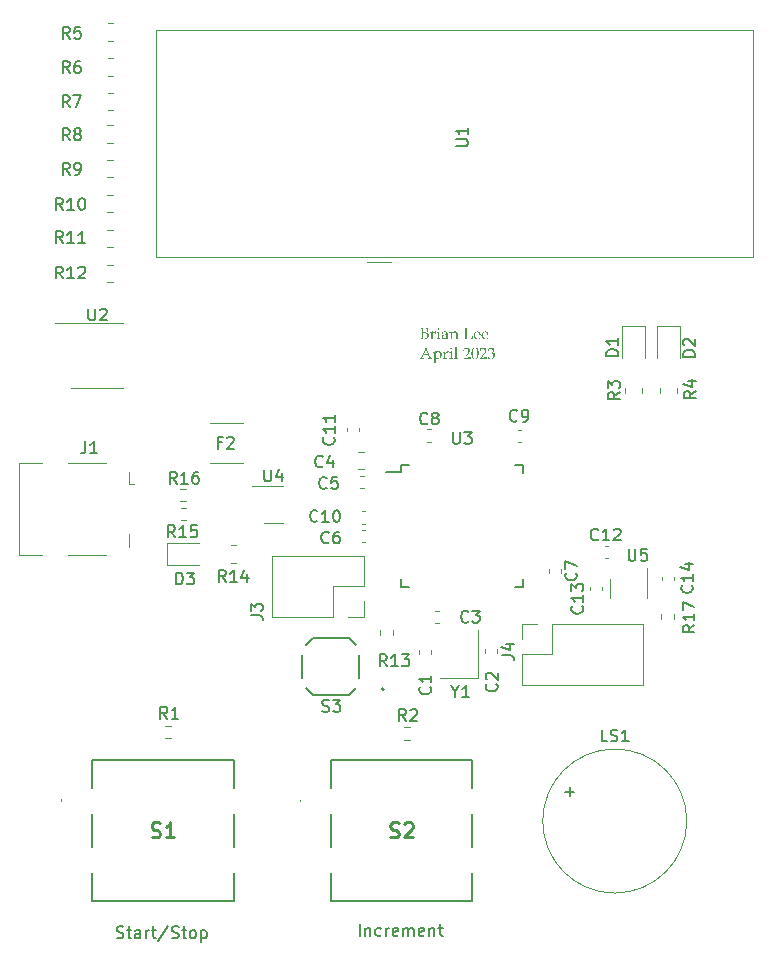
<source format=gbr>
%TF.GenerationSoftware,KiCad,Pcbnew,7.0.1*%
%TF.CreationDate,2023-04-20T17:50:10-06:00*%
%TF.ProjectId,Phase_B_Prototype,50686173-655f-4425-9f50-726f746f7479,rev?*%
%TF.SameCoordinates,Original*%
%TF.FileFunction,Legend,Top*%
%TF.FilePolarity,Positive*%
%FSLAX46Y46*%
G04 Gerber Fmt 4.6, Leading zero omitted, Abs format (unit mm)*
G04 Created by KiCad (PCBNEW 7.0.1) date 2023-04-20 17:50:10*
%MOMM*%
%LPD*%
G01*
G04 APERTURE LIST*
%ADD10C,0.150000*%
%ADD11C,0.254000*%
%ADD12C,0.120000*%
%ADD13C,0.100000*%
%ADD14C,0.200000*%
%ADD15C,0.127000*%
G04 APERTURE END LIST*
D10*
X140188095Y-135237619D02*
X140188095Y-134237619D01*
X140664285Y-134570952D02*
X140664285Y-135237619D01*
X140664285Y-134666190D02*
X140711904Y-134618571D01*
X140711904Y-134618571D02*
X140807142Y-134570952D01*
X140807142Y-134570952D02*
X140949999Y-134570952D01*
X140949999Y-134570952D02*
X141045237Y-134618571D01*
X141045237Y-134618571D02*
X141092856Y-134713809D01*
X141092856Y-134713809D02*
X141092856Y-135237619D01*
X141997618Y-135190000D02*
X141902380Y-135237619D01*
X141902380Y-135237619D02*
X141711904Y-135237619D01*
X141711904Y-135237619D02*
X141616666Y-135190000D01*
X141616666Y-135190000D02*
X141569047Y-135142380D01*
X141569047Y-135142380D02*
X141521428Y-135047142D01*
X141521428Y-135047142D02*
X141521428Y-134761428D01*
X141521428Y-134761428D02*
X141569047Y-134666190D01*
X141569047Y-134666190D02*
X141616666Y-134618571D01*
X141616666Y-134618571D02*
X141711904Y-134570952D01*
X141711904Y-134570952D02*
X141902380Y-134570952D01*
X141902380Y-134570952D02*
X141997618Y-134618571D01*
X142426190Y-135237619D02*
X142426190Y-134570952D01*
X142426190Y-134761428D02*
X142473809Y-134666190D01*
X142473809Y-134666190D02*
X142521428Y-134618571D01*
X142521428Y-134618571D02*
X142616666Y-134570952D01*
X142616666Y-134570952D02*
X142711904Y-134570952D01*
X143426190Y-135190000D02*
X143330952Y-135237619D01*
X143330952Y-135237619D02*
X143140476Y-135237619D01*
X143140476Y-135237619D02*
X143045238Y-135190000D01*
X143045238Y-135190000D02*
X142997619Y-135094761D01*
X142997619Y-135094761D02*
X142997619Y-134713809D01*
X142997619Y-134713809D02*
X143045238Y-134618571D01*
X143045238Y-134618571D02*
X143140476Y-134570952D01*
X143140476Y-134570952D02*
X143330952Y-134570952D01*
X143330952Y-134570952D02*
X143426190Y-134618571D01*
X143426190Y-134618571D02*
X143473809Y-134713809D01*
X143473809Y-134713809D02*
X143473809Y-134809047D01*
X143473809Y-134809047D02*
X142997619Y-134904285D01*
X143902381Y-135237619D02*
X143902381Y-134570952D01*
X143902381Y-134666190D02*
X143950000Y-134618571D01*
X143950000Y-134618571D02*
X144045238Y-134570952D01*
X144045238Y-134570952D02*
X144188095Y-134570952D01*
X144188095Y-134570952D02*
X144283333Y-134618571D01*
X144283333Y-134618571D02*
X144330952Y-134713809D01*
X144330952Y-134713809D02*
X144330952Y-135237619D01*
X144330952Y-134713809D02*
X144378571Y-134618571D01*
X144378571Y-134618571D02*
X144473809Y-134570952D01*
X144473809Y-134570952D02*
X144616666Y-134570952D01*
X144616666Y-134570952D02*
X144711905Y-134618571D01*
X144711905Y-134618571D02*
X144759524Y-134713809D01*
X144759524Y-134713809D02*
X144759524Y-135237619D01*
X145616666Y-135190000D02*
X145521428Y-135237619D01*
X145521428Y-135237619D02*
X145330952Y-135237619D01*
X145330952Y-135237619D02*
X145235714Y-135190000D01*
X145235714Y-135190000D02*
X145188095Y-135094761D01*
X145188095Y-135094761D02*
X145188095Y-134713809D01*
X145188095Y-134713809D02*
X145235714Y-134618571D01*
X145235714Y-134618571D02*
X145330952Y-134570952D01*
X145330952Y-134570952D02*
X145521428Y-134570952D01*
X145521428Y-134570952D02*
X145616666Y-134618571D01*
X145616666Y-134618571D02*
X145664285Y-134713809D01*
X145664285Y-134713809D02*
X145664285Y-134809047D01*
X145664285Y-134809047D02*
X145188095Y-134904285D01*
X146092857Y-134570952D02*
X146092857Y-135237619D01*
X146092857Y-134666190D02*
X146140476Y-134618571D01*
X146140476Y-134618571D02*
X146235714Y-134570952D01*
X146235714Y-134570952D02*
X146378571Y-134570952D01*
X146378571Y-134570952D02*
X146473809Y-134618571D01*
X146473809Y-134618571D02*
X146521428Y-134713809D01*
X146521428Y-134713809D02*
X146521428Y-135237619D01*
X146854762Y-134570952D02*
X147235714Y-134570952D01*
X146997619Y-134237619D02*
X146997619Y-135094761D01*
X146997619Y-135094761D02*
X147045238Y-135190000D01*
X147045238Y-135190000D02*
X147140476Y-135237619D01*
X147140476Y-135237619D02*
X147235714Y-135237619D01*
G36*
X145792812Y-83731003D02*
G01*
X145806887Y-83731481D01*
X145820495Y-83732278D01*
X145833636Y-83733393D01*
X145846309Y-83734827D01*
X145858514Y-83736580D01*
X145870252Y-83738651D01*
X145881523Y-83741041D01*
X145892326Y-83743750D01*
X145902661Y-83746777D01*
X145912529Y-83750123D01*
X145921929Y-83753787D01*
X145930862Y-83757771D01*
X145943385Y-83764343D01*
X145954856Y-83771632D01*
X145963759Y-83778273D01*
X145972087Y-83785249D01*
X145979841Y-83792561D01*
X145987020Y-83800209D01*
X145993625Y-83808193D01*
X145999656Y-83816512D01*
X146005112Y-83825167D01*
X146009994Y-83834159D01*
X146014302Y-83843486D01*
X146018035Y-83853148D01*
X146021194Y-83863147D01*
X146023779Y-83873482D01*
X146025789Y-83884152D01*
X146027225Y-83895158D01*
X146028086Y-83906500D01*
X146028374Y-83918178D01*
X146027916Y-83932574D01*
X146026545Y-83946634D01*
X146024258Y-83960360D01*
X146021058Y-83973751D01*
X146016943Y-83986807D01*
X146011913Y-83999528D01*
X146005969Y-84011914D01*
X145999110Y-84023966D01*
X145991337Y-84035682D01*
X145982650Y-84047064D01*
X145976350Y-84054466D01*
X145969589Y-84061689D01*
X145962252Y-84068765D01*
X145954339Y-84075695D01*
X145945850Y-84082477D01*
X145936784Y-84089113D01*
X145927143Y-84095601D01*
X145916924Y-84101943D01*
X145906130Y-84108138D01*
X145894759Y-84114186D01*
X145882812Y-84120087D01*
X145870289Y-84125841D01*
X145857190Y-84131448D01*
X145843514Y-84136908D01*
X145829262Y-84142221D01*
X145814434Y-84147388D01*
X145799030Y-84152407D01*
X145817148Y-84153789D01*
X145834624Y-84155552D01*
X145851457Y-84157696D01*
X145867646Y-84160223D01*
X145883193Y-84163131D01*
X145898097Y-84166420D01*
X145912357Y-84170092D01*
X145925975Y-84174145D01*
X145938949Y-84178579D01*
X145951281Y-84183395D01*
X145962969Y-84188593D01*
X145974014Y-84194173D01*
X145984417Y-84200134D01*
X145994176Y-84206476D01*
X146003292Y-84213201D01*
X146011765Y-84220307D01*
X146019691Y-84227747D01*
X146027107Y-84235537D01*
X146034010Y-84243677D01*
X146040403Y-84252165D01*
X146046283Y-84261003D01*
X146051653Y-84270189D01*
X146056511Y-84279725D01*
X146060858Y-84289610D01*
X146064693Y-84299845D01*
X146068017Y-84310428D01*
X146070830Y-84321361D01*
X146073131Y-84332643D01*
X146074921Y-84344274D01*
X146076199Y-84356254D01*
X146076966Y-84368584D01*
X146077222Y-84381263D01*
X146076794Y-84397395D01*
X146075509Y-84413247D01*
X146073367Y-84428818D01*
X146070368Y-84444109D01*
X146066513Y-84459120D01*
X146061800Y-84473850D01*
X146056232Y-84488299D01*
X146049806Y-84502468D01*
X146042523Y-84516357D01*
X146034384Y-84529964D01*
X146025388Y-84543292D01*
X146015536Y-84556339D01*
X146004826Y-84569105D01*
X145993260Y-84581591D01*
X145980837Y-84593797D01*
X145967557Y-84605722D01*
X145953647Y-84617138D01*
X145939271Y-84627818D01*
X145924429Y-84637761D01*
X145909122Y-84646968D01*
X145893349Y-84655439D01*
X145877111Y-84663172D01*
X145860407Y-84670169D01*
X145843237Y-84676430D01*
X145825602Y-84681954D01*
X145807502Y-84686742D01*
X145788935Y-84690793D01*
X145769904Y-84694107D01*
X145760213Y-84695488D01*
X145750406Y-84696685D01*
X145740483Y-84697698D01*
X145730443Y-84698526D01*
X145720287Y-84699171D01*
X145710014Y-84699631D01*
X145699626Y-84699907D01*
X145689120Y-84700000D01*
X145634898Y-84700000D01*
X145622173Y-84700000D01*
X145609825Y-84700000D01*
X145597855Y-84700000D01*
X145586263Y-84700000D01*
X145575049Y-84700000D01*
X145564213Y-84700000D01*
X145553754Y-84700000D01*
X145543674Y-84700000D01*
X145530820Y-84700000D01*
X145518639Y-84700000D01*
X145507560Y-84700000D01*
X145495693Y-84700000D01*
X145485633Y-84700000D01*
X145475070Y-84700000D01*
X145464003Y-84700000D01*
X145452432Y-84700000D01*
X145440357Y-84700000D01*
X145434131Y-84700000D01*
X145377222Y-84700000D01*
X145377222Y-84668736D01*
X145387305Y-84663817D01*
X145396304Y-84659196D01*
X145406028Y-84653837D01*
X145415462Y-84648021D01*
X145423386Y-84642082D01*
X145427536Y-84637718D01*
X145432269Y-84628487D01*
X145434940Y-84618445D01*
X145436405Y-84607638D01*
X145436817Y-84601570D01*
X145437409Y-84591408D01*
X145437962Y-84581072D01*
X145438477Y-84570563D01*
X145438954Y-84559880D01*
X145439393Y-84549024D01*
X145439794Y-84537994D01*
X145440157Y-84526790D01*
X145440481Y-84515413D01*
X145440767Y-84503862D01*
X145441015Y-84492137D01*
X145441225Y-84480239D01*
X145441397Y-84468167D01*
X145441530Y-84455922D01*
X145441626Y-84443503D01*
X145441683Y-84430910D01*
X145441702Y-84418143D01*
X145441702Y-84184159D01*
X145570907Y-84184159D01*
X145570907Y-84435729D01*
X145571639Y-84524877D01*
X145572097Y-84536555D01*
X145572494Y-84547531D01*
X145572830Y-84557804D01*
X145573164Y-84569659D01*
X145573403Y-84580416D01*
X145573563Y-84591876D01*
X145573593Y-84598639D01*
X145573425Y-84608561D01*
X145572922Y-84619277D01*
X145572205Y-84629305D01*
X145571232Y-84639941D01*
X145570907Y-84643091D01*
X145582668Y-84644881D01*
X145594048Y-84646494D01*
X145605045Y-84647932D01*
X145615660Y-84649193D01*
X145625894Y-84650279D01*
X145635745Y-84651188D01*
X145648285Y-84652127D01*
X145660146Y-84652753D01*
X145671328Y-84653066D01*
X145676664Y-84653105D01*
X145691654Y-84652844D01*
X145706217Y-84652063D01*
X145720353Y-84650761D01*
X145734061Y-84648937D01*
X145747342Y-84646593D01*
X145760195Y-84643728D01*
X145772621Y-84640342D01*
X145784619Y-84636435D01*
X145796190Y-84632007D01*
X145807334Y-84627059D01*
X145818050Y-84621589D01*
X145828339Y-84615598D01*
X145838200Y-84609087D01*
X145847634Y-84602054D01*
X145856640Y-84594501D01*
X145865219Y-84586427D01*
X145873323Y-84577907D01*
X145880904Y-84569017D01*
X145887963Y-84559756D01*
X145894498Y-84550126D01*
X145900511Y-84540125D01*
X145906000Y-84529755D01*
X145910967Y-84519014D01*
X145915411Y-84507903D01*
X145919332Y-84496421D01*
X145922731Y-84484570D01*
X145925606Y-84472348D01*
X145927959Y-84459756D01*
X145929789Y-84446794D01*
X145931096Y-84433462D01*
X145931880Y-84419759D01*
X145932142Y-84405687D01*
X145931882Y-84391633D01*
X145931103Y-84378046D01*
X145929804Y-84364928D01*
X145927986Y-84352278D01*
X145925648Y-84340096D01*
X145922791Y-84328381D01*
X145919414Y-84317135D01*
X145915518Y-84306356D01*
X145911102Y-84296046D01*
X145906167Y-84286203D01*
X145902588Y-84279902D01*
X145896839Y-84270796D01*
X145890673Y-84262162D01*
X145884091Y-84254000D01*
X145877092Y-84246311D01*
X145869677Y-84239094D01*
X145861845Y-84232349D01*
X145853597Y-84226076D01*
X145844932Y-84220276D01*
X145835851Y-84214948D01*
X145826353Y-84210092D01*
X145819790Y-84207117D01*
X145809249Y-84203014D01*
X145797591Y-84199315D01*
X145784817Y-84196019D01*
X145770926Y-84193127D01*
X145761046Y-84191423D01*
X145750669Y-84189898D01*
X145739797Y-84188553D01*
X145728428Y-84187387D01*
X145716563Y-84186401D01*
X145704202Y-84185594D01*
X145691345Y-84184966D01*
X145677992Y-84184517D01*
X145664143Y-84184248D01*
X145649797Y-84184159D01*
X145638662Y-84184159D01*
X145627085Y-84184159D01*
X145615068Y-84184159D01*
X145605136Y-84184159D01*
X145594921Y-84184159D01*
X145584425Y-84184159D01*
X145573646Y-84184159D01*
X145570907Y-84184159D01*
X145441702Y-84184159D01*
X145441702Y-84137264D01*
X145570907Y-84137264D01*
X145581531Y-84137264D01*
X145591882Y-84137264D01*
X145601958Y-84137264D01*
X145611760Y-84137264D01*
X145623160Y-84137264D01*
X145634166Y-84137264D01*
X145650930Y-84137071D01*
X145667089Y-84136493D01*
X145682643Y-84135529D01*
X145697592Y-84134180D01*
X145711937Y-84132446D01*
X145725677Y-84130326D01*
X145738811Y-84127821D01*
X145751341Y-84124930D01*
X145763266Y-84121653D01*
X145774586Y-84117992D01*
X145785301Y-84113945D01*
X145795412Y-84109512D01*
X145804917Y-84104694D01*
X145813818Y-84099490D01*
X145822113Y-84093901D01*
X145829804Y-84087927D01*
X145840367Y-84078244D01*
X145849891Y-84067788D01*
X145858376Y-84056560D01*
X145865822Y-84044559D01*
X145872229Y-84031784D01*
X145877597Y-84018238D01*
X145880599Y-84008777D01*
X145883139Y-83998973D01*
X145885217Y-83988825D01*
X145886833Y-83978334D01*
X145887987Y-83967500D01*
X145888680Y-83956322D01*
X145888911Y-83944801D01*
X145888717Y-83934872D01*
X145887700Y-83920525D01*
X145885812Y-83906836D01*
X145883052Y-83893804D01*
X145879421Y-83881428D01*
X145874918Y-83869710D01*
X145869543Y-83858648D01*
X145863297Y-83848243D01*
X145856179Y-83838495D01*
X145848190Y-83829404D01*
X145839330Y-83820969D01*
X145829559Y-83813244D01*
X145818750Y-83806278D01*
X145806902Y-83800072D01*
X145794015Y-83794626D01*
X145780089Y-83789939D01*
X145770227Y-83787238D01*
X145759904Y-83784873D01*
X145749120Y-83782847D01*
X145737873Y-83781158D01*
X145726165Y-83779807D01*
X145713994Y-83778794D01*
X145701362Y-83778118D01*
X145688269Y-83777781D01*
X145681549Y-83777739D01*
X145669390Y-83777884D01*
X145656972Y-83778319D01*
X145644294Y-83779044D01*
X145631357Y-83780059D01*
X145621484Y-83781011D01*
X145611464Y-83782125D01*
X145601299Y-83783403D01*
X145590988Y-83784844D01*
X145580531Y-83786449D01*
X145577013Y-83787020D01*
X145576273Y-83798113D01*
X145575582Y-83809898D01*
X145574938Y-83822377D01*
X145574341Y-83835548D01*
X145573793Y-83849411D01*
X145573292Y-83863968D01*
X145572839Y-83879217D01*
X145572433Y-83895158D01*
X145572075Y-83911793D01*
X145571765Y-83929119D01*
X145571503Y-83947139D01*
X145571288Y-83965851D01*
X145571121Y-83985256D01*
X145571056Y-83995218D01*
X145571002Y-84005354D01*
X145570960Y-84015662D01*
X145570931Y-84026144D01*
X145570913Y-84036799D01*
X145570907Y-84047627D01*
X145570907Y-84137264D01*
X145441702Y-84137264D01*
X145441702Y-83995847D01*
X145441690Y-83985412D01*
X145441654Y-83975263D01*
X145441593Y-83965401D01*
X145441398Y-83946537D01*
X145441106Y-83928820D01*
X145440717Y-83912250D01*
X145440230Y-83896826D01*
X145439646Y-83882549D01*
X145438965Y-83869419D01*
X145438187Y-83857436D01*
X145437311Y-83846600D01*
X145435815Y-83832496D01*
X145434099Y-83820972D01*
X145431472Y-83809620D01*
X145429246Y-83804117D01*
X145422047Y-83795152D01*
X145413727Y-83789099D01*
X145403295Y-83784333D01*
X145393430Y-83781448D01*
X145382214Y-83779387D01*
X145369647Y-83778151D01*
X145359335Y-83777764D01*
X145355729Y-83777739D01*
X145309078Y-83777739D01*
X145309078Y-83730844D01*
X145365987Y-83730844D01*
X145429246Y-83730844D01*
X145441305Y-83730844D01*
X145452693Y-83730844D01*
X145463409Y-83730844D01*
X145473454Y-83730844D01*
X145485065Y-83730844D01*
X145495626Y-83730844D01*
X145506915Y-83730844D01*
X145519043Y-83730844D01*
X145529872Y-83730844D01*
X145542187Y-83730844D01*
X145555987Y-83730844D01*
X145566013Y-83730844D01*
X145576698Y-83730844D01*
X145588044Y-83730844D01*
X145600050Y-83730844D01*
X145612717Y-83730844D01*
X145626043Y-83730844D01*
X145640030Y-83730844D01*
X145654677Y-83730844D01*
X145669984Y-83730844D01*
X145677885Y-83730844D01*
X145778269Y-83730844D01*
X145792812Y-83731003D01*
G37*
G36*
X146385945Y-84202721D02*
G01*
X146392864Y-84195802D01*
X146399943Y-84188357D01*
X146407183Y-84180384D01*
X146414583Y-84171885D01*
X146422143Y-84162860D01*
X146429863Y-84153308D01*
X146437744Y-84143229D01*
X146443759Y-84135324D01*
X146445785Y-84132623D01*
X146452927Y-84123292D01*
X146459975Y-84114531D01*
X146466929Y-84106342D01*
X146473789Y-84098723D01*
X146482787Y-84089453D01*
X146491618Y-84081199D01*
X146500281Y-84073959D01*
X146508776Y-84067735D01*
X146517103Y-84062526D01*
X146527491Y-84057037D01*
X146538045Y-84052479D01*
X146548767Y-84048851D01*
X146559655Y-84046154D01*
X146570710Y-84044386D01*
X146581933Y-84043549D01*
X146586468Y-84043475D01*
X146597858Y-84043695D01*
X146608364Y-84044357D01*
X146619808Y-84045734D01*
X146629980Y-84047746D01*
X146640241Y-84050897D01*
X146644110Y-84052512D01*
X146652009Y-84058728D01*
X146653879Y-84065701D01*
X146653147Y-84072784D01*
X146651301Y-84083762D01*
X146649609Y-84095539D01*
X146648072Y-84108114D01*
X146646690Y-84121487D01*
X146645462Y-84135660D01*
X146644729Y-84145552D01*
X146644065Y-84155798D01*
X146643470Y-84166400D01*
X146642943Y-84177357D01*
X146642485Y-84188668D01*
X146642096Y-84200334D01*
X146641775Y-84212356D01*
X146641523Y-84224732D01*
X146641423Y-84231053D01*
X146610404Y-84231053D01*
X146605300Y-84220857D01*
X146599909Y-84211638D01*
X146594233Y-84203397D01*
X146587043Y-84194799D01*
X146579441Y-84187609D01*
X146572791Y-84182693D01*
X146562967Y-84177173D01*
X146553876Y-84173521D01*
X146544168Y-84170865D01*
X146533841Y-84169205D01*
X146522896Y-84168541D01*
X146521011Y-84168527D01*
X146511024Y-84168939D01*
X146501212Y-84170176D01*
X146491576Y-84172237D01*
X146482116Y-84175122D01*
X146472831Y-84178831D01*
X146463721Y-84183365D01*
X146454787Y-84188723D01*
X146446029Y-84194905D01*
X146437717Y-84201832D01*
X146430122Y-84209422D01*
X146423246Y-84217677D01*
X146417086Y-84226596D01*
X146411644Y-84236179D01*
X146406919Y-84246425D01*
X146402912Y-84257336D01*
X146399623Y-84268911D01*
X146397528Y-84278605D01*
X146395638Y-84289917D01*
X146393955Y-84302848D01*
X146392479Y-84317397D01*
X146391608Y-84327996D01*
X146390830Y-84339314D01*
X146390143Y-84351351D01*
X146389548Y-84364108D01*
X146389044Y-84377585D01*
X146388632Y-84391780D01*
X146388311Y-84406695D01*
X146388082Y-84422330D01*
X146387945Y-84438684D01*
X146387899Y-84455757D01*
X146387929Y-84467122D01*
X146388017Y-84478258D01*
X146388165Y-84489164D01*
X146388372Y-84499842D01*
X146388638Y-84510292D01*
X146388964Y-84520512D01*
X146389348Y-84530503D01*
X146389792Y-84540265D01*
X146390568Y-84554478D01*
X146391478Y-84568177D01*
X146392520Y-84581360D01*
X146393696Y-84594029D01*
X146395005Y-84606182D01*
X146395471Y-84610118D01*
X146397333Y-84620636D01*
X146400669Y-84629877D01*
X146407160Y-84637932D01*
X146409148Y-84639183D01*
X146419816Y-84643914D01*
X146430030Y-84647109D01*
X146441449Y-84649624D01*
X146451452Y-84651147D01*
X146462225Y-84652235D01*
X146473769Y-84652887D01*
X146486085Y-84653105D01*
X146527362Y-84653105D01*
X146527362Y-84700000D01*
X146514277Y-84700000D01*
X146501277Y-84700000D01*
X146488364Y-84700000D01*
X146475536Y-84700000D01*
X146462795Y-84700000D01*
X146450139Y-84700000D01*
X146437569Y-84700000D01*
X146425085Y-84700000D01*
X146412687Y-84700000D01*
X146400374Y-84700000D01*
X146388148Y-84700000D01*
X146376007Y-84700000D01*
X146363953Y-84700000D01*
X146351984Y-84700000D01*
X146340101Y-84700000D01*
X146328304Y-84700000D01*
X146316893Y-84700000D01*
X146305498Y-84700000D01*
X146294117Y-84700000D01*
X146282752Y-84700000D01*
X146271403Y-84700000D01*
X146260068Y-84700000D01*
X146248749Y-84700000D01*
X146237445Y-84700000D01*
X146226157Y-84700000D01*
X146214883Y-84700000D01*
X146203625Y-84700000D01*
X146192383Y-84700000D01*
X146181155Y-84700000D01*
X146169943Y-84700000D01*
X146158746Y-84700000D01*
X146147564Y-84700000D01*
X146147564Y-84653105D01*
X146213510Y-84647976D01*
X146223798Y-84646969D01*
X146234491Y-84645321D01*
X146244688Y-84642789D01*
X146254191Y-84638573D01*
X146257718Y-84635764D01*
X146262417Y-84626868D01*
X146264970Y-84617159D01*
X146266743Y-84606760D01*
X146267930Y-84596929D01*
X146268911Y-84585755D01*
X146269685Y-84573237D01*
X146270277Y-84561499D01*
X146270830Y-84549489D01*
X146271346Y-84537205D01*
X146271823Y-84524648D01*
X146272261Y-84511819D01*
X146272662Y-84498717D01*
X146273025Y-84485342D01*
X146273349Y-84471693D01*
X146273635Y-84457773D01*
X146273883Y-84443579D01*
X146274093Y-84429112D01*
X146274265Y-84414373D01*
X146274399Y-84399360D01*
X146274494Y-84384075D01*
X146274551Y-84368517D01*
X146274570Y-84352686D01*
X146274520Y-84333770D01*
X146274368Y-84315855D01*
X146274115Y-84298942D01*
X146273761Y-84283031D01*
X146273306Y-84268122D01*
X146272750Y-84254214D01*
X146272093Y-84241309D01*
X146271334Y-84229405D01*
X146270474Y-84218502D01*
X146269514Y-84208602D01*
X146267883Y-84195630D01*
X146266025Y-84184911D01*
X146263193Y-84174127D01*
X146261625Y-84170237D01*
X146254710Y-84162650D01*
X146244728Y-84157790D01*
X146233250Y-84154945D01*
X146221626Y-84153505D01*
X146210978Y-84152963D01*
X146205205Y-84152896D01*
X146147564Y-84152896D01*
X146147564Y-84106001D01*
X146159937Y-84104353D01*
X146172053Y-84102615D01*
X146183911Y-84100787D01*
X146195512Y-84098868D01*
X146206855Y-84096860D01*
X146217940Y-84094761D01*
X146228768Y-84092572D01*
X146239338Y-84090293D01*
X146249651Y-84087924D01*
X146259706Y-84085464D01*
X146266266Y-84083775D01*
X146275963Y-84081144D01*
X146285454Y-84078380D01*
X146297789Y-84074487D01*
X146309757Y-84070358D01*
X146321358Y-84065992D01*
X146332593Y-84061389D01*
X146343462Y-84056550D01*
X146353965Y-84051475D01*
X146359078Y-84048848D01*
X146368303Y-84044655D01*
X146374954Y-84043475D01*
X146384464Y-84046654D01*
X146385212Y-84047627D01*
X146387582Y-84057494D01*
X146387899Y-84066189D01*
X146385945Y-84202721D01*
G37*
G36*
X146883224Y-83730844D02*
G01*
X146894730Y-83731660D01*
X146905618Y-83734107D01*
X146915887Y-83738185D01*
X146925539Y-83743896D01*
X146934572Y-83751237D01*
X146937445Y-83754047D01*
X146943989Y-83761448D01*
X146950378Y-83770928D01*
X146955169Y-83781060D01*
X146958363Y-83791845D01*
X146959960Y-83803282D01*
X146960160Y-83809246D01*
X146959605Y-83819159D01*
X146957476Y-83830424D01*
X146953749Y-83841003D01*
X146948426Y-83850895D01*
X146941505Y-83860100D01*
X146937445Y-83864445D01*
X146930132Y-83870988D01*
X146920790Y-83877377D01*
X146910830Y-83882168D01*
X146900251Y-83885363D01*
X146889054Y-83886960D01*
X146883224Y-83887159D01*
X146873381Y-83886605D01*
X146862184Y-83884475D01*
X146851657Y-83880749D01*
X146841799Y-83875425D01*
X146832612Y-83868504D01*
X146828269Y-83864445D01*
X146821725Y-83857108D01*
X146815337Y-83847674D01*
X146810545Y-83837553D01*
X146807351Y-83826745D01*
X146805754Y-83815251D01*
X146805554Y-83809246D01*
X146806109Y-83799397D01*
X146808238Y-83788178D01*
X146811965Y-83777610D01*
X146817289Y-83767695D01*
X146824210Y-83758433D01*
X146828269Y-83754047D01*
X146835600Y-83747362D01*
X146845011Y-83740837D01*
X146855091Y-83735942D01*
X146865842Y-83732679D01*
X146877262Y-83731048D01*
X146883224Y-83730844D01*
G37*
G36*
X146938178Y-84043475D02*
G01*
X146954542Y-84053489D01*
X146953378Y-84066163D01*
X146952329Y-84079149D01*
X146951617Y-84089095D01*
X146950969Y-84099216D01*
X146950386Y-84109514D01*
X146949867Y-84119988D01*
X146949413Y-84130637D01*
X146949023Y-84141463D01*
X146948698Y-84152465D01*
X146948436Y-84163642D01*
X146948136Y-84175724D01*
X146947845Y-84187607D01*
X146947563Y-84199290D01*
X146947291Y-84210773D01*
X146947029Y-84222058D01*
X146946776Y-84233143D01*
X146946533Y-84244028D01*
X146946299Y-84254714D01*
X146946075Y-84265201D01*
X146945860Y-84275488D01*
X146945655Y-84285576D01*
X146945460Y-84295465D01*
X146945097Y-84314643D01*
X146944773Y-84333025D01*
X146944486Y-84350608D01*
X146944238Y-84367394D01*
X146944029Y-84383383D01*
X146943857Y-84398573D01*
X146943723Y-84412966D01*
X146943628Y-84426562D01*
X146943571Y-84439360D01*
X146943551Y-84451360D01*
X146943575Y-84462129D01*
X146943647Y-84472697D01*
X146943766Y-84483065D01*
X146943933Y-84493233D01*
X146944148Y-84503200D01*
X146944410Y-84512967D01*
X146944893Y-84527241D01*
X146945483Y-84541065D01*
X146946181Y-84554438D01*
X146946986Y-84567360D01*
X146947898Y-84579832D01*
X146948918Y-84591852D01*
X146949658Y-84599616D01*
X146951290Y-84609482D01*
X146954015Y-84619011D01*
X146958709Y-84628303D01*
X146962847Y-84633077D01*
X146972096Y-84638425D01*
X146981949Y-84641629D01*
X146992608Y-84644021D01*
X147003051Y-84645766D01*
X147012428Y-84646999D01*
X147059078Y-84653105D01*
X147059078Y-84700000D01*
X147046601Y-84700000D01*
X147034265Y-84700000D01*
X147022070Y-84700000D01*
X147010016Y-84700000D01*
X146998104Y-84700000D01*
X146986332Y-84700000D01*
X146974702Y-84700000D01*
X146963213Y-84700000D01*
X146951865Y-84700000D01*
X146940659Y-84700000D01*
X146929593Y-84700000D01*
X146918669Y-84700000D01*
X146907886Y-84700000D01*
X146897245Y-84700000D01*
X146886744Y-84700000D01*
X146876385Y-84700000D01*
X146866243Y-84700000D01*
X146856090Y-84700000D01*
X146845925Y-84700000D01*
X146835749Y-84700000D01*
X146825561Y-84700000D01*
X146815362Y-84700000D01*
X146805152Y-84700000D01*
X146794930Y-84700000D01*
X146784696Y-84700000D01*
X146774451Y-84700000D01*
X146764195Y-84700000D01*
X146753927Y-84700000D01*
X146743648Y-84700000D01*
X146733358Y-84700000D01*
X146723056Y-84700000D01*
X146712742Y-84700000D01*
X146712742Y-84653105D01*
X146771849Y-84647243D01*
X146781961Y-84646242D01*
X146792379Y-84644617D01*
X146802168Y-84642134D01*
X146811733Y-84637492D01*
X146814103Y-84635275D01*
X146818439Y-84625052D01*
X146820514Y-84614820D01*
X146821942Y-84603945D01*
X146822886Y-84593707D01*
X146823655Y-84582104D01*
X146824117Y-84572505D01*
X146824531Y-84561942D01*
X146824918Y-84550893D01*
X146825279Y-84539357D01*
X146825613Y-84527335D01*
X146825920Y-84514826D01*
X146826200Y-84501831D01*
X146826454Y-84488349D01*
X146826681Y-84474380D01*
X146826882Y-84459925D01*
X146827055Y-84444983D01*
X146827202Y-84429555D01*
X146827322Y-84413640D01*
X146827416Y-84397239D01*
X146827483Y-84380350D01*
X146827523Y-84362976D01*
X146827536Y-84345115D01*
X146827523Y-84332716D01*
X146827483Y-84320679D01*
X146827416Y-84309002D01*
X146827322Y-84297686D01*
X146827202Y-84286730D01*
X146827055Y-84276135D01*
X146826882Y-84265901D01*
X146826681Y-84256027D01*
X146826331Y-84241893D01*
X146825920Y-84228570D01*
X146825449Y-84216058D01*
X146824918Y-84204358D01*
X146824327Y-84193470D01*
X146824117Y-84190020D01*
X146822558Y-84179564D01*
X146819105Y-84170166D01*
X146812567Y-84161975D01*
X146811905Y-84161444D01*
X146802741Y-84156936D01*
X146791666Y-84154532D01*
X146781176Y-84153430D01*
X146771004Y-84152971D01*
X146764277Y-84152896D01*
X146712742Y-84152896D01*
X146712742Y-84106001D01*
X146723041Y-84104331D01*
X146732995Y-84102681D01*
X146747278Y-84100241D01*
X146760784Y-84097844D01*
X146773513Y-84095489D01*
X146785465Y-84093178D01*
X146796640Y-84090910D01*
X146807038Y-84088684D01*
X146816659Y-84086502D01*
X146828277Y-84083659D01*
X146836085Y-84081577D01*
X146846335Y-84078524D01*
X146857303Y-84074982D01*
X146868989Y-84070952D01*
X146878224Y-84067609D01*
X146887862Y-84063991D01*
X146897904Y-84060099D01*
X146908350Y-84055931D01*
X146919199Y-84051489D01*
X146930452Y-84046772D01*
X146938178Y-84043475D01*
G37*
G36*
X147440349Y-84043639D02*
G01*
X147451790Y-84044131D01*
X147462942Y-84044952D01*
X147473803Y-84046100D01*
X147484374Y-84047577D01*
X147494655Y-84049382D01*
X147504646Y-84051516D01*
X147514347Y-84053977D01*
X147523758Y-84056767D01*
X147537331Y-84061567D01*
X147550251Y-84067105D01*
X147562518Y-84073382D01*
X147574133Y-84080397D01*
X147581514Y-84085484D01*
X147592005Y-84093519D01*
X147601681Y-84101962D01*
X147610541Y-84110813D01*
X147618585Y-84120072D01*
X147625814Y-84129738D01*
X147632227Y-84139812D01*
X147637824Y-84150294D01*
X147642605Y-84161185D01*
X147646571Y-84172482D01*
X147649721Y-84184188D01*
X147651367Y-84192219D01*
X147652868Y-84202598D01*
X147654258Y-84215511D01*
X147655122Y-84225527D01*
X147655937Y-84236669D01*
X147656702Y-84248936D01*
X147657418Y-84262330D01*
X147658084Y-84276849D01*
X147658700Y-84292494D01*
X147659267Y-84309264D01*
X147659784Y-84327161D01*
X147660252Y-84346183D01*
X147660467Y-84356117D01*
X147660669Y-84366331D01*
X147660860Y-84376828D01*
X147661038Y-84387605D01*
X147661203Y-84398664D01*
X147661356Y-84410005D01*
X147661497Y-84421627D01*
X147661625Y-84433531D01*
X147661722Y-84444729D01*
X147661830Y-84455610D01*
X147661947Y-84466173D01*
X147662076Y-84476418D01*
X147662215Y-84486346D01*
X147662524Y-84505248D01*
X147662875Y-84522879D01*
X147663268Y-84539240D01*
X147663703Y-84554329D01*
X147664180Y-84568148D01*
X147664699Y-84580696D01*
X147665260Y-84591973D01*
X147665863Y-84601979D01*
X147666846Y-84614606D01*
X147667924Y-84624373D01*
X147669930Y-84634298D01*
X147675399Y-84643389D01*
X147684115Y-84649505D01*
X147694587Y-84652444D01*
X147704124Y-84653105D01*
X147757613Y-84653105D01*
X147757613Y-84700000D01*
X147743331Y-84700000D01*
X147729887Y-84700000D01*
X147717279Y-84700000D01*
X147705509Y-84700000D01*
X147694576Y-84700000D01*
X147684480Y-84700000D01*
X147672322Y-84700000D01*
X147661651Y-84700000D01*
X147650406Y-84700000D01*
X147648436Y-84700000D01*
X147638384Y-84700000D01*
X147627523Y-84700000D01*
X147615853Y-84700000D01*
X147603374Y-84700000D01*
X147593483Y-84700000D01*
X147583138Y-84700000D01*
X147572337Y-84700000D01*
X147561081Y-84700000D01*
X147549371Y-84700000D01*
X147545366Y-84700000D01*
X147546099Y-84634054D01*
X147546081Y-84624108D01*
X147546027Y-84614114D01*
X147545938Y-84604072D01*
X147545812Y-84593983D01*
X147545651Y-84583846D01*
X147545455Y-84573661D01*
X147545366Y-84569574D01*
X147403217Y-84687299D01*
X147394810Y-84693694D01*
X147386473Y-84699200D01*
X147377032Y-84704405D01*
X147367682Y-84708451D01*
X147365359Y-84709281D01*
X147355177Y-84712059D01*
X147344790Y-84713839D01*
X147334790Y-84714881D01*
X147323776Y-84715476D01*
X147313824Y-84715631D01*
X147302905Y-84715455D01*
X147292315Y-84714929D01*
X147282053Y-84714051D01*
X147272119Y-84712822D01*
X147257834Y-84710321D01*
X147244287Y-84707029D01*
X147231479Y-84702948D01*
X147219409Y-84698076D01*
X147208077Y-84692415D01*
X147197484Y-84685963D01*
X147187629Y-84678722D01*
X147178513Y-84670690D01*
X147170176Y-84661946D01*
X147162659Y-84652656D01*
X147155962Y-84642820D01*
X147150086Y-84632440D01*
X147145029Y-84621514D01*
X147140792Y-84610043D01*
X147137375Y-84598026D01*
X147134778Y-84585465D01*
X147133002Y-84572358D01*
X147132045Y-84558706D01*
X147131863Y-84549302D01*
X147132155Y-84535999D01*
X147133031Y-84523018D01*
X147134393Y-84511200D01*
X147251542Y-84511200D01*
X147252003Y-84523465D01*
X147253389Y-84535105D01*
X147255698Y-84546119D01*
X147258930Y-84556507D01*
X147263086Y-84566269D01*
X147268165Y-84575405D01*
X147274169Y-84583915D01*
X147281095Y-84591800D01*
X147288751Y-84598841D01*
X147296940Y-84604943D01*
X147305664Y-84610107D01*
X147314923Y-84614331D01*
X147324715Y-84617617D01*
X147335042Y-84619964D01*
X147345903Y-84621372D01*
X147357299Y-84621842D01*
X147370110Y-84621399D01*
X147382776Y-84620071D01*
X147395298Y-84617858D01*
X147407674Y-84614759D01*
X147419905Y-84610775D01*
X147431991Y-84605905D01*
X147440961Y-84601672D01*
X147449849Y-84596940D01*
X147455729Y-84593510D01*
X147464526Y-84587907D01*
X147473243Y-84581815D01*
X147481877Y-84575233D01*
X147490430Y-84568162D01*
X147498902Y-84560601D01*
X147507292Y-84552551D01*
X147515600Y-84544012D01*
X147523827Y-84534983D01*
X147531972Y-84525465D01*
X147540035Y-84515457D01*
X147545366Y-84508513D01*
X147544145Y-84358060D01*
X147545366Y-84324842D01*
X147533580Y-84327387D01*
X147522065Y-84329921D01*
X147510823Y-84332445D01*
X147499853Y-84334959D01*
X147489154Y-84337464D01*
X147478728Y-84339958D01*
X147468573Y-84342442D01*
X147458690Y-84344916D01*
X147449079Y-84347380D01*
X147430673Y-84352279D01*
X147413355Y-84357137D01*
X147397124Y-84361955D01*
X147381981Y-84366733D01*
X147367926Y-84371471D01*
X147354958Y-84376169D01*
X147343078Y-84380826D01*
X147332285Y-84385444D01*
X147322581Y-84390022D01*
X147310063Y-84396813D01*
X147303077Y-84401290D01*
X147293867Y-84408274D01*
X147285563Y-84415945D01*
X147278165Y-84424303D01*
X147271673Y-84433347D01*
X147266086Y-84443079D01*
X147261406Y-84453497D01*
X147257631Y-84464603D01*
X147254763Y-84476395D01*
X147252800Y-84488874D01*
X147251743Y-84502041D01*
X147251542Y-84511200D01*
X147134393Y-84511200D01*
X147134490Y-84510359D01*
X147136534Y-84498022D01*
X147139161Y-84486007D01*
X147142373Y-84474314D01*
X147146168Y-84462943D01*
X147150547Y-84451895D01*
X147155510Y-84441168D01*
X147161057Y-84430763D01*
X147165080Y-84424005D01*
X147171598Y-84414179D01*
X147178607Y-84404851D01*
X147186104Y-84396021D01*
X147194091Y-84387689D01*
X147202568Y-84379855D01*
X147211534Y-84372519D01*
X147220989Y-84365682D01*
X147230934Y-84359342D01*
X147241368Y-84353500D01*
X147252292Y-84348156D01*
X147259846Y-84344870D01*
X147272814Y-84339924D01*
X147283045Y-84336475D01*
X147294546Y-84332903D01*
X147307315Y-84329208D01*
X147321353Y-84325392D01*
X147336661Y-84321454D01*
X147353237Y-84317393D01*
X147371082Y-84313210D01*
X147390196Y-84308906D01*
X147400228Y-84306707D01*
X147410578Y-84304479D01*
X147421246Y-84302219D01*
X147432230Y-84299930D01*
X147443532Y-84297609D01*
X147455151Y-84295259D01*
X147467087Y-84292877D01*
X147479340Y-84290465D01*
X147491911Y-84288023D01*
X147504799Y-84285550D01*
X147518004Y-84283046D01*
X147531526Y-84280512D01*
X147545366Y-84277948D01*
X147545044Y-84267971D01*
X147544043Y-84253603D01*
X147542420Y-84239953D01*
X147540174Y-84227019D01*
X147537305Y-84214802D01*
X147533814Y-84203303D01*
X147529700Y-84192520D01*
X147524964Y-84182454D01*
X147519605Y-84173106D01*
X147513624Y-84164474D01*
X147507020Y-84156559D01*
X147497879Y-84147524D01*
X147488043Y-84139377D01*
X147477512Y-84132119D01*
X147466285Y-84125750D01*
X147454362Y-84120270D01*
X147441744Y-84115678D01*
X147428430Y-84111975D01*
X147414421Y-84109161D01*
X147404695Y-84107778D01*
X147394660Y-84106791D01*
X147384316Y-84106198D01*
X147373663Y-84106001D01*
X147363461Y-84106287D01*
X147353461Y-84107146D01*
X147343663Y-84108577D01*
X147334069Y-84110580D01*
X147322823Y-84113740D01*
X147311870Y-84117725D01*
X147301208Y-84122533D01*
X147292546Y-84127170D01*
X147284087Y-84132379D01*
X147275831Y-84138161D01*
X147267777Y-84144515D01*
X147259926Y-84151442D01*
X147258381Y-84152896D01*
X147254657Y-84162020D01*
X147249794Y-84174080D01*
X147245044Y-84186017D01*
X147240409Y-84197832D01*
X147235889Y-84209526D01*
X147231483Y-84221097D01*
X147227192Y-84232545D01*
X147223015Y-84243872D01*
X147221988Y-84246685D01*
X147183398Y-84235694D01*
X147184131Y-84187334D01*
X147183398Y-84137264D01*
X147258381Y-84094521D01*
X147267794Y-84089231D01*
X147276985Y-84084258D01*
X147285952Y-84079602D01*
X147297561Y-84073889D01*
X147308774Y-84068741D01*
X147319589Y-84064158D01*
X147330008Y-84060139D01*
X147340029Y-84056685D01*
X147347285Y-84054466D01*
X147356891Y-84051890D01*
X147366656Y-84049657D01*
X147376583Y-84047768D01*
X147386669Y-84046222D01*
X147396916Y-84045020D01*
X147407323Y-84044162D01*
X147417890Y-84043646D01*
X147428618Y-84043475D01*
X147440349Y-84043639D01*
G37*
G36*
X148033363Y-84180739D02*
G01*
X148137166Y-84084508D01*
X148145381Y-84077377D01*
X148153782Y-84071157D01*
X148162371Y-84065849D01*
X148171147Y-84061453D01*
X148176245Y-84059351D01*
X148187599Y-84055630D01*
X148198944Y-84052405D01*
X148210283Y-84049676D01*
X148221613Y-84047444D01*
X148232936Y-84045707D01*
X148244252Y-84044467D01*
X148255559Y-84043723D01*
X148266859Y-84043475D01*
X148280468Y-84043732D01*
X148293724Y-84044505D01*
X148306628Y-84045793D01*
X148319181Y-84047596D01*
X148331381Y-84049915D01*
X148343229Y-84052748D01*
X148354725Y-84056097D01*
X148365869Y-84059961D01*
X148376661Y-84064340D01*
X148387101Y-84069235D01*
X148393866Y-84072784D01*
X148403672Y-84078388D01*
X148412942Y-84084301D01*
X148421676Y-84090524D01*
X148429872Y-84097056D01*
X148437532Y-84103896D01*
X148444656Y-84111046D01*
X148451242Y-84118505D01*
X148457292Y-84126273D01*
X148462806Y-84134350D01*
X148469322Y-84145601D01*
X148470802Y-84148499D01*
X148474992Y-84157708D01*
X148478770Y-84167839D01*
X148482136Y-84178894D01*
X148485090Y-84190871D01*
X148487632Y-84203772D01*
X148489761Y-84217596D01*
X148490952Y-84227325D01*
X148491960Y-84237464D01*
X148492784Y-84248013D01*
X148493425Y-84258972D01*
X148493883Y-84270342D01*
X148494158Y-84282122D01*
X148494249Y-84294312D01*
X148490830Y-84505582D01*
X148490867Y-84518869D01*
X148490979Y-84531434D01*
X148491165Y-84543278D01*
X148491425Y-84554400D01*
X148491760Y-84564802D01*
X148492402Y-84579051D01*
X148493211Y-84591678D01*
X148494188Y-84602682D01*
X148495751Y-84614829D01*
X148498123Y-84625956D01*
X148500355Y-84631612D01*
X148507306Y-84639986D01*
X148516618Y-84646304D01*
X148526478Y-84650082D01*
X148538073Y-84652349D01*
X148549060Y-84653084D01*
X148551402Y-84653105D01*
X148600739Y-84653105D01*
X148600739Y-84700000D01*
X148587131Y-84700000D01*
X148573874Y-84700000D01*
X148560970Y-84700000D01*
X148548418Y-84700000D01*
X148536218Y-84700000D01*
X148524369Y-84700000D01*
X148512873Y-84700000D01*
X148501729Y-84700000D01*
X148490937Y-84700000D01*
X148480497Y-84700000D01*
X148473733Y-84700000D01*
X148463910Y-84700000D01*
X148453949Y-84700000D01*
X148443851Y-84700000D01*
X148433616Y-84700000D01*
X148423243Y-84700000D01*
X148412733Y-84700000D01*
X148402086Y-84700000D01*
X148391301Y-84700000D01*
X148380379Y-84700000D01*
X148369319Y-84700000D01*
X148361870Y-84700000D01*
X148363437Y-84683338D01*
X148364904Y-84665958D01*
X148366269Y-84647861D01*
X148367533Y-84629047D01*
X148368696Y-84609515D01*
X148369240Y-84599480D01*
X148369758Y-84589266D01*
X148370251Y-84578872D01*
X148370719Y-84568299D01*
X148371161Y-84557547D01*
X148371578Y-84546615D01*
X148371970Y-84535504D01*
X148372337Y-84524213D01*
X148372678Y-84512743D01*
X148372994Y-84501094D01*
X148373285Y-84489266D01*
X148373550Y-84477258D01*
X148373791Y-84465070D01*
X148374006Y-84452704D01*
X148374195Y-84440158D01*
X148374359Y-84427432D01*
X148374499Y-84414527D01*
X148374612Y-84401443D01*
X148374701Y-84388180D01*
X148374764Y-84374737D01*
X148374802Y-84361114D01*
X148374815Y-84347313D01*
X148374752Y-84336312D01*
X148374563Y-84325720D01*
X148374248Y-84315536D01*
X148373807Y-84305761D01*
X148372910Y-84291864D01*
X148371729Y-84278885D01*
X148370265Y-84266825D01*
X148368518Y-84255684D01*
X148366487Y-84245461D01*
X148363338Y-84233260D01*
X148359686Y-84222693D01*
X148358695Y-84220307D01*
X148354321Y-84211136D01*
X148349261Y-84202431D01*
X148343513Y-84194192D01*
X148337079Y-84186418D01*
X148329958Y-84179110D01*
X148322150Y-84172267D01*
X148313655Y-84165890D01*
X148304473Y-84159979D01*
X148294703Y-84154655D01*
X148284445Y-84150041D01*
X148273698Y-84146137D01*
X148262463Y-84142943D01*
X148250739Y-84140458D01*
X148238527Y-84138684D01*
X148225826Y-84137619D01*
X148215980Y-84137286D01*
X148212637Y-84137264D01*
X148200357Y-84137547D01*
X148188429Y-84138397D01*
X148176852Y-84139814D01*
X148165628Y-84141798D01*
X148154756Y-84144348D01*
X148144236Y-84147465D01*
X148134068Y-84151149D01*
X148124252Y-84155399D01*
X148114788Y-84160216D01*
X148105676Y-84165600D01*
X148099797Y-84169504D01*
X148091407Y-84175607D01*
X148083640Y-84181826D01*
X148074252Y-84190298D01*
X148065970Y-84198976D01*
X148058796Y-84207861D01*
X148052728Y-84216951D01*
X148047767Y-84226248D01*
X148043912Y-84235750D01*
X148042400Y-84240579D01*
X148040430Y-84250691D01*
X148039094Y-84261691D01*
X148038233Y-84271640D01*
X148037491Y-84283043D01*
X148036870Y-84295903D01*
X148036369Y-84310217D01*
X148036102Y-84320569D01*
X148035889Y-84331568D01*
X148035728Y-84343213D01*
X148035621Y-84355505D01*
X148035568Y-84368444D01*
X148035561Y-84375157D01*
X148035569Y-84390142D01*
X148035592Y-84404996D01*
X148035630Y-84419718D01*
X148035683Y-84434309D01*
X148035752Y-84448768D01*
X148035836Y-84463095D01*
X148035935Y-84477291D01*
X148036050Y-84491355D01*
X148036179Y-84505287D01*
X148036325Y-84519088D01*
X148036485Y-84532757D01*
X148036660Y-84546294D01*
X148036851Y-84559700D01*
X148037057Y-84572974D01*
X148037279Y-84586117D01*
X148037515Y-84599127D01*
X148038082Y-84609944D01*
X148039481Y-84620501D01*
X148042448Y-84630811D01*
X148047285Y-84637962D01*
X148055817Y-84643862D01*
X148064804Y-84647766D01*
X148075337Y-84650606D01*
X148085295Y-84652158D01*
X148096327Y-84652972D01*
X148103461Y-84653105D01*
X148152309Y-84653105D01*
X148152309Y-84700000D01*
X148137963Y-84700000D01*
X148123989Y-84700000D01*
X148110386Y-84700000D01*
X148097156Y-84700000D01*
X148084298Y-84700000D01*
X148071812Y-84700000D01*
X148059698Y-84700000D01*
X148047957Y-84700000D01*
X148036587Y-84700000D01*
X148025589Y-84700000D01*
X148014964Y-84700000D01*
X148004710Y-84700000D01*
X147994829Y-84700000D01*
X147980705Y-84700000D01*
X147967418Y-84700000D01*
X147953594Y-84700000D01*
X147939419Y-84700000D01*
X147924892Y-84700000D01*
X147915012Y-84700000D01*
X147904975Y-84700000D01*
X147894781Y-84700000D01*
X147884432Y-84700000D01*
X147873925Y-84700000D01*
X147863263Y-84700000D01*
X147852444Y-84700000D01*
X147841468Y-84700000D01*
X147830336Y-84700000D01*
X147819047Y-84700000D01*
X147807602Y-84700000D01*
X147801821Y-84700000D01*
X147801821Y-84653105D01*
X147851402Y-84653105D01*
X147863443Y-84652758D01*
X147874163Y-84651716D01*
X147885706Y-84649437D01*
X147895186Y-84646072D01*
X147903838Y-84640603D01*
X147910178Y-84632246D01*
X147910753Y-84630879D01*
X147913216Y-84618395D01*
X147914493Y-84605661D01*
X147915261Y-84594987D01*
X147915962Y-84582564D01*
X147916597Y-84568395D01*
X147917165Y-84552477D01*
X147917665Y-84534811D01*
X147918100Y-84515398D01*
X147918292Y-84505036D01*
X147918467Y-84494236D01*
X147918625Y-84483000D01*
X147918767Y-84471327D01*
X147918893Y-84459217D01*
X147919001Y-84446670D01*
X147919093Y-84433686D01*
X147919168Y-84420265D01*
X147919227Y-84406407D01*
X147919268Y-84392112D01*
X147919293Y-84377380D01*
X147919302Y-84362212D01*
X147919291Y-84348598D01*
X147919260Y-84335356D01*
X147919207Y-84322487D01*
X147919134Y-84309989D01*
X147919039Y-84297864D01*
X147918924Y-84286111D01*
X147918787Y-84274730D01*
X147918630Y-84263721D01*
X147918452Y-84253084D01*
X147918252Y-84242819D01*
X147918032Y-84232926D01*
X147917662Y-84218785D01*
X147917245Y-84205480D01*
X147916780Y-84193013D01*
X147916615Y-84189043D01*
X147915134Y-84178508D01*
X147911947Y-84169158D01*
X147905982Y-84161212D01*
X147905380Y-84160711D01*
X147896016Y-84156590D01*
X147885402Y-84154613D01*
X147873644Y-84153514D01*
X147861969Y-84153018D01*
X147851402Y-84152896D01*
X147801821Y-84152896D01*
X147801821Y-84106001D01*
X147812794Y-84104536D01*
X147823548Y-84102981D01*
X147834083Y-84101336D01*
X147844399Y-84099601D01*
X147854496Y-84097776D01*
X147864375Y-84095860D01*
X147874034Y-84093854D01*
X147886572Y-84091040D01*
X147898722Y-84088065D01*
X147907578Y-84085729D01*
X147919428Y-84082283D01*
X147931651Y-84078417D01*
X147941064Y-84075242D01*
X147950688Y-84071831D01*
X147960522Y-84068184D01*
X147970566Y-84064300D01*
X147980821Y-84060181D01*
X147991286Y-84055825D01*
X148001961Y-84051233D01*
X148012847Y-84046406D01*
X148022285Y-84043578D01*
X148024326Y-84043475D01*
X148033093Y-84048024D01*
X148035517Y-84057643D01*
X148035561Y-84059595D01*
X148034829Y-84086217D01*
X148033363Y-84180739D01*
G37*
G36*
X149254333Y-84649685D02*
G01*
X149266940Y-84650297D01*
X149279483Y-84650848D01*
X149291962Y-84651338D01*
X149304376Y-84651769D01*
X149316726Y-84652140D01*
X149329011Y-84652450D01*
X149341232Y-84652701D01*
X149353389Y-84652891D01*
X149365481Y-84653021D01*
X149377509Y-84653092D01*
X149385491Y-84653105D01*
X149401422Y-84653078D01*
X149416911Y-84652998D01*
X149431960Y-84652864D01*
X149446567Y-84652677D01*
X149460734Y-84652437D01*
X149474461Y-84652143D01*
X149487746Y-84651796D01*
X149500591Y-84651395D01*
X149512995Y-84650941D01*
X149524958Y-84650433D01*
X149536480Y-84649872D01*
X149547562Y-84649258D01*
X149558203Y-84648590D01*
X149568403Y-84647869D01*
X149578162Y-84647094D01*
X149587480Y-84646266D01*
X149600234Y-84644782D01*
X149613095Y-84643015D01*
X149622811Y-84641504D01*
X149632587Y-84639835D01*
X149642423Y-84638006D01*
X149652319Y-84636019D01*
X149662275Y-84633873D01*
X149672292Y-84631569D01*
X149682368Y-84629105D01*
X149692505Y-84626482D01*
X149733782Y-84465526D01*
X149778478Y-84465526D01*
X149776341Y-84481154D01*
X149774265Y-84496652D01*
X149772250Y-84512020D01*
X149770296Y-84527259D01*
X149768403Y-84542367D01*
X149766571Y-84557346D01*
X149764801Y-84572196D01*
X149763091Y-84586915D01*
X149761442Y-84601505D01*
X149759855Y-84615965D01*
X149758328Y-84630295D01*
X149756863Y-84644495D01*
X149755458Y-84658566D01*
X149754115Y-84672507D01*
X149752833Y-84686318D01*
X149751612Y-84700000D01*
X149739626Y-84701003D01*
X149726842Y-84701909D01*
X149713259Y-84702715D01*
X149698878Y-84703423D01*
X149688847Y-84703840D01*
X149678461Y-84704213D01*
X149667720Y-84704542D01*
X149656624Y-84704827D01*
X149645173Y-84705068D01*
X149633367Y-84705266D01*
X149621207Y-84705420D01*
X149608691Y-84705529D01*
X149595821Y-84705595D01*
X149582595Y-84705617D01*
X149255554Y-84700000D01*
X149242543Y-84700000D01*
X149228240Y-84700000D01*
X149217987Y-84700000D01*
X149207159Y-84700000D01*
X149195757Y-84700000D01*
X149183780Y-84700000D01*
X149171229Y-84700000D01*
X149158104Y-84700000D01*
X149144405Y-84700000D01*
X149130131Y-84700000D01*
X149115283Y-84700000D01*
X149099860Y-84700000D01*
X149083863Y-84700000D01*
X149067292Y-84700000D01*
X149050146Y-84700000D01*
X149050146Y-84668736D01*
X149060055Y-84664264D01*
X149069174Y-84659732D01*
X149080104Y-84653595D01*
X149089629Y-84647352D01*
X149097751Y-84641001D01*
X149105927Y-84632913D01*
X149111909Y-84624658D01*
X149115115Y-84617934D01*
X149118000Y-84605456D01*
X149119496Y-84594197D01*
X149120816Y-84580108D01*
X149121598Y-84569144D01*
X149122302Y-84556922D01*
X149122928Y-84543443D01*
X149123476Y-84528706D01*
X149123945Y-84512712D01*
X149124336Y-84495461D01*
X149124649Y-84476952D01*
X149124884Y-84457185D01*
X149124972Y-84446830D01*
X149125041Y-84436161D01*
X149125089Y-84425178D01*
X149125119Y-84413880D01*
X149125129Y-84402267D01*
X149125129Y-84028576D01*
X149125119Y-84016006D01*
X149125089Y-84003788D01*
X149125041Y-83991923D01*
X149124972Y-83980410D01*
X149124884Y-83969250D01*
X149124777Y-83958443D01*
X149124649Y-83947988D01*
X149124503Y-83937885D01*
X149124151Y-83918738D01*
X149123720Y-83901001D01*
X149123212Y-83884674D01*
X149122625Y-83869757D01*
X149121960Y-83856250D01*
X149121217Y-83844153D01*
X149120395Y-83833467D01*
X149119017Y-83820081D01*
X149117462Y-83809868D01*
X149115115Y-83801186D01*
X149109015Y-83792050D01*
X149101053Y-83786005D01*
X149090566Y-83781608D01*
X149079898Y-83779204D01*
X149070101Y-83778105D01*
X149059183Y-83777739D01*
X148984200Y-83777739D01*
X148984200Y-83730844D01*
X148994306Y-83730844D01*
X149004197Y-83730844D01*
X149023337Y-83730844D01*
X149041619Y-83730844D01*
X149059046Y-83730844D01*
X149075615Y-83730844D01*
X149091328Y-83730844D01*
X149106184Y-83730844D01*
X149120183Y-83730844D01*
X149133325Y-83730844D01*
X149145611Y-83730844D01*
X149157040Y-83730844D01*
X149167612Y-83730844D01*
X149181863Y-83730844D01*
X149194187Y-83730844D01*
X149201332Y-83730844D01*
X149215153Y-83730844D01*
X149229872Y-83730844D01*
X149240182Y-83730844D01*
X149250892Y-83730844D01*
X149262000Y-83730844D01*
X149273507Y-83730844D01*
X149285413Y-83730844D01*
X149297718Y-83730844D01*
X149310421Y-83730844D01*
X149323523Y-83730844D01*
X149337025Y-83730844D01*
X149350924Y-83730844D01*
X149365223Y-83730844D01*
X149379921Y-83730844D01*
X149395017Y-83730844D01*
X149395017Y-83777739D01*
X149310020Y-83777739D01*
X149299298Y-83778257D01*
X149288147Y-83780249D01*
X149278867Y-83783736D01*
X149270407Y-83789691D01*
X149264495Y-83797680D01*
X149263859Y-83798988D01*
X149261114Y-83808796D01*
X149259254Y-83821313D01*
X149258054Y-83833426D01*
X149257021Y-83847874D01*
X149256426Y-83858804D01*
X149255905Y-83870772D01*
X149255459Y-83883778D01*
X149255087Y-83897822D01*
X149254789Y-83912904D01*
X149254566Y-83929024D01*
X149254417Y-83946182D01*
X149254342Y-83964378D01*
X149254333Y-83973866D01*
X149254333Y-84413991D01*
X149256287Y-84608897D01*
X149254333Y-84649685D01*
G37*
G36*
X150188670Y-84043754D02*
G01*
X150203281Y-84044593D01*
X150217498Y-84045991D01*
X150231320Y-84047947D01*
X150244746Y-84050463D01*
X150257778Y-84053538D01*
X150270415Y-84057172D01*
X150282657Y-84061366D01*
X150294503Y-84066118D01*
X150305955Y-84071429D01*
X150317012Y-84077299D01*
X150327674Y-84083729D01*
X150337940Y-84090718D01*
X150347812Y-84098265D01*
X150357289Y-84106372D01*
X150366371Y-84115038D01*
X150374977Y-84124207D01*
X150383029Y-84133825D01*
X150390525Y-84143892D01*
X150397466Y-84154407D01*
X150403852Y-84165370D01*
X150409682Y-84176782D01*
X150414957Y-84188642D01*
X150419677Y-84200950D01*
X150423841Y-84213707D01*
X150427451Y-84226913D01*
X150430505Y-84240566D01*
X150433003Y-84254668D01*
X150434947Y-84269219D01*
X150436335Y-84284218D01*
X150437168Y-84299665D01*
X150437445Y-84315561D01*
X150436224Y-84356106D01*
X150424936Y-84358151D01*
X150413784Y-84360013D01*
X150402771Y-84361693D01*
X150391894Y-84363189D01*
X150381155Y-84364501D01*
X150370553Y-84365631D01*
X150360089Y-84366577D01*
X150349762Y-84367341D01*
X150335475Y-84368126D01*
X150325393Y-84368607D01*
X150314864Y-84369054D01*
X150303888Y-84369466D01*
X150292466Y-84369844D01*
X150280597Y-84370187D01*
X150268282Y-84370496D01*
X150255520Y-84370771D01*
X150242312Y-84371012D01*
X150228657Y-84371218D01*
X150214556Y-84371389D01*
X150200008Y-84371527D01*
X150185014Y-84371630D01*
X150169574Y-84371698D01*
X150153686Y-84371733D01*
X150145575Y-84371737D01*
X149973872Y-84371737D01*
X149974544Y-84388757D01*
X149975704Y-84405256D01*
X149977353Y-84421233D01*
X149979490Y-84436690D01*
X149982116Y-84451626D01*
X149985230Y-84466042D01*
X149988832Y-84479936D01*
X149992923Y-84493309D01*
X149997503Y-84506161D01*
X150002571Y-84518493D01*
X150008128Y-84530303D01*
X150014173Y-84541593D01*
X150020706Y-84552361D01*
X150027728Y-84562609D01*
X150035239Y-84572336D01*
X150043237Y-84581542D01*
X150051642Y-84590208D01*
X150060369Y-84598314D01*
X150069418Y-84605862D01*
X150078790Y-84612851D01*
X150088484Y-84619280D01*
X150098501Y-84625151D01*
X150108841Y-84630462D01*
X150119502Y-84635214D01*
X150130487Y-84639407D01*
X150141793Y-84643041D01*
X150153422Y-84646116D01*
X150165374Y-84648632D01*
X150177648Y-84650589D01*
X150190245Y-84651987D01*
X150203164Y-84652825D01*
X150216406Y-84653105D01*
X150228423Y-84652842D01*
X150240418Y-84652052D01*
X150252389Y-84650735D01*
X150264338Y-84648892D01*
X150276264Y-84646522D01*
X150288167Y-84643625D01*
X150300047Y-84640202D01*
X150311905Y-84636252D01*
X150323739Y-84631715D01*
X150335550Y-84626650D01*
X150347339Y-84621059D01*
X150356165Y-84616521D01*
X150364979Y-84611686D01*
X150373779Y-84606554D01*
X150382567Y-84601127D01*
X150391342Y-84595403D01*
X150400104Y-84589383D01*
X150405938Y-84585205D01*
X150417662Y-84595464D01*
X150395680Y-84653105D01*
X150384934Y-84658829D01*
X150374127Y-84664279D01*
X150363261Y-84669454D01*
X150352334Y-84674354D01*
X150341348Y-84678979D01*
X150330301Y-84683330D01*
X150319194Y-84687406D01*
X150308027Y-84691207D01*
X150296800Y-84694733D01*
X150285513Y-84697984D01*
X150277955Y-84700000D01*
X150266613Y-84702793D01*
X150255212Y-84705312D01*
X150243750Y-84707556D01*
X150232228Y-84709525D01*
X150220646Y-84711219D01*
X150209004Y-84712639D01*
X150197302Y-84713784D01*
X150185539Y-84714654D01*
X150173717Y-84715249D01*
X150161835Y-84715570D01*
X150153879Y-84715631D01*
X150136657Y-84715289D01*
X150119853Y-84714265D01*
X150103470Y-84712557D01*
X150087506Y-84710166D01*
X150071963Y-84707092D01*
X150056839Y-84703335D01*
X150042135Y-84698895D01*
X150027850Y-84693771D01*
X150013986Y-84687965D01*
X150000541Y-84681475D01*
X149987516Y-84674302D01*
X149974911Y-84666447D01*
X149962725Y-84657908D01*
X149950959Y-84648686D01*
X149939614Y-84638780D01*
X149928688Y-84628192D01*
X149918336Y-84616989D01*
X149908652Y-84605302D01*
X149899636Y-84593130D01*
X149891288Y-84580473D01*
X149883608Y-84567332D01*
X149876595Y-84553706D01*
X149870251Y-84539595D01*
X149864574Y-84525000D01*
X149859565Y-84509919D01*
X149855224Y-84494355D01*
X149851551Y-84478305D01*
X149848545Y-84461771D01*
X149846208Y-84444752D01*
X149844538Y-84427249D01*
X149843536Y-84409261D01*
X149843203Y-84390788D01*
X149843391Y-84376619D01*
X149843954Y-84362689D01*
X149844894Y-84348997D01*
X149846210Y-84335543D01*
X149847579Y-84324842D01*
X149975826Y-84324842D01*
X149989224Y-84324842D01*
X150002792Y-84324842D01*
X150016533Y-84324842D01*
X150030445Y-84324842D01*
X150044529Y-84324842D01*
X150058785Y-84324842D01*
X150073213Y-84324842D01*
X150087812Y-84324842D01*
X150102583Y-84324842D01*
X150117525Y-84324842D01*
X150132640Y-84324842D01*
X150147926Y-84324842D01*
X150163384Y-84324842D01*
X150179014Y-84324842D01*
X150194815Y-84324842D01*
X150210788Y-84324842D01*
X150223618Y-84324766D01*
X150236342Y-84324537D01*
X150248959Y-84324156D01*
X150261468Y-84323621D01*
X150273871Y-84322934D01*
X150286168Y-84322095D01*
X150298357Y-84321103D01*
X150310439Y-84319958D01*
X150310439Y-84281856D01*
X150310229Y-84270687D01*
X150309598Y-84259622D01*
X150308546Y-84248660D01*
X150307073Y-84237800D01*
X150305180Y-84227044D01*
X150302866Y-84216391D01*
X150300131Y-84205841D01*
X150296975Y-84195394D01*
X150293399Y-84185050D01*
X150289402Y-84174809D01*
X150286503Y-84168039D01*
X150281217Y-84157862D01*
X150274821Y-84148246D01*
X150267316Y-84139191D01*
X150258702Y-84130696D01*
X150251012Y-84124304D01*
X150242612Y-84118270D01*
X150233503Y-84112595D01*
X150223859Y-84107386D01*
X150213856Y-84102872D01*
X150203495Y-84099051D01*
X150192775Y-84095926D01*
X150181696Y-84093495D01*
X150170259Y-84091758D01*
X150158463Y-84090717D01*
X150146308Y-84090369D01*
X150132153Y-84090872D01*
X150118539Y-84092379D01*
X150105465Y-84094890D01*
X150092933Y-84098406D01*
X150080942Y-84102927D01*
X150069492Y-84108453D01*
X150058582Y-84114983D01*
X150048214Y-84122518D01*
X150038386Y-84131057D01*
X150029100Y-84140601D01*
X150023210Y-84147522D01*
X150014991Y-84158751D01*
X150007553Y-84171095D01*
X150003029Y-84179945D01*
X149998852Y-84189292D01*
X149995022Y-84199134D01*
X149991540Y-84209472D01*
X149988405Y-84220307D01*
X149985617Y-84231637D01*
X149983177Y-84243464D01*
X149981083Y-84255787D01*
X149979337Y-84268606D01*
X149977939Y-84281921D01*
X149976887Y-84295732D01*
X149976183Y-84310039D01*
X149975826Y-84324842D01*
X149847579Y-84324842D01*
X149847901Y-84322329D01*
X149849969Y-84309352D01*
X149852412Y-84296614D01*
X149855232Y-84284115D01*
X149858427Y-84271854D01*
X149861998Y-84259832D01*
X149865945Y-84248048D01*
X149870268Y-84236503D01*
X149874967Y-84225196D01*
X149880041Y-84214128D01*
X149885492Y-84203298D01*
X149891318Y-84192707D01*
X149897698Y-84182430D01*
X149905023Y-84172299D01*
X149913292Y-84162315D01*
X149922505Y-84152476D01*
X149932663Y-84142783D01*
X149943766Y-84133236D01*
X149951692Y-84126952D01*
X149960038Y-84120734D01*
X149968804Y-84114580D01*
X149977990Y-84108491D01*
X149987596Y-84102467D01*
X149997621Y-84096508D01*
X150008066Y-84090614D01*
X150018703Y-84084905D01*
X150029300Y-84079565D01*
X150039860Y-84074594D01*
X150050382Y-84069990D01*
X150060865Y-84065755D01*
X150071310Y-84061888D01*
X150081717Y-84058390D01*
X150092086Y-84055259D01*
X150102417Y-84052497D01*
X150112709Y-84050104D01*
X150122964Y-84048078D01*
X150133180Y-84046421D01*
X150143358Y-84045132D01*
X150153498Y-84044211D01*
X150163600Y-84043659D01*
X150173663Y-84043475D01*
X150188670Y-84043754D01*
G37*
G36*
X150858872Y-84043754D02*
G01*
X150873484Y-84044593D01*
X150887700Y-84045991D01*
X150901522Y-84047947D01*
X150914949Y-84050463D01*
X150927980Y-84053538D01*
X150940617Y-84057172D01*
X150952859Y-84061366D01*
X150964706Y-84066118D01*
X150976157Y-84071429D01*
X150987214Y-84077299D01*
X150997876Y-84083729D01*
X151008143Y-84090718D01*
X151018014Y-84098265D01*
X151027491Y-84106372D01*
X151036573Y-84115038D01*
X151045180Y-84124207D01*
X151053231Y-84133825D01*
X151060727Y-84143892D01*
X151067668Y-84154407D01*
X151074054Y-84165370D01*
X151079884Y-84176782D01*
X151085159Y-84188642D01*
X151089879Y-84200950D01*
X151094044Y-84213707D01*
X151097653Y-84226913D01*
X151100707Y-84240566D01*
X151103206Y-84254668D01*
X151105149Y-84269219D01*
X151106537Y-84284218D01*
X151107370Y-84299665D01*
X151107648Y-84315561D01*
X151106427Y-84356106D01*
X151095138Y-84358151D01*
X151083987Y-84360013D01*
X151072973Y-84361693D01*
X151062096Y-84363189D01*
X151051357Y-84364501D01*
X151040756Y-84365631D01*
X151030292Y-84366577D01*
X151019965Y-84367341D01*
X151005678Y-84368126D01*
X150995595Y-84368607D01*
X150985066Y-84369054D01*
X150974090Y-84369466D01*
X150962668Y-84369844D01*
X150950800Y-84370187D01*
X150938484Y-84370496D01*
X150925723Y-84370771D01*
X150912514Y-84371012D01*
X150898860Y-84371218D01*
X150884759Y-84371389D01*
X150870211Y-84371527D01*
X150855217Y-84371630D01*
X150839776Y-84371698D01*
X150823889Y-84371733D01*
X150815778Y-84371737D01*
X150644075Y-84371737D01*
X150644747Y-84388757D01*
X150645907Y-84405256D01*
X150647555Y-84421233D01*
X150649692Y-84436690D01*
X150652318Y-84451626D01*
X150655432Y-84466042D01*
X150659035Y-84479936D01*
X150663126Y-84493309D01*
X150667705Y-84506161D01*
X150672773Y-84518493D01*
X150678330Y-84530303D01*
X150684375Y-84541593D01*
X150690908Y-84552361D01*
X150697930Y-84562609D01*
X150705441Y-84572336D01*
X150713440Y-84581542D01*
X150721844Y-84590208D01*
X150730571Y-84598314D01*
X150739621Y-84605862D01*
X150748992Y-84612851D01*
X150758687Y-84619280D01*
X150768704Y-84625151D01*
X150779043Y-84630462D01*
X150789705Y-84635214D01*
X150800689Y-84639407D01*
X150811996Y-84643041D01*
X150823625Y-84646116D01*
X150835577Y-84648632D01*
X150847851Y-84650589D01*
X150860447Y-84651987D01*
X150873366Y-84652825D01*
X150886608Y-84653105D01*
X150898626Y-84652842D01*
X150910620Y-84652052D01*
X150922592Y-84650735D01*
X150934541Y-84648892D01*
X150946467Y-84646522D01*
X150958370Y-84643625D01*
X150970250Y-84640202D01*
X150982107Y-84636252D01*
X150993941Y-84631715D01*
X151005753Y-84626650D01*
X151017541Y-84621059D01*
X151026368Y-84616521D01*
X151035181Y-84611686D01*
X151043982Y-84606554D01*
X151052769Y-84601127D01*
X151061544Y-84595403D01*
X151070306Y-84589383D01*
X151076140Y-84585205D01*
X151087864Y-84595464D01*
X151065882Y-84653105D01*
X151055136Y-84658829D01*
X151044330Y-84664279D01*
X151033463Y-84669454D01*
X151022537Y-84674354D01*
X151011550Y-84678979D01*
X151000503Y-84683330D01*
X150989397Y-84687406D01*
X150978230Y-84691207D01*
X150967003Y-84694733D01*
X150955715Y-84697984D01*
X150948157Y-84700000D01*
X150936816Y-84702793D01*
X150925414Y-84705312D01*
X150913952Y-84707556D01*
X150902430Y-84709525D01*
X150890848Y-84711219D01*
X150879206Y-84712639D01*
X150867504Y-84713784D01*
X150855742Y-84714654D01*
X150843919Y-84715249D01*
X150832037Y-84715570D01*
X150824082Y-84715631D01*
X150806859Y-84715289D01*
X150790056Y-84714265D01*
X150773672Y-84712557D01*
X150757709Y-84710166D01*
X150742165Y-84707092D01*
X150727041Y-84703335D01*
X150712337Y-84698895D01*
X150698053Y-84693771D01*
X150684188Y-84687965D01*
X150670743Y-84681475D01*
X150657718Y-84674302D01*
X150645113Y-84666447D01*
X150632927Y-84657908D01*
X150621162Y-84648686D01*
X150609816Y-84638780D01*
X150598890Y-84628192D01*
X150588538Y-84616989D01*
X150578854Y-84605302D01*
X150569838Y-84593130D01*
X150561490Y-84580473D01*
X150553810Y-84567332D01*
X150546798Y-84553706D01*
X150540453Y-84539595D01*
X150534776Y-84525000D01*
X150529767Y-84509919D01*
X150525426Y-84494355D01*
X150521753Y-84478305D01*
X150518748Y-84461771D01*
X150516410Y-84444752D01*
X150514741Y-84427249D01*
X150513739Y-84409261D01*
X150513405Y-84390788D01*
X150513593Y-84376619D01*
X150514157Y-84362689D01*
X150515097Y-84348997D01*
X150516412Y-84335543D01*
X150517782Y-84324842D01*
X150646029Y-84324842D01*
X150659426Y-84324842D01*
X150672995Y-84324842D01*
X150686735Y-84324842D01*
X150700648Y-84324842D01*
X150714732Y-84324842D01*
X150728987Y-84324842D01*
X150743415Y-84324842D01*
X150758014Y-84324842D01*
X150772785Y-84324842D01*
X150787728Y-84324842D01*
X150802842Y-84324842D01*
X150818128Y-84324842D01*
X150833586Y-84324842D01*
X150849216Y-84324842D01*
X150865017Y-84324842D01*
X150880990Y-84324842D01*
X150893821Y-84324766D01*
X150906544Y-84324537D01*
X150919161Y-84324156D01*
X150931671Y-84323621D01*
X150944074Y-84322934D01*
X150956370Y-84322095D01*
X150968559Y-84321103D01*
X150980642Y-84319958D01*
X150980642Y-84281856D01*
X150980431Y-84270687D01*
X150979800Y-84259622D01*
X150978748Y-84248660D01*
X150977276Y-84237800D01*
X150975382Y-84227044D01*
X150973068Y-84216391D01*
X150970333Y-84205841D01*
X150967178Y-84195394D01*
X150963601Y-84185050D01*
X150959604Y-84174809D01*
X150956706Y-84168039D01*
X150951419Y-84157862D01*
X150945023Y-84148246D01*
X150937518Y-84139191D01*
X150928904Y-84130696D01*
X150921214Y-84124304D01*
X150912815Y-84118270D01*
X150903705Y-84112595D01*
X150894061Y-84107386D01*
X150884059Y-84102872D01*
X150873697Y-84099051D01*
X150862978Y-84095926D01*
X150851899Y-84093495D01*
X150840461Y-84091758D01*
X150828665Y-84090717D01*
X150816510Y-84090369D01*
X150802355Y-84090872D01*
X150788741Y-84092379D01*
X150775668Y-84094890D01*
X150763136Y-84098406D01*
X150751144Y-84102927D01*
X150739694Y-84108453D01*
X150728785Y-84114983D01*
X150718416Y-84122518D01*
X150708589Y-84131057D01*
X150699302Y-84140601D01*
X150693412Y-84147522D01*
X150685193Y-84158751D01*
X150677756Y-84171095D01*
X150673231Y-84179945D01*
X150669054Y-84189292D01*
X150665225Y-84199134D01*
X150661742Y-84209472D01*
X150658607Y-84220307D01*
X150655820Y-84231637D01*
X150653379Y-84243464D01*
X150651286Y-84255787D01*
X150649540Y-84268606D01*
X150648141Y-84281921D01*
X150647090Y-84295732D01*
X150646386Y-84310039D01*
X150646029Y-84324842D01*
X150517782Y-84324842D01*
X150518104Y-84322329D01*
X150520171Y-84309352D01*
X150522615Y-84296614D01*
X150525434Y-84284115D01*
X150528629Y-84271854D01*
X150532200Y-84259832D01*
X150536147Y-84248048D01*
X150540470Y-84236503D01*
X150545169Y-84225196D01*
X150550244Y-84214128D01*
X150555694Y-84203298D01*
X150561521Y-84192707D01*
X150567901Y-84182430D01*
X150575225Y-84172299D01*
X150583494Y-84162315D01*
X150592708Y-84152476D01*
X150602866Y-84142783D01*
X150613968Y-84133236D01*
X150621895Y-84126952D01*
X150630241Y-84120734D01*
X150639007Y-84114580D01*
X150648193Y-84108491D01*
X150657798Y-84102467D01*
X150667824Y-84096508D01*
X150678269Y-84090614D01*
X150688905Y-84084905D01*
X150699503Y-84079565D01*
X150710062Y-84074594D01*
X150720584Y-84069990D01*
X150731067Y-84065755D01*
X150741512Y-84061888D01*
X150751920Y-84058390D01*
X150762288Y-84055259D01*
X150772619Y-84052497D01*
X150782912Y-84050104D01*
X150793166Y-84048078D01*
X150803382Y-84046421D01*
X150813560Y-84045132D01*
X150823700Y-84044211D01*
X150833802Y-84043659D01*
X150843866Y-84043475D01*
X150858872Y-84043754D01*
G37*
G36*
X146195191Y-86200481D02*
G01*
X146199495Y-86210484D01*
X146203614Y-86219978D01*
X146207548Y-86228963D01*
X146213101Y-86241484D01*
X146218238Y-86252860D01*
X146222959Y-86263089D01*
X146227263Y-86272171D01*
X146232354Y-86282498D01*
X146237676Y-86292541D01*
X146241842Y-86299399D01*
X146247917Y-86307124D01*
X146255263Y-86314426D01*
X146263150Y-86320261D01*
X146268709Y-86323335D01*
X146278646Y-86326602D01*
X146289205Y-86328691D01*
X146300037Y-86330196D01*
X146310034Y-86331246D01*
X146321214Y-86332158D01*
X146333577Y-86332933D01*
X146336852Y-86333105D01*
X146336852Y-86380000D01*
X146325712Y-86380000D01*
X146314638Y-86380000D01*
X146303630Y-86380000D01*
X146292690Y-86380000D01*
X146281817Y-86380000D01*
X146271010Y-86380000D01*
X146260270Y-86380000D01*
X146249596Y-86380000D01*
X146238990Y-86380000D01*
X146228450Y-86380000D01*
X146217978Y-86380000D01*
X146207571Y-86380000D01*
X146197232Y-86380000D01*
X146186960Y-86380000D01*
X146176754Y-86380000D01*
X146166615Y-86380000D01*
X146151978Y-86380000D01*
X146141732Y-86380000D01*
X146131094Y-86380000D01*
X146120065Y-86380000D01*
X146108644Y-86380000D01*
X146096833Y-86380000D01*
X146084630Y-86380000D01*
X146072036Y-86380000D01*
X146059052Y-86380000D01*
X146045675Y-86380000D01*
X146031908Y-86380000D01*
X146017750Y-86380000D01*
X146003200Y-86380000D01*
X145988259Y-86380000D01*
X145972927Y-86380000D01*
X145965115Y-86380000D01*
X145965115Y-86333105D01*
X146033258Y-86328953D01*
X146043909Y-86328059D01*
X146054786Y-86326846D01*
X146064849Y-86325235D01*
X146074318Y-86322568D01*
X146076489Y-86321381D01*
X146083502Y-86314128D01*
X146086657Y-86304490D01*
X146086748Y-86302330D01*
X146085125Y-86292312D01*
X146082240Y-86282134D01*
X146078733Y-86271514D01*
X146075207Y-86261618D01*
X146071040Y-86250478D01*
X146067493Y-86241307D01*
X146066231Y-86238094D01*
X145990516Y-86036106D01*
X145593621Y-86036106D01*
X145546727Y-86158227D01*
X145541166Y-86171544D01*
X145535965Y-86184201D01*
X145531122Y-86196197D01*
X145526638Y-86207534D01*
X145522512Y-86218210D01*
X145518746Y-86228225D01*
X145515338Y-86237581D01*
X145510898Y-86250377D01*
X145507266Y-86261687D01*
X145504441Y-86271511D01*
X145501930Y-86282300D01*
X145500809Y-86292072D01*
X145501819Y-86301919D01*
X145506027Y-86311362D01*
X145509357Y-86314787D01*
X145518380Y-86319032D01*
X145528894Y-86321757D01*
X145538964Y-86323600D01*
X145548785Y-86325005D01*
X145553077Y-86325533D01*
X145619023Y-86333105D01*
X145619023Y-86380000D01*
X145606512Y-86380000D01*
X145593709Y-86380000D01*
X145580614Y-86380000D01*
X145567228Y-86380000D01*
X145553549Y-86380000D01*
X145539579Y-86380000D01*
X145525316Y-86380000D01*
X145510762Y-86380000D01*
X145500897Y-86380000D01*
X145490902Y-86380000D01*
X145480777Y-86380000D01*
X145470523Y-86380000D01*
X145458253Y-86380000D01*
X145446171Y-86380000D01*
X145434279Y-86380000D01*
X145422575Y-86380000D01*
X145411060Y-86380000D01*
X145399734Y-86380000D01*
X145388598Y-86380000D01*
X145377650Y-86380000D01*
X145366890Y-86380000D01*
X145356320Y-86380000D01*
X145345939Y-86380000D01*
X145335747Y-86380000D01*
X145325743Y-86380000D01*
X145315929Y-86380000D01*
X145301561Y-86380000D01*
X145296866Y-86380000D01*
X145296866Y-86333105D01*
X145317383Y-86332372D01*
X145328881Y-86331952D01*
X145339319Y-86331304D01*
X145350874Y-86330171D01*
X145360771Y-86328680D01*
X145370460Y-86326419D01*
X145379665Y-86322602D01*
X145387749Y-86315804D01*
X145394197Y-86307765D01*
X145399836Y-86298958D01*
X145404613Y-86290267D01*
X145409462Y-86280348D01*
X145415576Y-86267983D01*
X145421705Y-86255493D01*
X145427849Y-86242879D01*
X145434009Y-86230141D01*
X145440183Y-86217279D01*
X145446373Y-86204293D01*
X145452579Y-86191184D01*
X145458799Y-86177950D01*
X145465035Y-86164592D01*
X145471286Y-86151110D01*
X145477552Y-86137504D01*
X145483834Y-86123773D01*
X145490131Y-86109919D01*
X145496443Y-86095941D01*
X145502771Y-86081839D01*
X145509113Y-86067613D01*
X145543844Y-85989211D01*
X145619023Y-85989211D01*
X145965115Y-85989211D01*
X145792191Y-85580593D01*
X145619023Y-85989211D01*
X145543844Y-85989211D01*
X145697913Y-85641409D01*
X145702583Y-85630906D01*
X145707160Y-85620584D01*
X145711643Y-85610443D01*
X145716033Y-85600483D01*
X145720329Y-85590705D01*
X145724532Y-85581108D01*
X145728641Y-85571692D01*
X145732657Y-85562458D01*
X145736579Y-85553404D01*
X145744143Y-85535842D01*
X145751333Y-85519004D01*
X145758148Y-85502892D01*
X145764590Y-85487505D01*
X145770658Y-85472842D01*
X145776352Y-85458905D01*
X145781672Y-85445693D01*
X145786618Y-85433206D01*
X145791190Y-85421445D01*
X145795388Y-85410408D01*
X145799212Y-85400096D01*
X145800983Y-85395212D01*
X145847634Y-85395212D01*
X146195191Y-86200481D01*
G37*
G36*
X146891986Y-85723768D02*
G01*
X146906732Y-85724646D01*
X146921112Y-85726111D01*
X146935125Y-85728161D01*
X146948772Y-85730797D01*
X146962053Y-85734019D01*
X146974967Y-85737827D01*
X146987515Y-85742220D01*
X146999697Y-85747200D01*
X147011512Y-85752765D01*
X147022961Y-85758916D01*
X147034043Y-85765652D01*
X147044760Y-85772975D01*
X147055109Y-85780883D01*
X147065093Y-85789377D01*
X147074710Y-85798457D01*
X147083879Y-85807971D01*
X147092456Y-85817829D01*
X147100441Y-85828030D01*
X147107835Y-85838574D01*
X147114638Y-85849462D01*
X147120849Y-85860693D01*
X147126468Y-85872268D01*
X147131496Y-85884187D01*
X147135933Y-85896448D01*
X147139778Y-85909053D01*
X147143031Y-85922002D01*
X147145693Y-85935294D01*
X147147763Y-85948930D01*
X147149242Y-85962909D01*
X147150129Y-85977232D01*
X147150425Y-85991898D01*
X147150273Y-86002967D01*
X147149816Y-86014011D01*
X147149053Y-86025029D01*
X147147987Y-86036022D01*
X147146615Y-86046988D01*
X147144938Y-86057929D01*
X147142957Y-86068844D01*
X147140671Y-86079733D01*
X147138080Y-86090597D01*
X147135184Y-86101435D01*
X147133084Y-86108646D01*
X147129812Y-86119225D01*
X147126406Y-86129440D01*
X147122868Y-86139289D01*
X147119196Y-86148774D01*
X147115392Y-86157894D01*
X147110112Y-86169486D01*
X147104596Y-86180429D01*
X147098842Y-86190723D01*
X147092853Y-86200369D01*
X147091318Y-86202679D01*
X147085052Y-86211590D01*
X147078587Y-86220127D01*
X147071924Y-86228290D01*
X147065062Y-86236079D01*
X147058002Y-86243494D01*
X147050744Y-86250536D01*
X147043287Y-86257203D01*
X147035631Y-86263496D01*
X147026548Y-86269968D01*
X147016856Y-86276370D01*
X147006878Y-86282797D01*
X146998098Y-86288378D01*
X146988205Y-86294612D01*
X146977201Y-86301498D01*
X146965084Y-86309037D01*
X146956389Y-86314426D01*
X146951856Y-86317229D01*
X146924256Y-86337013D01*
X146914678Y-86343572D01*
X146905452Y-86349692D01*
X146896577Y-86355375D01*
X146888055Y-86360620D01*
X146877240Y-86366933D01*
X146867050Y-86372466D01*
X146857486Y-86377221D01*
X146848549Y-86381198D01*
X146840237Y-86384396D01*
X146830011Y-86387633D01*
X146819333Y-86390321D01*
X146808201Y-86392460D01*
X146796617Y-86394051D01*
X146784578Y-86395093D01*
X146774622Y-86395532D01*
X146766964Y-86395631D01*
X146756799Y-86395428D01*
X146746456Y-86394820D01*
X146735934Y-86393806D01*
X146725233Y-86392387D01*
X146714353Y-86390563D01*
X146703294Y-86388332D01*
X146698820Y-86387327D01*
X146687593Y-86384617D01*
X146676199Y-86381526D01*
X146664638Y-86378053D01*
X146655269Y-86375000D01*
X146645793Y-86371703D01*
X146636211Y-86368161D01*
X146626521Y-86364376D01*
X146624082Y-86363391D01*
X146624082Y-86456692D01*
X146624098Y-86474313D01*
X146624147Y-86491271D01*
X146624228Y-86507568D01*
X146624341Y-86523202D01*
X146624487Y-86538174D01*
X146624666Y-86552485D01*
X146624877Y-86566133D01*
X146625120Y-86579118D01*
X146625396Y-86591442D01*
X146625704Y-86603104D01*
X146626044Y-86614103D01*
X146626417Y-86624441D01*
X146627038Y-86638705D01*
X146627731Y-86651480D01*
X146628234Y-86659169D01*
X146629720Y-86669806D01*
X146632964Y-86680274D01*
X146637856Y-86688941D01*
X146645331Y-86696538D01*
X146655009Y-86701667D01*
X146665033Y-86704552D01*
X146675196Y-86706327D01*
X146687005Y-86707529D01*
X146697637Y-86708079D01*
X146709323Y-86708262D01*
X146746448Y-86708262D01*
X146746448Y-86755157D01*
X146730477Y-86755157D01*
X146715051Y-86755157D01*
X146700168Y-86755157D01*
X146685829Y-86755157D01*
X146672035Y-86755157D01*
X146658783Y-86755157D01*
X146646076Y-86755157D01*
X146633913Y-86755157D01*
X146622293Y-86755157D01*
X146611217Y-86755157D01*
X146600685Y-86755157D01*
X146590697Y-86755157D01*
X146576734Y-86755157D01*
X146563995Y-86755157D01*
X146556182Y-86755157D01*
X146543360Y-86755157D01*
X146529899Y-86755157D01*
X146515797Y-86755157D01*
X146501056Y-86755157D01*
X146490873Y-86755157D01*
X146480406Y-86755157D01*
X146469655Y-86755157D01*
X146458619Y-86755157D01*
X146447299Y-86755157D01*
X146435694Y-86755157D01*
X146423806Y-86755157D01*
X146411633Y-86755157D01*
X146399175Y-86755157D01*
X146386434Y-86755157D01*
X146386434Y-86708262D01*
X146436503Y-86708262D01*
X146449074Y-86707918D01*
X146460286Y-86706888D01*
X146470140Y-86705171D01*
X146480547Y-86702058D01*
X146490232Y-86696906D01*
X146497669Y-86688942D01*
X146499030Y-86686280D01*
X146501844Y-86674766D01*
X146503304Y-86663398D01*
X146504592Y-86648685D01*
X146505355Y-86637019D01*
X146506042Y-86623866D01*
X146506653Y-86609226D01*
X146507187Y-86593101D01*
X146507645Y-86575488D01*
X146508026Y-86556390D01*
X146508189Y-86546283D01*
X146508332Y-86535805D01*
X146508456Y-86524955D01*
X146508561Y-86513733D01*
X146508647Y-86502140D01*
X146508713Y-86490175D01*
X146508761Y-86477839D01*
X146508790Y-86465131D01*
X146508799Y-86452051D01*
X146508799Y-86243224D01*
X146624082Y-86243224D01*
X146632325Y-86252177D01*
X146640568Y-86260629D01*
X146648811Y-86268578D01*
X146657055Y-86276025D01*
X146665298Y-86282969D01*
X146673541Y-86289411D01*
X146681784Y-86295351D01*
X146690027Y-86300788D01*
X146701018Y-86307257D01*
X146712009Y-86312833D01*
X146723107Y-86317584D01*
X146734419Y-86321702D01*
X146745944Y-86325186D01*
X146757683Y-86328037D01*
X146769635Y-86330254D01*
X146781802Y-86331838D01*
X146794182Y-86332788D01*
X146806775Y-86333105D01*
X146820162Y-86332789D01*
X146833150Y-86331842D01*
X146845739Y-86330263D01*
X146857929Y-86328052D01*
X146869721Y-86325210D01*
X146881113Y-86321736D01*
X146892107Y-86317631D01*
X146902702Y-86312894D01*
X146912898Y-86307525D01*
X146922695Y-86301525D01*
X146932094Y-86294893D01*
X146941094Y-86287630D01*
X146949695Y-86279735D01*
X146957897Y-86271208D01*
X146965700Y-86262050D01*
X146973105Y-86252260D01*
X146980085Y-86242005D01*
X146986615Y-86231511D01*
X146992694Y-86220779D01*
X146998323Y-86209808D01*
X147003502Y-86198599D01*
X147008230Y-86187151D01*
X147012508Y-86175464D01*
X147016336Y-86163539D01*
X147019713Y-86151376D01*
X147022640Y-86138974D01*
X147025117Y-86126333D01*
X147027144Y-86113454D01*
X147028720Y-86100337D01*
X147029846Y-86086981D01*
X147030521Y-86073386D01*
X147030746Y-86059553D01*
X147030512Y-86045685D01*
X147029810Y-86032199D01*
X147028640Y-86019095D01*
X147027002Y-86006373D01*
X147024897Y-85994033D01*
X147022323Y-85982075D01*
X147019281Y-85970500D01*
X147015771Y-85959306D01*
X147011793Y-85948495D01*
X147007348Y-85938066D01*
X147004124Y-85931325D01*
X146998963Y-85921500D01*
X146993373Y-85912083D01*
X146987354Y-85903073D01*
X146980905Y-85894471D01*
X146974027Y-85886278D01*
X146966720Y-85878492D01*
X146958984Y-85871114D01*
X146950818Y-85864143D01*
X146942222Y-85857581D01*
X146933198Y-85851426D01*
X146926943Y-85847550D01*
X146917351Y-85842138D01*
X146907626Y-85837258D01*
X146897768Y-85832910D01*
X146887776Y-85829094D01*
X146877652Y-85825812D01*
X146867394Y-85823061D01*
X146857004Y-85820843D01*
X146846480Y-85819157D01*
X146835823Y-85818003D01*
X146825034Y-85817382D01*
X146817766Y-85817264D01*
X146807474Y-85817520D01*
X146797235Y-85818287D01*
X146787049Y-85819565D01*
X146776917Y-85821355D01*
X146766838Y-85823656D01*
X146756813Y-85826469D01*
X146746841Y-85829793D01*
X146736922Y-85833628D01*
X146727244Y-85837918D01*
X146717871Y-85842604D01*
X146708804Y-85847687D01*
X146700041Y-85853168D01*
X146691584Y-85859045D01*
X146683433Y-85865319D01*
X146675587Y-85871990D01*
X146668046Y-85879057D01*
X146660989Y-85886194D01*
X146653103Y-85894921D01*
X146646254Y-85903434D01*
X146640442Y-85911732D01*
X146634838Y-85921406D01*
X146630728Y-85930772D01*
X146630188Y-85932302D01*
X146627809Y-85943215D01*
X146626467Y-85954559D01*
X146625608Y-85965764D01*
X146624941Y-85978861D01*
X146624565Y-85989926D01*
X146624297Y-86002057D01*
X146624136Y-86015251D01*
X146624082Y-86029511D01*
X146624082Y-86243224D01*
X146508799Y-86243224D01*
X146508799Y-86043189D01*
X146508777Y-86030067D01*
X146508711Y-86017326D01*
X146508602Y-86004964D01*
X146508448Y-85992981D01*
X146508251Y-85981379D01*
X146508009Y-85970156D01*
X146507724Y-85959313D01*
X146507395Y-85948850D01*
X146507022Y-85938766D01*
X146506380Y-85924353D01*
X146505639Y-85910794D01*
X146504800Y-85898089D01*
X146503862Y-85886239D01*
X146503182Y-85878813D01*
X146501891Y-85869033D01*
X146499668Y-85859294D01*
X146495678Y-85849417D01*
X146489748Y-85841933D01*
X146480394Y-85837167D01*
X146470524Y-85834881D01*
X146459888Y-85833610D01*
X146449490Y-85833037D01*
X146440167Y-85832896D01*
X146386434Y-85832896D01*
X146386434Y-85786001D01*
X146398358Y-85784484D01*
X146410255Y-85782803D01*
X146422125Y-85780958D01*
X146433969Y-85778948D01*
X146445786Y-85776775D01*
X146457577Y-85774438D01*
X146469341Y-85771936D01*
X146481078Y-85769270D01*
X146492788Y-85766440D01*
X146504472Y-85763447D01*
X146516128Y-85760289D01*
X146527759Y-85756967D01*
X146539362Y-85753480D01*
X146550939Y-85749830D01*
X146562489Y-85746016D01*
X146574012Y-85742037D01*
X146616022Y-85723475D01*
X146624598Y-85729058D01*
X146626841Y-85738622D01*
X146627013Y-85743258D01*
X146624815Y-85818729D01*
X146624082Y-85869043D01*
X146720314Y-85779651D01*
X146729240Y-85771560D01*
X146737823Y-85764263D01*
X146746062Y-85757760D01*
X146755878Y-85750748D01*
X146765158Y-85744976D01*
X146773901Y-85740444D01*
X146782107Y-85737152D01*
X146792457Y-85733947D01*
X146803234Y-85731168D01*
X146814439Y-85728818D01*
X146826071Y-85726894D01*
X146838130Y-85725398D01*
X146850617Y-85724330D01*
X146863531Y-85723688D01*
X146873498Y-85723488D01*
X146876873Y-85723475D01*
X146891986Y-85723768D01*
G37*
G36*
X147460614Y-85882721D02*
G01*
X147467533Y-85875802D01*
X147474612Y-85868357D01*
X147481851Y-85860384D01*
X147489251Y-85851885D01*
X147496811Y-85842860D01*
X147504532Y-85833308D01*
X147512412Y-85823229D01*
X147518428Y-85815324D01*
X147520453Y-85812623D01*
X147527596Y-85803292D01*
X147534644Y-85794531D01*
X147541598Y-85786342D01*
X147548457Y-85778723D01*
X147557456Y-85769453D01*
X147566287Y-85761199D01*
X147574950Y-85753959D01*
X147583445Y-85747735D01*
X147591772Y-85742526D01*
X147602159Y-85737037D01*
X147612714Y-85732479D01*
X147623435Y-85728851D01*
X147634324Y-85726154D01*
X147645379Y-85724386D01*
X147656601Y-85723549D01*
X147661137Y-85723475D01*
X147672526Y-85723695D01*
X147683033Y-85724357D01*
X147694476Y-85725734D01*
X147704648Y-85727746D01*
X147714910Y-85730897D01*
X147718778Y-85732512D01*
X147726678Y-85738728D01*
X147728548Y-85745701D01*
X147727815Y-85752784D01*
X147725969Y-85763762D01*
X147724278Y-85775539D01*
X147722741Y-85788114D01*
X147721358Y-85801487D01*
X147720130Y-85815660D01*
X147719397Y-85825552D01*
X147718733Y-85835798D01*
X147718138Y-85846400D01*
X147717611Y-85857357D01*
X147717153Y-85868668D01*
X147716764Y-85880334D01*
X147716444Y-85892356D01*
X147716192Y-85904732D01*
X147716092Y-85911053D01*
X147685073Y-85911053D01*
X147679968Y-85900857D01*
X147674578Y-85891638D01*
X147668901Y-85883397D01*
X147661711Y-85874799D01*
X147654109Y-85867609D01*
X147647459Y-85862693D01*
X147637635Y-85857173D01*
X147628545Y-85853521D01*
X147618836Y-85850865D01*
X147608509Y-85849205D01*
X147597564Y-85848541D01*
X147595680Y-85848527D01*
X147585693Y-85848939D01*
X147575881Y-85850176D01*
X147566245Y-85852237D01*
X147556784Y-85855122D01*
X147547499Y-85858831D01*
X147538390Y-85863365D01*
X147529456Y-85868723D01*
X147520697Y-85874905D01*
X147512385Y-85881832D01*
X147504791Y-85889422D01*
X147497914Y-85897677D01*
X147491755Y-85906596D01*
X147486313Y-85916179D01*
X147481588Y-85926425D01*
X147477581Y-85937336D01*
X147474291Y-85948911D01*
X147472196Y-85958605D01*
X147470307Y-85969917D01*
X147468624Y-85982848D01*
X147467147Y-85997397D01*
X147466277Y-86007996D01*
X147465498Y-86019314D01*
X147464812Y-86031351D01*
X147464216Y-86044108D01*
X147463712Y-86057585D01*
X147463300Y-86071780D01*
X147462980Y-86086695D01*
X147462751Y-86102330D01*
X147462613Y-86118684D01*
X147462568Y-86135757D01*
X147462597Y-86147122D01*
X147462686Y-86158258D01*
X147462834Y-86169164D01*
X147463041Y-86179842D01*
X147463307Y-86190292D01*
X147463632Y-86200512D01*
X147464017Y-86210503D01*
X147464460Y-86220265D01*
X147465237Y-86234478D01*
X147466146Y-86248177D01*
X147467189Y-86261360D01*
X147468364Y-86274029D01*
X147469673Y-86286182D01*
X147470139Y-86290118D01*
X147472001Y-86300636D01*
X147475337Y-86309877D01*
X147481829Y-86317932D01*
X147483817Y-86319183D01*
X147494484Y-86323914D01*
X147504699Y-86327109D01*
X147516118Y-86329624D01*
X147526120Y-86331147D01*
X147536894Y-86332235D01*
X147548438Y-86332887D01*
X147560753Y-86333105D01*
X147602030Y-86333105D01*
X147602030Y-86380000D01*
X147588945Y-86380000D01*
X147575946Y-86380000D01*
X147563032Y-86380000D01*
X147550205Y-86380000D01*
X147537463Y-86380000D01*
X147524807Y-86380000D01*
X147512238Y-86380000D01*
X147499754Y-86380000D01*
X147487355Y-86380000D01*
X147475043Y-86380000D01*
X147462817Y-86380000D01*
X147450676Y-86380000D01*
X147438621Y-86380000D01*
X147426652Y-86380000D01*
X147414769Y-86380000D01*
X147402972Y-86380000D01*
X147391562Y-86380000D01*
X147380166Y-86380000D01*
X147368786Y-86380000D01*
X147357421Y-86380000D01*
X147346071Y-86380000D01*
X147334737Y-86380000D01*
X147323418Y-86380000D01*
X147312114Y-86380000D01*
X147300825Y-86380000D01*
X147289552Y-86380000D01*
X147278294Y-86380000D01*
X147267051Y-86380000D01*
X147255824Y-86380000D01*
X147244611Y-86380000D01*
X147233414Y-86380000D01*
X147222233Y-86380000D01*
X147222233Y-86333105D01*
X147288178Y-86327976D01*
X147298467Y-86326969D01*
X147309160Y-86325321D01*
X147319356Y-86322789D01*
X147328860Y-86318573D01*
X147332386Y-86315764D01*
X147337085Y-86306868D01*
X147339638Y-86297159D01*
X147341412Y-86286760D01*
X147342599Y-86276929D01*
X147343579Y-86265755D01*
X147344354Y-86253237D01*
X147344946Y-86241499D01*
X147345499Y-86229489D01*
X147346014Y-86217205D01*
X147346491Y-86204648D01*
X147346930Y-86191819D01*
X147347331Y-86178717D01*
X147347693Y-86165342D01*
X147348018Y-86151693D01*
X147348304Y-86137773D01*
X147348552Y-86123579D01*
X147348762Y-86109112D01*
X147348934Y-86094373D01*
X147349067Y-86079360D01*
X147349163Y-86064075D01*
X147349220Y-86048517D01*
X147349239Y-86032686D01*
X147349188Y-86013770D01*
X147349037Y-85995855D01*
X147348784Y-85978942D01*
X147348430Y-85963031D01*
X147347975Y-85948122D01*
X147347418Y-85934214D01*
X147346761Y-85921309D01*
X147346003Y-85909405D01*
X147345143Y-85898502D01*
X147344182Y-85888602D01*
X147342552Y-85875630D01*
X147340693Y-85864911D01*
X147337862Y-85854127D01*
X147336294Y-85850237D01*
X147329379Y-85842650D01*
X147319396Y-85837790D01*
X147307919Y-85834945D01*
X147296294Y-85833505D01*
X147285647Y-85832963D01*
X147279874Y-85832896D01*
X147222233Y-85832896D01*
X147222233Y-85786001D01*
X147234606Y-85784353D01*
X147246722Y-85782615D01*
X147258580Y-85780787D01*
X147270181Y-85778868D01*
X147281523Y-85776860D01*
X147292609Y-85774761D01*
X147303437Y-85772572D01*
X147314007Y-85770293D01*
X147324319Y-85767924D01*
X147334374Y-85765464D01*
X147340935Y-85763775D01*
X147350632Y-85761144D01*
X147360123Y-85758380D01*
X147372457Y-85754487D01*
X147384425Y-85750358D01*
X147396027Y-85745992D01*
X147407262Y-85741389D01*
X147418131Y-85736550D01*
X147428633Y-85731475D01*
X147433747Y-85728848D01*
X147442972Y-85724655D01*
X147449623Y-85723475D01*
X147459133Y-85726654D01*
X147459881Y-85727627D01*
X147462250Y-85737494D01*
X147462568Y-85746189D01*
X147460614Y-85882721D01*
G37*
G36*
X147957892Y-85410844D02*
G01*
X147969398Y-85411660D01*
X147980286Y-85414107D01*
X147990556Y-85418185D01*
X148000207Y-85423896D01*
X148009240Y-85431237D01*
X148012114Y-85434047D01*
X148018658Y-85441448D01*
X148025046Y-85450928D01*
X148029838Y-85461060D01*
X148033032Y-85471845D01*
X148034629Y-85483282D01*
X148034829Y-85489246D01*
X148034274Y-85499159D01*
X148032144Y-85510424D01*
X148028418Y-85521003D01*
X148023094Y-85530895D01*
X148016173Y-85540100D01*
X148012114Y-85544445D01*
X148004801Y-85550988D01*
X147995459Y-85557377D01*
X147985498Y-85562168D01*
X147974919Y-85565363D01*
X147963722Y-85566960D01*
X147957892Y-85567159D01*
X147948050Y-85566605D01*
X147936853Y-85564475D01*
X147926325Y-85560749D01*
X147916468Y-85555425D01*
X147907280Y-85548504D01*
X147902937Y-85544445D01*
X147896394Y-85537108D01*
X147890005Y-85527674D01*
X147885214Y-85517553D01*
X147882020Y-85506745D01*
X147880422Y-85495251D01*
X147880223Y-85489246D01*
X147880777Y-85479397D01*
X147882907Y-85468178D01*
X147886633Y-85457610D01*
X147891957Y-85447695D01*
X147898878Y-85438433D01*
X147902937Y-85434047D01*
X147910268Y-85427362D01*
X147919679Y-85420837D01*
X147929760Y-85415942D01*
X147940510Y-85412679D01*
X147951931Y-85411048D01*
X147957892Y-85410844D01*
G37*
G36*
X148012847Y-85723475D02*
G01*
X148029211Y-85733489D01*
X148028047Y-85746163D01*
X148026997Y-85759149D01*
X148026286Y-85769095D01*
X148025638Y-85779216D01*
X148025055Y-85789514D01*
X148024536Y-85799988D01*
X148024082Y-85810637D01*
X148023692Y-85821463D01*
X148023366Y-85832465D01*
X148023105Y-85843642D01*
X148022804Y-85855724D01*
X148022513Y-85867607D01*
X148022232Y-85879290D01*
X148021960Y-85890773D01*
X148021698Y-85902058D01*
X148021445Y-85913143D01*
X148021201Y-85924028D01*
X148020968Y-85934714D01*
X148020744Y-85945201D01*
X148020529Y-85955488D01*
X148020324Y-85965576D01*
X148020128Y-85975465D01*
X148019766Y-85994643D01*
X148019441Y-86013025D01*
X148019155Y-86030608D01*
X148018907Y-86047394D01*
X148018697Y-86063383D01*
X148018525Y-86078573D01*
X148018392Y-86092966D01*
X148018296Y-86106562D01*
X148018239Y-86119360D01*
X148018220Y-86131360D01*
X148018244Y-86142129D01*
X148018315Y-86152697D01*
X148018435Y-86163065D01*
X148018602Y-86173233D01*
X148018816Y-86183200D01*
X148019079Y-86192967D01*
X148019562Y-86207241D01*
X148020152Y-86221065D01*
X148020850Y-86234438D01*
X148021655Y-86247360D01*
X148022567Y-86259832D01*
X148023587Y-86271852D01*
X148024326Y-86279616D01*
X148025959Y-86289482D01*
X148028684Y-86299011D01*
X148033378Y-86308303D01*
X148037515Y-86313077D01*
X148046765Y-86318425D01*
X148056617Y-86321629D01*
X148067276Y-86324021D01*
X148077720Y-86325766D01*
X148087096Y-86326999D01*
X148133747Y-86333105D01*
X148133747Y-86380000D01*
X148121270Y-86380000D01*
X148108933Y-86380000D01*
X148096738Y-86380000D01*
X148084685Y-86380000D01*
X148072772Y-86380000D01*
X148061001Y-86380000D01*
X148049371Y-86380000D01*
X148037882Y-86380000D01*
X148026534Y-86380000D01*
X148015327Y-86380000D01*
X148004262Y-86380000D01*
X147993338Y-86380000D01*
X147982555Y-86380000D01*
X147971913Y-86380000D01*
X147961413Y-86380000D01*
X147951053Y-86380000D01*
X147940911Y-86380000D01*
X147930758Y-86380000D01*
X147920593Y-86380000D01*
X147910417Y-86380000D01*
X147900230Y-86380000D01*
X147890031Y-86380000D01*
X147879820Y-86380000D01*
X147869598Y-86380000D01*
X147859365Y-86380000D01*
X147849120Y-86380000D01*
X147838864Y-86380000D01*
X147828596Y-86380000D01*
X147818317Y-86380000D01*
X147808026Y-86380000D01*
X147797724Y-86380000D01*
X147787411Y-86380000D01*
X147787411Y-86333105D01*
X147846517Y-86327243D01*
X147856629Y-86326242D01*
X147867048Y-86324617D01*
X147876837Y-86322134D01*
X147886401Y-86317492D01*
X147888771Y-86315275D01*
X147893108Y-86305052D01*
X147895183Y-86294820D01*
X147896610Y-86283945D01*
X147897555Y-86273707D01*
X147898324Y-86262104D01*
X147898785Y-86252505D01*
X147899199Y-86241942D01*
X147899587Y-86230893D01*
X147899947Y-86219357D01*
X147900281Y-86207335D01*
X147900588Y-86194826D01*
X147900869Y-86181831D01*
X147901123Y-86168349D01*
X147901350Y-86154380D01*
X147901550Y-86139925D01*
X147901724Y-86124983D01*
X147901871Y-86109555D01*
X147901991Y-86093640D01*
X147902084Y-86077239D01*
X147902151Y-86060350D01*
X147902191Y-86042976D01*
X147902205Y-86025115D01*
X147902191Y-86012716D01*
X147902151Y-86000679D01*
X147902084Y-85989002D01*
X147901991Y-85977686D01*
X147901871Y-85966730D01*
X147901724Y-85956135D01*
X147901550Y-85945901D01*
X147901350Y-85936027D01*
X147900999Y-85921893D01*
X147900588Y-85908570D01*
X147900118Y-85896058D01*
X147899587Y-85884358D01*
X147898996Y-85873470D01*
X147898785Y-85870020D01*
X147897227Y-85859564D01*
X147893773Y-85850166D01*
X147887236Y-85841975D01*
X147886573Y-85841444D01*
X147877409Y-85836936D01*
X147866334Y-85834532D01*
X147855844Y-85833430D01*
X147845673Y-85832971D01*
X147838946Y-85832896D01*
X147787411Y-85832896D01*
X147787411Y-85786001D01*
X147797710Y-85784331D01*
X147807664Y-85782681D01*
X147821947Y-85780241D01*
X147835453Y-85777844D01*
X147848182Y-85775489D01*
X147860134Y-85773178D01*
X147871309Y-85770910D01*
X147881706Y-85768684D01*
X147891327Y-85766502D01*
X147902946Y-85763659D01*
X147910753Y-85761577D01*
X147921004Y-85758524D01*
X147931972Y-85754982D01*
X147943657Y-85750952D01*
X147952892Y-85747609D01*
X147962531Y-85743991D01*
X147972573Y-85740099D01*
X147983019Y-85735931D01*
X147993868Y-85731489D01*
X148005121Y-85726772D01*
X148012847Y-85723475D01*
G37*
G36*
X148433189Y-85372009D02*
G01*
X148432482Y-85384307D01*
X148431799Y-85396531D01*
X148431137Y-85408681D01*
X148430498Y-85420759D01*
X148429882Y-85432762D01*
X148429287Y-85444693D01*
X148428716Y-85456549D01*
X148428166Y-85468333D01*
X148427639Y-85480042D01*
X148427135Y-85491679D01*
X148426653Y-85503242D01*
X148426193Y-85514731D01*
X148425756Y-85526147D01*
X148425341Y-85537490D01*
X148424949Y-85548759D01*
X148424579Y-85559954D01*
X148424232Y-85571076D01*
X148423906Y-85582125D01*
X148423604Y-85593100D01*
X148423323Y-85604002D01*
X148423066Y-85614830D01*
X148422830Y-85625585D01*
X148422617Y-85636266D01*
X148422427Y-85646874D01*
X148422259Y-85657408D01*
X148422113Y-85667869D01*
X148421989Y-85678257D01*
X148421889Y-85688571D01*
X148421810Y-85698811D01*
X148421754Y-85708979D01*
X148421720Y-85719072D01*
X148421709Y-85729092D01*
X148421709Y-86075184D01*
X148421718Y-86087894D01*
X148421745Y-86100255D01*
X148421789Y-86112267D01*
X148421850Y-86123930D01*
X148421930Y-86135245D01*
X148422027Y-86146210D01*
X148422142Y-86156828D01*
X148422274Y-86167096D01*
X148422424Y-86177016D01*
X148422777Y-86195809D01*
X148423201Y-86213208D01*
X148423695Y-86229211D01*
X148424260Y-86243820D01*
X148424895Y-86257034D01*
X148425601Y-86268853D01*
X148426378Y-86279277D01*
X148427675Y-86292298D01*
X148429131Y-86302181D01*
X148430746Y-86308925D01*
X148437153Y-86316777D01*
X148447327Y-86321616D01*
X148457903Y-86324404D01*
X148468645Y-86326176D01*
X148475931Y-86326999D01*
X148534305Y-86333105D01*
X148534305Y-86380000D01*
X148520308Y-86380000D01*
X148506436Y-86380000D01*
X148492688Y-86380000D01*
X148479064Y-86380000D01*
X148465565Y-86380000D01*
X148452191Y-86380000D01*
X148438941Y-86380000D01*
X148425816Y-86380000D01*
X148412815Y-86380000D01*
X148399938Y-86380000D01*
X148391423Y-86380000D01*
X148376860Y-86380000D01*
X148366693Y-86380000D01*
X148356161Y-86380000D01*
X148345261Y-86380000D01*
X148333995Y-86380000D01*
X148322363Y-86380000D01*
X148310365Y-86380000D01*
X148298000Y-86380000D01*
X148285269Y-86380000D01*
X148272172Y-86380000D01*
X148258708Y-86380000D01*
X148244877Y-86380000D01*
X148230681Y-86380000D01*
X148216118Y-86380000D01*
X148201188Y-86380000D01*
X148193586Y-86380000D01*
X148193586Y-86333105D01*
X148252693Y-86328464D01*
X148264082Y-86327162D01*
X148273826Y-86325239D01*
X148283346Y-86322114D01*
X148292352Y-86316557D01*
X148297145Y-86309413D01*
X148299749Y-86296857D01*
X148301099Y-86285035D01*
X148302290Y-86269997D01*
X148302996Y-86258186D01*
X148303632Y-86244945D01*
X148304197Y-86230276D01*
X148304691Y-86214176D01*
X148305114Y-86196648D01*
X148305467Y-86177691D01*
X148305618Y-86167676D01*
X148305750Y-86157304D01*
X148305865Y-86146575D01*
X148305962Y-86135488D01*
X148306041Y-86124044D01*
X148306103Y-86112243D01*
X148306147Y-86100085D01*
X148306174Y-86087569D01*
X148306182Y-86074696D01*
X148306182Y-85737152D01*
X148305450Y-85610146D01*
X148303496Y-85523684D01*
X148303229Y-85512387D01*
X148302246Y-85501442D01*
X148299917Y-85490909D01*
X148295924Y-85483872D01*
X148286693Y-85478334D01*
X148275909Y-85475380D01*
X148265836Y-85474026D01*
X148254064Y-85473411D01*
X148249762Y-85473370D01*
X148193586Y-85473370D01*
X148193586Y-85426475D01*
X148211221Y-85424457D01*
X148228402Y-85422186D01*
X148245132Y-85419663D01*
X148261410Y-85416889D01*
X148277235Y-85413863D01*
X148292608Y-85410584D01*
X148307529Y-85407054D01*
X148321997Y-85403272D01*
X148336013Y-85399239D01*
X148349577Y-85394953D01*
X148362689Y-85390415D01*
X148375349Y-85385626D01*
X148387556Y-85380584D01*
X148399311Y-85375291D01*
X148410614Y-85369746D01*
X148421465Y-85363949D01*
X148433189Y-85372009D01*
G37*
G36*
X148945122Y-86380000D02*
G01*
X148945122Y-86346294D01*
X149182770Y-86091060D01*
X149191154Y-86082698D01*
X149199363Y-86074435D01*
X149207396Y-86066271D01*
X149215254Y-86058206D01*
X149222936Y-86050239D01*
X149230443Y-86042371D01*
X149237774Y-86034602D01*
X149244930Y-86026931D01*
X149251910Y-86019359D01*
X149258714Y-86011886D01*
X149265343Y-86004512D01*
X149278074Y-85990060D01*
X149290103Y-85976003D01*
X149301430Y-85962340D01*
X149312055Y-85949073D01*
X149321977Y-85936200D01*
X149331197Y-85923723D01*
X149339715Y-85911641D01*
X149347531Y-85899953D01*
X149354644Y-85888661D01*
X149361056Y-85877763D01*
X149363998Y-85872463D01*
X149369529Y-85861978D01*
X149374703Y-85851588D01*
X149379520Y-85841293D01*
X149383980Y-85831094D01*
X149388084Y-85820991D01*
X149391830Y-85810982D01*
X149395220Y-85801070D01*
X149398253Y-85791252D01*
X149400929Y-85781530D01*
X149403249Y-85771904D01*
X149406059Y-85757642D01*
X149408066Y-85743596D01*
X149409270Y-85729764D01*
X149409672Y-85716147D01*
X149409464Y-85705173D01*
X149408840Y-85694475D01*
X149407800Y-85684053D01*
X149406344Y-85673909D01*
X149404472Y-85664041D01*
X149402184Y-85654449D01*
X149397972Y-85640581D01*
X149392824Y-85627336D01*
X149386741Y-85614712D01*
X149379721Y-85602712D01*
X149371766Y-85591334D01*
X149362874Y-85580578D01*
X149356427Y-85573754D01*
X149346138Y-85564195D01*
X149335240Y-85555576D01*
X149323733Y-85547897D01*
X149311616Y-85541159D01*
X149298889Y-85535361D01*
X149285552Y-85530503D01*
X149271606Y-85526585D01*
X149261970Y-85524496D01*
X149252063Y-85522824D01*
X149241885Y-85521571D01*
X149231436Y-85520735D01*
X149220716Y-85520317D01*
X149215254Y-85520265D01*
X149204541Y-85520447D01*
X149194017Y-85520995D01*
X149183681Y-85521907D01*
X149173534Y-85523184D01*
X149163577Y-85524826D01*
X149153808Y-85526833D01*
X149144228Y-85529206D01*
X149134837Y-85531943D01*
X149122610Y-85536160D01*
X149110718Y-85541025D01*
X149100656Y-85545948D01*
X149091537Y-85551253D01*
X149083359Y-85556939D01*
X149074790Y-85564267D01*
X149067577Y-85572143D01*
X149062602Y-85579127D01*
X149057765Y-85588259D01*
X149053415Y-85598492D01*
X149049871Y-85607875D01*
X149046087Y-85618722D01*
X149042063Y-85631034D01*
X149037798Y-85644809D01*
X149034822Y-85654806D01*
X149031738Y-85665453D01*
X149028548Y-85676751D01*
X149025250Y-85688700D01*
X149021846Y-85701299D01*
X149020104Y-85707843D01*
X148978094Y-85707843D01*
X148980705Y-85691403D01*
X148983162Y-85675542D01*
X148985467Y-85660262D01*
X148987620Y-85645561D01*
X148989620Y-85631441D01*
X148991467Y-85617901D01*
X148993161Y-85604941D01*
X148994703Y-85592561D01*
X148996092Y-85580761D01*
X148997329Y-85569541D01*
X148998412Y-85558901D01*
X148999344Y-85548841D01*
X149000454Y-85534839D01*
X149001221Y-85522142D01*
X149001542Y-85514403D01*
X149011275Y-85504496D01*
X149021151Y-85495109D01*
X149031168Y-85486241D01*
X149041327Y-85477892D01*
X149051627Y-85470063D01*
X149062069Y-85462754D01*
X149072653Y-85455964D01*
X149083378Y-85449694D01*
X149094245Y-85443943D01*
X149105254Y-85438711D01*
X149112672Y-85435512D01*
X149124032Y-85431104D01*
X149135670Y-85427129D01*
X149147588Y-85423588D01*
X149159784Y-85420480D01*
X149172260Y-85417806D01*
X149185015Y-85415566D01*
X149198049Y-85413759D01*
X149211362Y-85412386D01*
X149224954Y-85411446D01*
X149238825Y-85410940D01*
X149248227Y-85410844D01*
X149264653Y-85411127D01*
X149280654Y-85411977D01*
X149296229Y-85413394D01*
X149311379Y-85415378D01*
X149326103Y-85417928D01*
X149340402Y-85421045D01*
X149354275Y-85424729D01*
X149367723Y-85428979D01*
X149380745Y-85433796D01*
X149393342Y-85439180D01*
X149405513Y-85445130D01*
X149417258Y-85451648D01*
X149428578Y-85458732D01*
X149439473Y-85466382D01*
X149449942Y-85474600D01*
X149459986Y-85483384D01*
X149469509Y-85492598D01*
X149478418Y-85502168D01*
X149486713Y-85512092D01*
X149494393Y-85522371D01*
X149501459Y-85533005D01*
X149507911Y-85543994D01*
X149513748Y-85555338D01*
X149518970Y-85567037D01*
X149523578Y-85579091D01*
X149527572Y-85591500D01*
X149530951Y-85604263D01*
X149533716Y-85617382D01*
X149535867Y-85630855D01*
X149537403Y-85644684D01*
X149538325Y-85658867D01*
X149538632Y-85673405D01*
X149538354Y-85686121D01*
X149537521Y-85698806D01*
X149536133Y-85711461D01*
X149534190Y-85724085D01*
X149531691Y-85736679D01*
X149528637Y-85749242D01*
X149525028Y-85761775D01*
X149520863Y-85774277D01*
X149516143Y-85786749D01*
X149510868Y-85799190D01*
X149505038Y-85811601D01*
X149498652Y-85823981D01*
X149491711Y-85836330D01*
X149484215Y-85848649D01*
X149476164Y-85860938D01*
X149467557Y-85873196D01*
X149458296Y-85885637D01*
X149448281Y-85898475D01*
X149437512Y-85911710D01*
X149425990Y-85925341D01*
X149413714Y-85939370D01*
X149400684Y-85953796D01*
X149393887Y-85961157D01*
X149386901Y-85968618D01*
X149379726Y-85976178D01*
X149372363Y-85983838D01*
X149364812Y-85991596D01*
X149357072Y-85999454D01*
X149349144Y-86007411D01*
X149341028Y-86015467D01*
X149332723Y-86023622D01*
X149324229Y-86031877D01*
X149315548Y-86040231D01*
X149306677Y-86048684D01*
X149297619Y-86057236D01*
X149288372Y-86065888D01*
X149278936Y-86074639D01*
X149269312Y-86083489D01*
X149259500Y-86092438D01*
X149249499Y-86101486D01*
X149239310Y-86110634D01*
X149228932Y-86119881D01*
X149096308Y-86254947D01*
X149347145Y-86254947D01*
X149357036Y-86254932D01*
X149376348Y-86254810D01*
X149395036Y-86254566D01*
X149413101Y-86254199D01*
X149430541Y-86253711D01*
X149447358Y-86253100D01*
X149463550Y-86252367D01*
X149479119Y-86251512D01*
X149494063Y-86250536D01*
X149508384Y-86249436D01*
X149522081Y-86248215D01*
X149535153Y-86246872D01*
X149547602Y-86245406D01*
X149559427Y-86243819D01*
X149570628Y-86242109D01*
X149581205Y-86240277D01*
X149586259Y-86239316D01*
X149593098Y-86246154D01*
X149591610Y-86256516D01*
X149590028Y-86268383D01*
X149588757Y-86279046D01*
X149587641Y-86290252D01*
X149586903Y-86301133D01*
X149586748Y-86307459D01*
X149587250Y-86318656D01*
X149588143Y-86329556D01*
X149589228Y-86340737D01*
X149590320Y-86351057D01*
X149591610Y-86362597D01*
X149593098Y-86375359D01*
X149586259Y-86380000D01*
X149569135Y-86380000D01*
X149551775Y-86380000D01*
X149534178Y-86380000D01*
X149516345Y-86380000D01*
X149498274Y-86380000D01*
X149479968Y-86380000D01*
X149461424Y-86380000D01*
X149442644Y-86380000D01*
X149423628Y-86380000D01*
X149404375Y-86380000D01*
X149384885Y-86380000D01*
X149375051Y-86380000D01*
X149365158Y-86380000D01*
X149355206Y-86380000D01*
X149345195Y-86380000D01*
X149335125Y-86380000D01*
X149324996Y-86380000D01*
X149314807Y-86380000D01*
X149304559Y-86380000D01*
X149294252Y-86380000D01*
X149283886Y-86380000D01*
X149272982Y-86380000D01*
X149262098Y-86380000D01*
X149251235Y-86380000D01*
X149240392Y-86380000D01*
X149229570Y-86380000D01*
X149218768Y-86380000D01*
X149207987Y-86380000D01*
X149197226Y-86380000D01*
X149186486Y-86380000D01*
X149175766Y-86380000D01*
X149165067Y-86380000D01*
X149154388Y-86380000D01*
X149143730Y-86380000D01*
X149133092Y-86380000D01*
X149122475Y-86380000D01*
X149111878Y-86380000D01*
X149101302Y-86380000D01*
X149090747Y-86380000D01*
X149080212Y-86380000D01*
X149069697Y-86380000D01*
X149059203Y-86380000D01*
X149048729Y-86380000D01*
X149038276Y-86380000D01*
X149027844Y-86380000D01*
X149017432Y-86380000D01*
X149007040Y-86380000D01*
X148996669Y-86380000D01*
X148986319Y-86380000D01*
X148975989Y-86380000D01*
X148965679Y-86380000D01*
X148955390Y-86380000D01*
X148945122Y-86380000D01*
G37*
G36*
X149997306Y-85411017D02*
G01*
X150008318Y-85411535D01*
X150019120Y-85412398D01*
X150029713Y-85413607D01*
X150040095Y-85415161D01*
X150050267Y-85417061D01*
X150060230Y-85419306D01*
X150069982Y-85421896D01*
X150079525Y-85424832D01*
X150088857Y-85428113D01*
X150097980Y-85431739D01*
X150111271Y-85437826D01*
X150124089Y-85444691D01*
X150136436Y-85452332D01*
X150140446Y-85455052D01*
X150152193Y-85463699D01*
X150159746Y-85469912D01*
X150167075Y-85476483D01*
X150174181Y-85483414D01*
X150181064Y-85490703D01*
X150187723Y-85498351D01*
X150194159Y-85506357D01*
X150200372Y-85514722D01*
X150206362Y-85523447D01*
X150212128Y-85532529D01*
X150217671Y-85541971D01*
X150222991Y-85551771D01*
X150228088Y-85561930D01*
X150232961Y-85572448D01*
X150237612Y-85583324D01*
X150239853Y-85588897D01*
X150244142Y-85600452D01*
X150248153Y-85612646D01*
X150251889Y-85625479D01*
X150255347Y-85638951D01*
X150258529Y-85653063D01*
X150261434Y-85667814D01*
X150264063Y-85683204D01*
X150266414Y-85699234D01*
X150268489Y-85715902D01*
X150270288Y-85733210D01*
X150271810Y-85751157D01*
X150273055Y-85769743D01*
X150274023Y-85788969D01*
X150274404Y-85798821D01*
X150274715Y-85808834D01*
X150274957Y-85819006D01*
X150275130Y-85829338D01*
X150275234Y-85839829D01*
X150275268Y-85850481D01*
X150275182Y-85868979D01*
X150274925Y-85887135D01*
X150274495Y-85904948D01*
X150273894Y-85922418D01*
X150273122Y-85939546D01*
X150272177Y-85956332D01*
X150271061Y-85972775D01*
X150269773Y-85988875D01*
X150268313Y-86004633D01*
X150266682Y-86020049D01*
X150264878Y-86035121D01*
X150262903Y-86049852D01*
X150260757Y-86064240D01*
X150258438Y-86078285D01*
X150255948Y-86091988D01*
X150253286Y-86105348D01*
X150250453Y-86118366D01*
X150247447Y-86131042D01*
X150244270Y-86143374D01*
X150240922Y-86155365D01*
X150237401Y-86167013D01*
X150233709Y-86178318D01*
X150229845Y-86189281D01*
X150225809Y-86199901D01*
X150221602Y-86210179D01*
X150217222Y-86220114D01*
X150212671Y-86229707D01*
X150207949Y-86238957D01*
X150203054Y-86247865D01*
X150197988Y-86256430D01*
X150187341Y-86272533D01*
X150176122Y-86287439D01*
X150164447Y-86301384D01*
X150152316Y-86314367D01*
X150139729Y-86326388D01*
X150126686Y-86337448D01*
X150113186Y-86347546D01*
X150099231Y-86356682D01*
X150084820Y-86364856D01*
X150069952Y-86372069D01*
X150054629Y-86378320D01*
X150038850Y-86383610D01*
X150022614Y-86387937D01*
X150005923Y-86391303D01*
X149988775Y-86393708D01*
X149971172Y-86395150D01*
X149953112Y-86395631D01*
X149940634Y-86395404D01*
X149928417Y-86394723D01*
X149916461Y-86393587D01*
X149904767Y-86391998D01*
X149893334Y-86389954D01*
X149882163Y-86387457D01*
X149871253Y-86384505D01*
X149860605Y-86381099D01*
X149850218Y-86377238D01*
X149840092Y-86372924D01*
X149830228Y-86368156D01*
X149820625Y-86362933D01*
X149811284Y-86357256D01*
X149802204Y-86351125D01*
X149793386Y-86344540D01*
X149784829Y-86337501D01*
X149776571Y-86330017D01*
X149768590Y-86322160D01*
X149760886Y-86313928D01*
X149753459Y-86305322D01*
X149746308Y-86296343D01*
X149739434Y-86286989D01*
X149732836Y-86277261D01*
X149726516Y-86267159D01*
X149720471Y-86256684D01*
X149714704Y-86245834D01*
X149709213Y-86234610D01*
X149703999Y-86223012D01*
X149699062Y-86211041D01*
X149694401Y-86198695D01*
X149690017Y-86185975D01*
X149685910Y-86172882D01*
X149683012Y-86162272D01*
X149680300Y-86150839D01*
X149677776Y-86138581D01*
X149675438Y-86125498D01*
X149673288Y-86111592D01*
X149671324Y-86096861D01*
X149669548Y-86081306D01*
X149667958Y-86064926D01*
X149666556Y-86047722D01*
X149665340Y-86029694D01*
X149664312Y-86010842D01*
X149663470Y-85991165D01*
X149663120Y-85981017D01*
X149662816Y-85970664D01*
X149662559Y-85960104D01*
X149662348Y-85949338D01*
X149662185Y-85938366D01*
X149662068Y-85927189D01*
X149661998Y-85915805D01*
X149661974Y-85904214D01*
X149662060Y-85888157D01*
X149662097Y-85885896D01*
X149781409Y-85885896D01*
X149781466Y-85903007D01*
X149781637Y-85919777D01*
X149781922Y-85936208D01*
X149782321Y-85952300D01*
X149782834Y-85968051D01*
X149783461Y-85983464D01*
X149784202Y-85998536D01*
X149785058Y-86013269D01*
X149786027Y-86027662D01*
X149787110Y-86041716D01*
X149788307Y-86055429D01*
X149789618Y-86068804D01*
X149791043Y-86081838D01*
X149792582Y-86094533D01*
X149794235Y-86106888D01*
X149796003Y-86118904D01*
X149797884Y-86130580D01*
X149799879Y-86141916D01*
X149801988Y-86152913D01*
X149804211Y-86163570D01*
X149806549Y-86173887D01*
X149809000Y-86183865D01*
X149811565Y-86193503D01*
X149817038Y-86211760D01*
X149822966Y-86228659D01*
X149829351Y-86244199D01*
X149836192Y-86258380D01*
X149839783Y-86264961D01*
X149845776Y-86275106D01*
X149852091Y-86284596D01*
X149858728Y-86293432D01*
X149865688Y-86301613D01*
X149872971Y-86309139D01*
X149880576Y-86316012D01*
X149888503Y-86322229D01*
X149896753Y-86327793D01*
X149905325Y-86332701D01*
X149914220Y-86336956D01*
X149923437Y-86340555D01*
X149932977Y-86343500D01*
X149942839Y-86345791D01*
X149953024Y-86347427D01*
X149963531Y-86348409D01*
X149974361Y-86348736D01*
X149984704Y-86348436D01*
X149994729Y-86347534D01*
X150004434Y-86346032D01*
X150018396Y-86342651D01*
X150031640Y-86337917D01*
X150044167Y-86331831D01*
X150055977Y-86324393D01*
X150067070Y-86315603D01*
X150077447Y-86305460D01*
X150083966Y-86297946D01*
X150090166Y-86289832D01*
X150096048Y-86281116D01*
X150101612Y-86271800D01*
X150108177Y-86259080D01*
X150114320Y-86245101D01*
X150120038Y-86229863D01*
X150125334Y-86213365D01*
X150130205Y-86195608D01*
X150134653Y-86176591D01*
X150136718Y-86166610D01*
X150138677Y-86156315D01*
X150140531Y-86145705D01*
X150142278Y-86134780D01*
X150143919Y-86123540D01*
X150145455Y-86111985D01*
X150146885Y-86100115D01*
X150148208Y-86087931D01*
X150149426Y-86075432D01*
X150150538Y-86062617D01*
X150151544Y-86049488D01*
X150152445Y-86036045D01*
X150153239Y-86022286D01*
X150153927Y-86008212D01*
X150154510Y-85993824D01*
X150154986Y-85979121D01*
X150155357Y-85964103D01*
X150155622Y-85948770D01*
X150155780Y-85933122D01*
X150155833Y-85917159D01*
X150155777Y-85900187D01*
X150155608Y-85883554D01*
X150155327Y-85867261D01*
X150154933Y-85851309D01*
X150154426Y-85835697D01*
X150153807Y-85820425D01*
X150153075Y-85805493D01*
X150152231Y-85790901D01*
X150151274Y-85776649D01*
X150150204Y-85762738D01*
X150149022Y-85749166D01*
X150147728Y-85735935D01*
X150146320Y-85723044D01*
X150144801Y-85710493D01*
X150143168Y-85698282D01*
X150141423Y-85686411D01*
X150139566Y-85674880D01*
X150137595Y-85663690D01*
X150135513Y-85652839D01*
X150133317Y-85642329D01*
X150131009Y-85632159D01*
X150128589Y-85622329D01*
X150126056Y-85612839D01*
X150120652Y-85594879D01*
X150114798Y-85578280D01*
X150108493Y-85563042D01*
X150101738Y-85549164D01*
X150098192Y-85542735D01*
X150091931Y-85532442D01*
X150085358Y-85522814D01*
X150078474Y-85513849D01*
X150071280Y-85505549D01*
X150063774Y-85497913D01*
X150055957Y-85490940D01*
X150047829Y-85484632D01*
X150039391Y-85478988D01*
X150030641Y-85474007D01*
X150021580Y-85469691D01*
X150012208Y-85466039D01*
X150002525Y-85463051D01*
X149992531Y-85460727D01*
X149982226Y-85459067D01*
X149971610Y-85458071D01*
X149960683Y-85457739D01*
X149950439Y-85458068D01*
X149940468Y-85459055D01*
X149930770Y-85460701D01*
X149916735Y-85464404D01*
X149903313Y-85469588D01*
X149890505Y-85476254D01*
X149878312Y-85484400D01*
X149870523Y-85490654D01*
X149863008Y-85497566D01*
X149855766Y-85505137D01*
X149848796Y-85513366D01*
X149842100Y-85522253D01*
X149835676Y-85531798D01*
X149829525Y-85542002D01*
X149823698Y-85553192D01*
X149818248Y-85565755D01*
X149813173Y-85579692D01*
X149808474Y-85595003D01*
X149804151Y-85611688D01*
X149800204Y-85629747D01*
X149796633Y-85649179D01*
X149794989Y-85659411D01*
X149793438Y-85669986D01*
X149791981Y-85680904D01*
X149790619Y-85692166D01*
X149789350Y-85703771D01*
X149788175Y-85715720D01*
X149787095Y-85728012D01*
X149786108Y-85740648D01*
X149785215Y-85753627D01*
X149784416Y-85766950D01*
X149783712Y-85780616D01*
X149783101Y-85794626D01*
X149782584Y-85808979D01*
X149782161Y-85823675D01*
X149781832Y-85838715D01*
X149781597Y-85854099D01*
X149781456Y-85869826D01*
X149781409Y-85885896D01*
X149662097Y-85885896D01*
X149662319Y-85872377D01*
X149662749Y-85856875D01*
X149663352Y-85841650D01*
X149664127Y-85826703D01*
X149665074Y-85812034D01*
X149666194Y-85797642D01*
X149667485Y-85783528D01*
X149668949Y-85769691D01*
X149670585Y-85756133D01*
X149672393Y-85742851D01*
X149674374Y-85729848D01*
X149676526Y-85717122D01*
X149678851Y-85704674D01*
X149681348Y-85692503D01*
X149684017Y-85680610D01*
X149686859Y-85668995D01*
X149689872Y-85657657D01*
X149693058Y-85646597D01*
X149696416Y-85635814D01*
X149699947Y-85625310D01*
X149703649Y-85615082D01*
X149707524Y-85605133D01*
X149711571Y-85595461D01*
X149715790Y-85586067D01*
X149720181Y-85576950D01*
X149724745Y-85568111D01*
X149729481Y-85559550D01*
X149739469Y-85543260D01*
X149750146Y-85528080D01*
X149761429Y-85513884D01*
X149773174Y-85500603D01*
X149785380Y-85488238D01*
X149798048Y-85476789D01*
X149811178Y-85466256D01*
X149824770Y-85456639D01*
X149838823Y-85447938D01*
X149853339Y-85440153D01*
X149868316Y-85433284D01*
X149883755Y-85427330D01*
X149899655Y-85422293D01*
X149916017Y-85418171D01*
X149932842Y-85414965D01*
X149950128Y-85412676D01*
X149967875Y-85411302D01*
X149986085Y-85410844D01*
X149997306Y-85411017D01*
G37*
G36*
X150344145Y-86380000D02*
G01*
X150344145Y-86346294D01*
X150581793Y-86091060D01*
X150590177Y-86082698D01*
X150598386Y-86074435D01*
X150606419Y-86066271D01*
X150614277Y-86058206D01*
X150621959Y-86050239D01*
X150629466Y-86042371D01*
X150636797Y-86034602D01*
X150643953Y-86026931D01*
X150650933Y-86019359D01*
X150657737Y-86011886D01*
X150664366Y-86004512D01*
X150677097Y-85990060D01*
X150689126Y-85976003D01*
X150700453Y-85962340D01*
X150711078Y-85949073D01*
X150721000Y-85936200D01*
X150730220Y-85923723D01*
X150738738Y-85911641D01*
X150746554Y-85899953D01*
X150753667Y-85888661D01*
X150760079Y-85877763D01*
X150763021Y-85872463D01*
X150768552Y-85861978D01*
X150773726Y-85851588D01*
X150778543Y-85841293D01*
X150783003Y-85831094D01*
X150787107Y-85820991D01*
X150790853Y-85810982D01*
X150794243Y-85801070D01*
X150797276Y-85791252D01*
X150799952Y-85781530D01*
X150802272Y-85771904D01*
X150805082Y-85757642D01*
X150807089Y-85743596D01*
X150808293Y-85729764D01*
X150808695Y-85716147D01*
X150808487Y-85705173D01*
X150807863Y-85694475D01*
X150806823Y-85684053D01*
X150805367Y-85673909D01*
X150803495Y-85664041D01*
X150801207Y-85654449D01*
X150796995Y-85640581D01*
X150791848Y-85627336D01*
X150785764Y-85614712D01*
X150778744Y-85602712D01*
X150770789Y-85591334D01*
X150761897Y-85580578D01*
X150755450Y-85573754D01*
X150745161Y-85564195D01*
X150734263Y-85555576D01*
X150722756Y-85547897D01*
X150710639Y-85541159D01*
X150697912Y-85535361D01*
X150684575Y-85530503D01*
X150670629Y-85526585D01*
X150660993Y-85524496D01*
X150651086Y-85522824D01*
X150640908Y-85521571D01*
X150630459Y-85520735D01*
X150619739Y-85520317D01*
X150614277Y-85520265D01*
X150603564Y-85520447D01*
X150593040Y-85520995D01*
X150582704Y-85521907D01*
X150572558Y-85523184D01*
X150562600Y-85524826D01*
X150552831Y-85526833D01*
X150543251Y-85529206D01*
X150533860Y-85531943D01*
X150521633Y-85536160D01*
X150509741Y-85541025D01*
X150499679Y-85545948D01*
X150490560Y-85551253D01*
X150482382Y-85556939D01*
X150473813Y-85564267D01*
X150466600Y-85572143D01*
X150461625Y-85579127D01*
X150456788Y-85588259D01*
X150452438Y-85598492D01*
X150448894Y-85607875D01*
X150445110Y-85618722D01*
X150441086Y-85631034D01*
X150436821Y-85644809D01*
X150433845Y-85654806D01*
X150430761Y-85665453D01*
X150427571Y-85676751D01*
X150424273Y-85688700D01*
X150420869Y-85701299D01*
X150419127Y-85707843D01*
X150377117Y-85707843D01*
X150379728Y-85691403D01*
X150382185Y-85675542D01*
X150384491Y-85660262D01*
X150386643Y-85645561D01*
X150388643Y-85631441D01*
X150390490Y-85617901D01*
X150392184Y-85604941D01*
X150393726Y-85592561D01*
X150395115Y-85580761D01*
X150396352Y-85569541D01*
X150397435Y-85558901D01*
X150398367Y-85548841D01*
X150399477Y-85534839D01*
X150400244Y-85522142D01*
X150400565Y-85514403D01*
X150410298Y-85504496D01*
X150420174Y-85495109D01*
X150430191Y-85486241D01*
X150440350Y-85477892D01*
X150450650Y-85470063D01*
X150461092Y-85462754D01*
X150471676Y-85455964D01*
X150482401Y-85449694D01*
X150493269Y-85443943D01*
X150504277Y-85438711D01*
X150511695Y-85435512D01*
X150523055Y-85431104D01*
X150534693Y-85427129D01*
X150546611Y-85423588D01*
X150558807Y-85420480D01*
X150571283Y-85417806D01*
X150584038Y-85415566D01*
X150597072Y-85413759D01*
X150610385Y-85412386D01*
X150623977Y-85411446D01*
X150637848Y-85410940D01*
X150647250Y-85410844D01*
X150663676Y-85411127D01*
X150679677Y-85411977D01*
X150695252Y-85413394D01*
X150710402Y-85415378D01*
X150725126Y-85417928D01*
X150739425Y-85421045D01*
X150753298Y-85424729D01*
X150766746Y-85428979D01*
X150779768Y-85433796D01*
X150792365Y-85439180D01*
X150804536Y-85445130D01*
X150816281Y-85451648D01*
X150827601Y-85458732D01*
X150838496Y-85466382D01*
X150848965Y-85474600D01*
X150859009Y-85483384D01*
X150868532Y-85492598D01*
X150877441Y-85502168D01*
X150885736Y-85512092D01*
X150893416Y-85522371D01*
X150900482Y-85533005D01*
X150906934Y-85543994D01*
X150912771Y-85555338D01*
X150917993Y-85567037D01*
X150922601Y-85579091D01*
X150926595Y-85591500D01*
X150929974Y-85604263D01*
X150932739Y-85617382D01*
X150934890Y-85630855D01*
X150936426Y-85644684D01*
X150937348Y-85658867D01*
X150937655Y-85673405D01*
X150937377Y-85686121D01*
X150936544Y-85698806D01*
X150935156Y-85711461D01*
X150933213Y-85724085D01*
X150930714Y-85736679D01*
X150927660Y-85749242D01*
X150924051Y-85761775D01*
X150919886Y-85774277D01*
X150915166Y-85786749D01*
X150909891Y-85799190D01*
X150904061Y-85811601D01*
X150897675Y-85823981D01*
X150890734Y-85836330D01*
X150883238Y-85848649D01*
X150875187Y-85860938D01*
X150866580Y-85873196D01*
X150857319Y-85885637D01*
X150847304Y-85898475D01*
X150836535Y-85911710D01*
X150825013Y-85925341D01*
X150812737Y-85939370D01*
X150799707Y-85953796D01*
X150792910Y-85961157D01*
X150785924Y-85968618D01*
X150778749Y-85976178D01*
X150771386Y-85983838D01*
X150763835Y-85991596D01*
X150756096Y-85999454D01*
X150748167Y-86007411D01*
X150740051Y-86015467D01*
X150731746Y-86023622D01*
X150723252Y-86031877D01*
X150714571Y-86040231D01*
X150705700Y-86048684D01*
X150696642Y-86057236D01*
X150687395Y-86065888D01*
X150677959Y-86074639D01*
X150668335Y-86083489D01*
X150658523Y-86092438D01*
X150648522Y-86101486D01*
X150638333Y-86110634D01*
X150627955Y-86119881D01*
X150495331Y-86254947D01*
X150746168Y-86254947D01*
X150756059Y-86254932D01*
X150775371Y-86254810D01*
X150794059Y-86254566D01*
X150812124Y-86254199D01*
X150829564Y-86253711D01*
X150846381Y-86253100D01*
X150862573Y-86252367D01*
X150878142Y-86251512D01*
X150893086Y-86250536D01*
X150907407Y-86249436D01*
X150921104Y-86248215D01*
X150934176Y-86246872D01*
X150946625Y-86245406D01*
X150958450Y-86243819D01*
X150969651Y-86242109D01*
X150980228Y-86240277D01*
X150985282Y-86239316D01*
X150992121Y-86246154D01*
X150990633Y-86256516D01*
X150989051Y-86268383D01*
X150987780Y-86279046D01*
X150986664Y-86290252D01*
X150985926Y-86301133D01*
X150985771Y-86307459D01*
X150986273Y-86318656D01*
X150987166Y-86329556D01*
X150988251Y-86340737D01*
X150989343Y-86351057D01*
X150990633Y-86362597D01*
X150992121Y-86375359D01*
X150985282Y-86380000D01*
X150968158Y-86380000D01*
X150950798Y-86380000D01*
X150933201Y-86380000D01*
X150915368Y-86380000D01*
X150897297Y-86380000D01*
X150878991Y-86380000D01*
X150860447Y-86380000D01*
X150841667Y-86380000D01*
X150822651Y-86380000D01*
X150803398Y-86380000D01*
X150783908Y-86380000D01*
X150774074Y-86380000D01*
X150764181Y-86380000D01*
X150754229Y-86380000D01*
X150744218Y-86380000D01*
X150734148Y-86380000D01*
X150724019Y-86380000D01*
X150713830Y-86380000D01*
X150703582Y-86380000D01*
X150693275Y-86380000D01*
X150682909Y-86380000D01*
X150672005Y-86380000D01*
X150661121Y-86380000D01*
X150650258Y-86380000D01*
X150639415Y-86380000D01*
X150628593Y-86380000D01*
X150617791Y-86380000D01*
X150607010Y-86380000D01*
X150596249Y-86380000D01*
X150585509Y-86380000D01*
X150574789Y-86380000D01*
X150564090Y-86380000D01*
X150553411Y-86380000D01*
X150542753Y-86380000D01*
X150532115Y-86380000D01*
X150521498Y-86380000D01*
X150510901Y-86380000D01*
X150500325Y-86380000D01*
X150489770Y-86380000D01*
X150479235Y-86380000D01*
X150468720Y-86380000D01*
X150458226Y-86380000D01*
X150447752Y-86380000D01*
X150437299Y-86380000D01*
X150426867Y-86380000D01*
X150416455Y-86380000D01*
X150406063Y-86380000D01*
X150395692Y-86380000D01*
X150385342Y-86380000D01*
X150375012Y-86380000D01*
X150364702Y-86380000D01*
X150354413Y-86380000D01*
X150344145Y-86380000D01*
G37*
G36*
X151059532Y-85707843D02*
G01*
X151096657Y-85523196D01*
X151105037Y-85512824D01*
X151113693Y-85502960D01*
X151122623Y-85493602D01*
X151131828Y-85484750D01*
X151141308Y-85476405D01*
X151151062Y-85468567D01*
X151161091Y-85461236D01*
X151171395Y-85454411D01*
X151181974Y-85448092D01*
X151192827Y-85442281D01*
X151200216Y-85438688D01*
X151211573Y-85433712D01*
X151223205Y-85429225D01*
X151235112Y-85425228D01*
X151247294Y-85421720D01*
X151259750Y-85418702D01*
X151272481Y-85416173D01*
X151285487Y-85414134D01*
X151298768Y-85412584D01*
X151312323Y-85411524D01*
X151326154Y-85410953D01*
X151335526Y-85410844D01*
X151349778Y-85411067D01*
X151363652Y-85411737D01*
X151377149Y-85412853D01*
X151390267Y-85414416D01*
X151403008Y-85416425D01*
X151415371Y-85418881D01*
X151427356Y-85421783D01*
X151438963Y-85425132D01*
X151450193Y-85428927D01*
X151461044Y-85433169D01*
X151471518Y-85437858D01*
X151481614Y-85442992D01*
X151491332Y-85448574D01*
X151500673Y-85454602D01*
X151509635Y-85461076D01*
X151518220Y-85467997D01*
X151526383Y-85475215D01*
X151534019Y-85482644D01*
X151541129Y-85490282D01*
X151547712Y-85498130D01*
X151553769Y-85506188D01*
X151559299Y-85514456D01*
X151564302Y-85522934D01*
X151568778Y-85531622D01*
X151574506Y-85545047D01*
X151579048Y-85558945D01*
X151581418Y-85568472D01*
X151583261Y-85578209D01*
X151584578Y-85588157D01*
X151585368Y-85598314D01*
X151585631Y-85608681D01*
X151585378Y-85619193D01*
X151584618Y-85629572D01*
X151583351Y-85639818D01*
X151581578Y-85649931D01*
X151579298Y-85659911D01*
X151576512Y-85669758D01*
X151573219Y-85679471D01*
X151569419Y-85689052D01*
X151565113Y-85698499D01*
X151560300Y-85707814D01*
X151556810Y-85713949D01*
X151550881Y-85723295D01*
X151543899Y-85733015D01*
X151535865Y-85743107D01*
X151526780Y-85753574D01*
X151520139Y-85760759D01*
X151513030Y-85768110D01*
X151505454Y-85775627D01*
X151497410Y-85783310D01*
X151488898Y-85791160D01*
X151479920Y-85799175D01*
X151470473Y-85807356D01*
X151460560Y-85815703D01*
X151450178Y-85824216D01*
X151439330Y-85832896D01*
X151450362Y-85833163D01*
X151461479Y-85833964D01*
X151472680Y-85835300D01*
X151483965Y-85837170D01*
X151495334Y-85839574D01*
X151506786Y-85842513D01*
X151518323Y-85845985D01*
X151529944Y-85849993D01*
X151541803Y-85854739D01*
X151553108Y-85859910D01*
X151563859Y-85865506D01*
X151574056Y-85871528D01*
X151583700Y-85877974D01*
X151592789Y-85884846D01*
X151601325Y-85892142D01*
X151609307Y-85899864D01*
X151616736Y-85908010D01*
X151623610Y-85916582D01*
X151627885Y-85922533D01*
X151633865Y-85931774D01*
X151639257Y-85941363D01*
X151644060Y-85951300D01*
X151648276Y-85961585D01*
X151651903Y-85972217D01*
X151654942Y-85983197D01*
X151657392Y-85994525D01*
X151659255Y-86006201D01*
X151660529Y-86018225D01*
X151661216Y-86030596D01*
X151661346Y-86039036D01*
X151660882Y-86056175D01*
X151659488Y-86073089D01*
X151657165Y-86089781D01*
X151653912Y-86106249D01*
X151649730Y-86122494D01*
X151644620Y-86138516D01*
X151638579Y-86154314D01*
X151631610Y-86169890D01*
X151623711Y-86185242D01*
X151614883Y-86200370D01*
X151605126Y-86215276D01*
X151594439Y-86229958D01*
X151582823Y-86244417D01*
X151570278Y-86258653D01*
X151556804Y-86272665D01*
X151549718Y-86279588D01*
X151542400Y-86286454D01*
X151534936Y-86293171D01*
X151527382Y-86299675D01*
X151519738Y-86305966D01*
X151512003Y-86312043D01*
X151504179Y-86317907D01*
X151488259Y-86328995D01*
X151471979Y-86339230D01*
X151455338Y-86348613D01*
X151438336Y-86357142D01*
X151420974Y-86364819D01*
X151403251Y-86371642D01*
X151385168Y-86377613D01*
X151366723Y-86382730D01*
X151347919Y-86386995D01*
X151328753Y-86390407D01*
X151319035Y-86391793D01*
X151309227Y-86392966D01*
X151299329Y-86393925D01*
X151289340Y-86394671D01*
X151279262Y-86395205D01*
X151269093Y-86395524D01*
X151258834Y-86395631D01*
X151248217Y-86395494D01*
X151237616Y-86395081D01*
X151227029Y-86394395D01*
X151216458Y-86393433D01*
X151205902Y-86392196D01*
X151195362Y-86390685D01*
X151184836Y-86388899D01*
X151174326Y-86386838D01*
X151163827Y-86384564D01*
X151153336Y-86382015D01*
X151142853Y-86379190D01*
X151132377Y-86376092D01*
X151121909Y-86372718D01*
X151111449Y-86369070D01*
X151100996Y-86365146D01*
X151090551Y-86360949D01*
X151088730Y-86350665D01*
X151086689Y-86340085D01*
X151084426Y-86329209D01*
X151081941Y-86318038D01*
X151079235Y-86306571D01*
X151076308Y-86294808D01*
X151073160Y-86282750D01*
X151069790Y-86270396D01*
X151066199Y-86257745D01*
X151062387Y-86244800D01*
X151058353Y-86231558D01*
X151054098Y-86218021D01*
X151049621Y-86204188D01*
X151044923Y-86190059D01*
X151040004Y-86175634D01*
X151034863Y-86160914D01*
X151072721Y-86145526D01*
X151078059Y-86158043D01*
X151083265Y-86170008D01*
X151088340Y-86181421D01*
X151093283Y-86192284D01*
X151098095Y-86202594D01*
X151102774Y-86212353D01*
X151107322Y-86221561D01*
X151113898Y-86234339D01*
X151120177Y-86245876D01*
X151126159Y-86256172D01*
X151131846Y-86265227D01*
X151138967Y-86275371D01*
X151142330Y-86279616D01*
X151149177Y-86287351D01*
X151156527Y-86294682D01*
X151164381Y-86301609D01*
X151172739Y-86308131D01*
X151181600Y-86314249D01*
X151190965Y-86319962D01*
X151200834Y-86325270D01*
X151211207Y-86330174D01*
X151222160Y-86334525D01*
X151233647Y-86338295D01*
X151245668Y-86341485D01*
X151258224Y-86344096D01*
X151267991Y-86345673D01*
X151278059Y-86346924D01*
X151288427Y-86347848D01*
X151299096Y-86348446D01*
X151310065Y-86348718D01*
X151313789Y-86348736D01*
X151326495Y-86348484D01*
X151338847Y-86347725D01*
X151350843Y-86346461D01*
X151362485Y-86344691D01*
X151373771Y-86342416D01*
X151384703Y-86339635D01*
X151395280Y-86336348D01*
X151405502Y-86332555D01*
X151415369Y-86328257D01*
X151424881Y-86323453D01*
X151434038Y-86318144D01*
X151442841Y-86312329D01*
X151451288Y-86306008D01*
X151459380Y-86299182D01*
X151467118Y-86291850D01*
X151474501Y-86284012D01*
X151481481Y-86275718D01*
X151488010Y-86267018D01*
X151494090Y-86257911D01*
X151499719Y-86248398D01*
X151504897Y-86238479D01*
X151509626Y-86228153D01*
X151513904Y-86217421D01*
X151517732Y-86206282D01*
X151521109Y-86194737D01*
X151524036Y-86182785D01*
X151526513Y-86170427D01*
X151528539Y-86157662D01*
X151530115Y-86144491D01*
X151531241Y-86130914D01*
X151531917Y-86116930D01*
X151532142Y-86102540D01*
X151531951Y-86090379D01*
X151531379Y-86078566D01*
X151530425Y-86067100D01*
X151529089Y-86055981D01*
X151527371Y-86045209D01*
X151525273Y-86034785D01*
X151522792Y-86024708D01*
X151519930Y-86014979D01*
X151516686Y-86005596D01*
X151511105Y-85992174D01*
X151504665Y-85979533D01*
X151497366Y-85967673D01*
X151489209Y-85956595D01*
X151483293Y-85949644D01*
X151473901Y-85939954D01*
X151463950Y-85931217D01*
X151453442Y-85923433D01*
X151442375Y-85916602D01*
X151430750Y-85910725D01*
X151418567Y-85905800D01*
X151405826Y-85901829D01*
X151392527Y-85898811D01*
X151378669Y-85896745D01*
X151364254Y-85895633D01*
X151354333Y-85895422D01*
X151342685Y-85895696D01*
X151330912Y-85896521D01*
X151319014Y-85897895D01*
X151306992Y-85899818D01*
X151294845Y-85902291D01*
X151282574Y-85905314D01*
X151270179Y-85908886D01*
X151257659Y-85913007D01*
X151245014Y-85917678D01*
X151232245Y-85922899D01*
X151223663Y-85926685D01*
X151214138Y-85920334D01*
X151227083Y-85848527D01*
X151238072Y-85848527D01*
X151248144Y-85848527D01*
X151259017Y-85848527D01*
X151270032Y-85848527D01*
X151280416Y-85848527D01*
X151281549Y-85848527D01*
X151291901Y-85848331D01*
X151302015Y-85847745D01*
X151311891Y-85846767D01*
X151326257Y-85844566D01*
X151340087Y-85841486D01*
X151353380Y-85837525D01*
X151366136Y-85832685D01*
X151378355Y-85826964D01*
X151390038Y-85820363D01*
X151401185Y-85812882D01*
X151411794Y-85804520D01*
X151418569Y-85798457D01*
X151428084Y-85788797D01*
X151436664Y-85778591D01*
X151444307Y-85767839D01*
X151451015Y-85756543D01*
X151456787Y-85744701D01*
X151461622Y-85732314D01*
X151465522Y-85719382D01*
X151468486Y-85705905D01*
X151470514Y-85691882D01*
X151471606Y-85677314D01*
X151471814Y-85667299D01*
X151471406Y-85653726D01*
X151470182Y-85640669D01*
X151468143Y-85628127D01*
X151465288Y-85616099D01*
X151461617Y-85604588D01*
X151457131Y-85593591D01*
X151451828Y-85583110D01*
X151445710Y-85573143D01*
X151438777Y-85563692D01*
X151431027Y-85554756D01*
X151425408Y-85549085D01*
X151416458Y-85541141D01*
X151407009Y-85533979D01*
X151397063Y-85527597D01*
X151386619Y-85521997D01*
X151375677Y-85517179D01*
X151364236Y-85513142D01*
X151352298Y-85509886D01*
X151339862Y-85507411D01*
X151326927Y-85505718D01*
X151313495Y-85504807D01*
X151304263Y-85504633D01*
X151291929Y-85505026D01*
X151279717Y-85506205D01*
X151267627Y-85508171D01*
X151255659Y-85510922D01*
X151243813Y-85514460D01*
X151232090Y-85518784D01*
X151220488Y-85523894D01*
X151209009Y-85529790D01*
X151197960Y-85536186D01*
X151187653Y-85542796D01*
X151178085Y-85549620D01*
X151169258Y-85556657D01*
X151161171Y-85563908D01*
X151153825Y-85571372D01*
X151147219Y-85579051D01*
X151141353Y-85586943D01*
X151136499Y-85596133D01*
X151132417Y-85606110D01*
X151128728Y-85616445D01*
X151125587Y-85626036D01*
X151122278Y-85636801D01*
X151118801Y-85648743D01*
X151117906Y-85651912D01*
X151102030Y-85707843D01*
X151059532Y-85707843D01*
G37*
X119630476Y-135370000D02*
X119773333Y-135417619D01*
X119773333Y-135417619D02*
X120011428Y-135417619D01*
X120011428Y-135417619D02*
X120106666Y-135370000D01*
X120106666Y-135370000D02*
X120154285Y-135322380D01*
X120154285Y-135322380D02*
X120201904Y-135227142D01*
X120201904Y-135227142D02*
X120201904Y-135131904D01*
X120201904Y-135131904D02*
X120154285Y-135036666D01*
X120154285Y-135036666D02*
X120106666Y-134989047D01*
X120106666Y-134989047D02*
X120011428Y-134941428D01*
X120011428Y-134941428D02*
X119820952Y-134893809D01*
X119820952Y-134893809D02*
X119725714Y-134846190D01*
X119725714Y-134846190D02*
X119678095Y-134798571D01*
X119678095Y-134798571D02*
X119630476Y-134703333D01*
X119630476Y-134703333D02*
X119630476Y-134608095D01*
X119630476Y-134608095D02*
X119678095Y-134512857D01*
X119678095Y-134512857D02*
X119725714Y-134465238D01*
X119725714Y-134465238D02*
X119820952Y-134417619D01*
X119820952Y-134417619D02*
X120059047Y-134417619D01*
X120059047Y-134417619D02*
X120201904Y-134465238D01*
X120487619Y-134750952D02*
X120868571Y-134750952D01*
X120630476Y-134417619D02*
X120630476Y-135274761D01*
X120630476Y-135274761D02*
X120678095Y-135370000D01*
X120678095Y-135370000D02*
X120773333Y-135417619D01*
X120773333Y-135417619D02*
X120868571Y-135417619D01*
X121630476Y-135417619D02*
X121630476Y-134893809D01*
X121630476Y-134893809D02*
X121582857Y-134798571D01*
X121582857Y-134798571D02*
X121487619Y-134750952D01*
X121487619Y-134750952D02*
X121297143Y-134750952D01*
X121297143Y-134750952D02*
X121201905Y-134798571D01*
X121630476Y-135370000D02*
X121535238Y-135417619D01*
X121535238Y-135417619D02*
X121297143Y-135417619D01*
X121297143Y-135417619D02*
X121201905Y-135370000D01*
X121201905Y-135370000D02*
X121154286Y-135274761D01*
X121154286Y-135274761D02*
X121154286Y-135179523D01*
X121154286Y-135179523D02*
X121201905Y-135084285D01*
X121201905Y-135084285D02*
X121297143Y-135036666D01*
X121297143Y-135036666D02*
X121535238Y-135036666D01*
X121535238Y-135036666D02*
X121630476Y-134989047D01*
X122106667Y-135417619D02*
X122106667Y-134750952D01*
X122106667Y-134941428D02*
X122154286Y-134846190D01*
X122154286Y-134846190D02*
X122201905Y-134798571D01*
X122201905Y-134798571D02*
X122297143Y-134750952D01*
X122297143Y-134750952D02*
X122392381Y-134750952D01*
X122582858Y-134750952D02*
X122963810Y-134750952D01*
X122725715Y-134417619D02*
X122725715Y-135274761D01*
X122725715Y-135274761D02*
X122773334Y-135370000D01*
X122773334Y-135370000D02*
X122868572Y-135417619D01*
X122868572Y-135417619D02*
X122963810Y-135417619D01*
X124011429Y-134370000D02*
X123154287Y-135655714D01*
X124297144Y-135370000D02*
X124440001Y-135417619D01*
X124440001Y-135417619D02*
X124678096Y-135417619D01*
X124678096Y-135417619D02*
X124773334Y-135370000D01*
X124773334Y-135370000D02*
X124820953Y-135322380D01*
X124820953Y-135322380D02*
X124868572Y-135227142D01*
X124868572Y-135227142D02*
X124868572Y-135131904D01*
X124868572Y-135131904D02*
X124820953Y-135036666D01*
X124820953Y-135036666D02*
X124773334Y-134989047D01*
X124773334Y-134989047D02*
X124678096Y-134941428D01*
X124678096Y-134941428D02*
X124487620Y-134893809D01*
X124487620Y-134893809D02*
X124392382Y-134846190D01*
X124392382Y-134846190D02*
X124344763Y-134798571D01*
X124344763Y-134798571D02*
X124297144Y-134703333D01*
X124297144Y-134703333D02*
X124297144Y-134608095D01*
X124297144Y-134608095D02*
X124344763Y-134512857D01*
X124344763Y-134512857D02*
X124392382Y-134465238D01*
X124392382Y-134465238D02*
X124487620Y-134417619D01*
X124487620Y-134417619D02*
X124725715Y-134417619D01*
X124725715Y-134417619D02*
X124868572Y-134465238D01*
X125154287Y-134750952D02*
X125535239Y-134750952D01*
X125297144Y-134417619D02*
X125297144Y-135274761D01*
X125297144Y-135274761D02*
X125344763Y-135370000D01*
X125344763Y-135370000D02*
X125440001Y-135417619D01*
X125440001Y-135417619D02*
X125535239Y-135417619D01*
X126011430Y-135417619D02*
X125916192Y-135370000D01*
X125916192Y-135370000D02*
X125868573Y-135322380D01*
X125868573Y-135322380D02*
X125820954Y-135227142D01*
X125820954Y-135227142D02*
X125820954Y-134941428D01*
X125820954Y-134941428D02*
X125868573Y-134846190D01*
X125868573Y-134846190D02*
X125916192Y-134798571D01*
X125916192Y-134798571D02*
X126011430Y-134750952D01*
X126011430Y-134750952D02*
X126154287Y-134750952D01*
X126154287Y-134750952D02*
X126249525Y-134798571D01*
X126249525Y-134798571D02*
X126297144Y-134846190D01*
X126297144Y-134846190D02*
X126344763Y-134941428D01*
X126344763Y-134941428D02*
X126344763Y-135227142D01*
X126344763Y-135227142D02*
X126297144Y-135322380D01*
X126297144Y-135322380D02*
X126249525Y-135370000D01*
X126249525Y-135370000D02*
X126154287Y-135417619D01*
X126154287Y-135417619D02*
X126011430Y-135417619D01*
X126773335Y-134750952D02*
X126773335Y-135750952D01*
X126773335Y-134798571D02*
X126868573Y-134750952D01*
X126868573Y-134750952D02*
X127059049Y-134750952D01*
X127059049Y-134750952D02*
X127154287Y-134798571D01*
X127154287Y-134798571D02*
X127201906Y-134846190D01*
X127201906Y-134846190D02*
X127249525Y-134941428D01*
X127249525Y-134941428D02*
X127249525Y-135227142D01*
X127249525Y-135227142D02*
X127201906Y-135322380D01*
X127201906Y-135322380D02*
X127154287Y-135370000D01*
X127154287Y-135370000D02*
X127059049Y-135417619D01*
X127059049Y-135417619D02*
X126868573Y-135417619D01*
X126868573Y-135417619D02*
X126773335Y-135370000D01*
%TO.C,D3*%
X124661905Y-105462619D02*
X124661905Y-104462619D01*
X124661905Y-104462619D02*
X124900000Y-104462619D01*
X124900000Y-104462619D02*
X125042857Y-104510238D01*
X125042857Y-104510238D02*
X125138095Y-104605476D01*
X125138095Y-104605476D02*
X125185714Y-104700714D01*
X125185714Y-104700714D02*
X125233333Y-104891190D01*
X125233333Y-104891190D02*
X125233333Y-105034047D01*
X125233333Y-105034047D02*
X125185714Y-105224523D01*
X125185714Y-105224523D02*
X125138095Y-105319761D01*
X125138095Y-105319761D02*
X125042857Y-105415000D01*
X125042857Y-105415000D02*
X124900000Y-105462619D01*
X124900000Y-105462619D02*
X124661905Y-105462619D01*
X125566667Y-104462619D02*
X126185714Y-104462619D01*
X126185714Y-104462619D02*
X125852381Y-104843571D01*
X125852381Y-104843571D02*
X125995238Y-104843571D01*
X125995238Y-104843571D02*
X126090476Y-104891190D01*
X126090476Y-104891190D02*
X126138095Y-104938809D01*
X126138095Y-104938809D02*
X126185714Y-105034047D01*
X126185714Y-105034047D02*
X126185714Y-105272142D01*
X126185714Y-105272142D02*
X126138095Y-105367380D01*
X126138095Y-105367380D02*
X126090476Y-105415000D01*
X126090476Y-105415000D02*
X125995238Y-105462619D01*
X125995238Y-105462619D02*
X125709524Y-105462619D01*
X125709524Y-105462619D02*
X125614286Y-105415000D01*
X125614286Y-105415000D02*
X125566667Y-105367380D01*
%TO.C,R16*%
X124697142Y-96942619D02*
X124363809Y-96466428D01*
X124125714Y-96942619D02*
X124125714Y-95942619D01*
X124125714Y-95942619D02*
X124506666Y-95942619D01*
X124506666Y-95942619D02*
X124601904Y-95990238D01*
X124601904Y-95990238D02*
X124649523Y-96037857D01*
X124649523Y-96037857D02*
X124697142Y-96133095D01*
X124697142Y-96133095D02*
X124697142Y-96275952D01*
X124697142Y-96275952D02*
X124649523Y-96371190D01*
X124649523Y-96371190D02*
X124601904Y-96418809D01*
X124601904Y-96418809D02*
X124506666Y-96466428D01*
X124506666Y-96466428D02*
X124125714Y-96466428D01*
X125649523Y-96942619D02*
X125078095Y-96942619D01*
X125363809Y-96942619D02*
X125363809Y-95942619D01*
X125363809Y-95942619D02*
X125268571Y-96085476D01*
X125268571Y-96085476D02*
X125173333Y-96180714D01*
X125173333Y-96180714D02*
X125078095Y-96228333D01*
X126506666Y-95942619D02*
X126316190Y-95942619D01*
X126316190Y-95942619D02*
X126220952Y-95990238D01*
X126220952Y-95990238D02*
X126173333Y-96037857D01*
X126173333Y-96037857D02*
X126078095Y-96180714D01*
X126078095Y-96180714D02*
X126030476Y-96371190D01*
X126030476Y-96371190D02*
X126030476Y-96752142D01*
X126030476Y-96752142D02*
X126078095Y-96847380D01*
X126078095Y-96847380D02*
X126125714Y-96895000D01*
X126125714Y-96895000D02*
X126220952Y-96942619D01*
X126220952Y-96942619D02*
X126411428Y-96942619D01*
X126411428Y-96942619D02*
X126506666Y-96895000D01*
X126506666Y-96895000D02*
X126554285Y-96847380D01*
X126554285Y-96847380D02*
X126601904Y-96752142D01*
X126601904Y-96752142D02*
X126601904Y-96514047D01*
X126601904Y-96514047D02*
X126554285Y-96418809D01*
X126554285Y-96418809D02*
X126506666Y-96371190D01*
X126506666Y-96371190D02*
X126411428Y-96323571D01*
X126411428Y-96323571D02*
X126220952Y-96323571D01*
X126220952Y-96323571D02*
X126125714Y-96371190D01*
X126125714Y-96371190D02*
X126078095Y-96418809D01*
X126078095Y-96418809D02*
X126030476Y-96514047D01*
%TO.C,J3*%
X130982619Y-108083333D02*
X131696904Y-108083333D01*
X131696904Y-108083333D02*
X131839761Y-108130952D01*
X131839761Y-108130952D02*
X131935000Y-108226190D01*
X131935000Y-108226190D02*
X131982619Y-108369047D01*
X131982619Y-108369047D02*
X131982619Y-108464285D01*
X130982619Y-107702380D02*
X130982619Y-107083333D01*
X130982619Y-107083333D02*
X131363571Y-107416666D01*
X131363571Y-107416666D02*
X131363571Y-107273809D01*
X131363571Y-107273809D02*
X131411190Y-107178571D01*
X131411190Y-107178571D02*
X131458809Y-107130952D01*
X131458809Y-107130952D02*
X131554047Y-107083333D01*
X131554047Y-107083333D02*
X131792142Y-107083333D01*
X131792142Y-107083333D02*
X131887380Y-107130952D01*
X131887380Y-107130952D02*
X131935000Y-107178571D01*
X131935000Y-107178571D02*
X131982619Y-107273809D01*
X131982619Y-107273809D02*
X131982619Y-107559523D01*
X131982619Y-107559523D02*
X131935000Y-107654761D01*
X131935000Y-107654761D02*
X131887380Y-107702380D01*
%TO.C,R12*%
X115057142Y-79562619D02*
X114723809Y-79086428D01*
X114485714Y-79562619D02*
X114485714Y-78562619D01*
X114485714Y-78562619D02*
X114866666Y-78562619D01*
X114866666Y-78562619D02*
X114961904Y-78610238D01*
X114961904Y-78610238D02*
X115009523Y-78657857D01*
X115009523Y-78657857D02*
X115057142Y-78753095D01*
X115057142Y-78753095D02*
X115057142Y-78895952D01*
X115057142Y-78895952D02*
X115009523Y-78991190D01*
X115009523Y-78991190D02*
X114961904Y-79038809D01*
X114961904Y-79038809D02*
X114866666Y-79086428D01*
X114866666Y-79086428D02*
X114485714Y-79086428D01*
X116009523Y-79562619D02*
X115438095Y-79562619D01*
X115723809Y-79562619D02*
X115723809Y-78562619D01*
X115723809Y-78562619D02*
X115628571Y-78705476D01*
X115628571Y-78705476D02*
X115533333Y-78800714D01*
X115533333Y-78800714D02*
X115438095Y-78848333D01*
X116390476Y-78657857D02*
X116438095Y-78610238D01*
X116438095Y-78610238D02*
X116533333Y-78562619D01*
X116533333Y-78562619D02*
X116771428Y-78562619D01*
X116771428Y-78562619D02*
X116866666Y-78610238D01*
X116866666Y-78610238D02*
X116914285Y-78657857D01*
X116914285Y-78657857D02*
X116961904Y-78753095D01*
X116961904Y-78753095D02*
X116961904Y-78848333D01*
X116961904Y-78848333D02*
X116914285Y-78991190D01*
X116914285Y-78991190D02*
X116342857Y-79562619D01*
X116342857Y-79562619D02*
X116961904Y-79562619D01*
%TO.C,C13*%
X159037380Y-107312857D02*
X159085000Y-107360476D01*
X159085000Y-107360476D02*
X159132619Y-107503333D01*
X159132619Y-107503333D02*
X159132619Y-107598571D01*
X159132619Y-107598571D02*
X159085000Y-107741428D01*
X159085000Y-107741428D02*
X158989761Y-107836666D01*
X158989761Y-107836666D02*
X158894523Y-107884285D01*
X158894523Y-107884285D02*
X158704047Y-107931904D01*
X158704047Y-107931904D02*
X158561190Y-107931904D01*
X158561190Y-107931904D02*
X158370714Y-107884285D01*
X158370714Y-107884285D02*
X158275476Y-107836666D01*
X158275476Y-107836666D02*
X158180238Y-107741428D01*
X158180238Y-107741428D02*
X158132619Y-107598571D01*
X158132619Y-107598571D02*
X158132619Y-107503333D01*
X158132619Y-107503333D02*
X158180238Y-107360476D01*
X158180238Y-107360476D02*
X158227857Y-107312857D01*
X159132619Y-106360476D02*
X159132619Y-106931904D01*
X159132619Y-106646190D02*
X158132619Y-106646190D01*
X158132619Y-106646190D02*
X158275476Y-106741428D01*
X158275476Y-106741428D02*
X158370714Y-106836666D01*
X158370714Y-106836666D02*
X158418333Y-106931904D01*
X158132619Y-106027142D02*
X158132619Y-105408095D01*
X158132619Y-105408095D02*
X158513571Y-105741428D01*
X158513571Y-105741428D02*
X158513571Y-105598571D01*
X158513571Y-105598571D02*
X158561190Y-105503333D01*
X158561190Y-105503333D02*
X158608809Y-105455714D01*
X158608809Y-105455714D02*
X158704047Y-105408095D01*
X158704047Y-105408095D02*
X158942142Y-105408095D01*
X158942142Y-105408095D02*
X159037380Y-105455714D01*
X159037380Y-105455714D02*
X159085000Y-105503333D01*
X159085000Y-105503333D02*
X159132619Y-105598571D01*
X159132619Y-105598571D02*
X159132619Y-105884285D01*
X159132619Y-105884285D02*
X159085000Y-105979523D01*
X159085000Y-105979523D02*
X159037380Y-106027142D01*
%TO.C,U5*%
X162978095Y-102462619D02*
X162978095Y-103272142D01*
X162978095Y-103272142D02*
X163025714Y-103367380D01*
X163025714Y-103367380D02*
X163073333Y-103415000D01*
X163073333Y-103415000D02*
X163168571Y-103462619D01*
X163168571Y-103462619D02*
X163359047Y-103462619D01*
X163359047Y-103462619D02*
X163454285Y-103415000D01*
X163454285Y-103415000D02*
X163501904Y-103367380D01*
X163501904Y-103367380D02*
X163549523Y-103272142D01*
X163549523Y-103272142D02*
X163549523Y-102462619D01*
X164501904Y-102462619D02*
X164025714Y-102462619D01*
X164025714Y-102462619D02*
X163978095Y-102938809D01*
X163978095Y-102938809D02*
X164025714Y-102891190D01*
X164025714Y-102891190D02*
X164120952Y-102843571D01*
X164120952Y-102843571D02*
X164359047Y-102843571D01*
X164359047Y-102843571D02*
X164454285Y-102891190D01*
X164454285Y-102891190D02*
X164501904Y-102938809D01*
X164501904Y-102938809D02*
X164549523Y-103034047D01*
X164549523Y-103034047D02*
X164549523Y-103272142D01*
X164549523Y-103272142D02*
X164501904Y-103367380D01*
X164501904Y-103367380D02*
X164454285Y-103415000D01*
X164454285Y-103415000D02*
X164359047Y-103462619D01*
X164359047Y-103462619D02*
X164120952Y-103462619D01*
X164120952Y-103462619D02*
X164025714Y-103415000D01*
X164025714Y-103415000D02*
X163978095Y-103367380D01*
%TO.C,R4*%
X168662619Y-89109166D02*
X168186428Y-89442499D01*
X168662619Y-89680594D02*
X167662619Y-89680594D01*
X167662619Y-89680594D02*
X167662619Y-89299642D01*
X167662619Y-89299642D02*
X167710238Y-89204404D01*
X167710238Y-89204404D02*
X167757857Y-89156785D01*
X167757857Y-89156785D02*
X167853095Y-89109166D01*
X167853095Y-89109166D02*
X167995952Y-89109166D01*
X167995952Y-89109166D02*
X168091190Y-89156785D01*
X168091190Y-89156785D02*
X168138809Y-89204404D01*
X168138809Y-89204404D02*
X168186428Y-89299642D01*
X168186428Y-89299642D02*
X168186428Y-89680594D01*
X167995952Y-88252023D02*
X168662619Y-88252023D01*
X167615000Y-88490118D02*
X168329285Y-88728213D01*
X168329285Y-88728213D02*
X168329285Y-88109166D01*
%TO.C,D2*%
X168572619Y-86170594D02*
X167572619Y-86170594D01*
X167572619Y-86170594D02*
X167572619Y-85932499D01*
X167572619Y-85932499D02*
X167620238Y-85789642D01*
X167620238Y-85789642D02*
X167715476Y-85694404D01*
X167715476Y-85694404D02*
X167810714Y-85646785D01*
X167810714Y-85646785D02*
X168001190Y-85599166D01*
X168001190Y-85599166D02*
X168144047Y-85599166D01*
X168144047Y-85599166D02*
X168334523Y-85646785D01*
X168334523Y-85646785D02*
X168429761Y-85694404D01*
X168429761Y-85694404D02*
X168525000Y-85789642D01*
X168525000Y-85789642D02*
X168572619Y-85932499D01*
X168572619Y-85932499D02*
X168572619Y-86170594D01*
X167667857Y-85218213D02*
X167620238Y-85170594D01*
X167620238Y-85170594D02*
X167572619Y-85075356D01*
X167572619Y-85075356D02*
X167572619Y-84837261D01*
X167572619Y-84837261D02*
X167620238Y-84742023D01*
X167620238Y-84742023D02*
X167667857Y-84694404D01*
X167667857Y-84694404D02*
X167763095Y-84646785D01*
X167763095Y-84646785D02*
X167858333Y-84646785D01*
X167858333Y-84646785D02*
X168001190Y-84694404D01*
X168001190Y-84694404D02*
X168572619Y-85265832D01*
X168572619Y-85265832D02*
X168572619Y-84646785D01*
%TO.C,C7*%
X158507380Y-104501666D02*
X158555000Y-104549285D01*
X158555000Y-104549285D02*
X158602619Y-104692142D01*
X158602619Y-104692142D02*
X158602619Y-104787380D01*
X158602619Y-104787380D02*
X158555000Y-104930237D01*
X158555000Y-104930237D02*
X158459761Y-105025475D01*
X158459761Y-105025475D02*
X158364523Y-105073094D01*
X158364523Y-105073094D02*
X158174047Y-105120713D01*
X158174047Y-105120713D02*
X158031190Y-105120713D01*
X158031190Y-105120713D02*
X157840714Y-105073094D01*
X157840714Y-105073094D02*
X157745476Y-105025475D01*
X157745476Y-105025475D02*
X157650238Y-104930237D01*
X157650238Y-104930237D02*
X157602619Y-104787380D01*
X157602619Y-104787380D02*
X157602619Y-104692142D01*
X157602619Y-104692142D02*
X157650238Y-104549285D01*
X157650238Y-104549285D02*
X157697857Y-104501666D01*
X157602619Y-104168332D02*
X157602619Y-103501666D01*
X157602619Y-103501666D02*
X158602619Y-103930237D01*
%TO.C,J4*%
X152232619Y-111443333D02*
X152946904Y-111443333D01*
X152946904Y-111443333D02*
X153089761Y-111490952D01*
X153089761Y-111490952D02*
X153185000Y-111586190D01*
X153185000Y-111586190D02*
X153232619Y-111729047D01*
X153232619Y-111729047D02*
X153232619Y-111824285D01*
X152565952Y-110538571D02*
X153232619Y-110538571D01*
X152185000Y-110776666D02*
X152899285Y-111014761D01*
X152899285Y-111014761D02*
X152899285Y-110395714D01*
%TO.C,D1*%
X162082619Y-86130594D02*
X161082619Y-86130594D01*
X161082619Y-86130594D02*
X161082619Y-85892499D01*
X161082619Y-85892499D02*
X161130238Y-85749642D01*
X161130238Y-85749642D02*
X161225476Y-85654404D01*
X161225476Y-85654404D02*
X161320714Y-85606785D01*
X161320714Y-85606785D02*
X161511190Y-85559166D01*
X161511190Y-85559166D02*
X161654047Y-85559166D01*
X161654047Y-85559166D02*
X161844523Y-85606785D01*
X161844523Y-85606785D02*
X161939761Y-85654404D01*
X161939761Y-85654404D02*
X162035000Y-85749642D01*
X162035000Y-85749642D02*
X162082619Y-85892499D01*
X162082619Y-85892499D02*
X162082619Y-86130594D01*
X162082619Y-84606785D02*
X162082619Y-85178213D01*
X162082619Y-84892499D02*
X161082619Y-84892499D01*
X161082619Y-84892499D02*
X161225476Y-84987737D01*
X161225476Y-84987737D02*
X161320714Y-85082975D01*
X161320714Y-85082975D02*
X161368333Y-85178213D01*
%TO.C,R13*%
X142487142Y-112392619D02*
X142153809Y-111916428D01*
X141915714Y-112392619D02*
X141915714Y-111392619D01*
X141915714Y-111392619D02*
X142296666Y-111392619D01*
X142296666Y-111392619D02*
X142391904Y-111440238D01*
X142391904Y-111440238D02*
X142439523Y-111487857D01*
X142439523Y-111487857D02*
X142487142Y-111583095D01*
X142487142Y-111583095D02*
X142487142Y-111725952D01*
X142487142Y-111725952D02*
X142439523Y-111821190D01*
X142439523Y-111821190D02*
X142391904Y-111868809D01*
X142391904Y-111868809D02*
X142296666Y-111916428D01*
X142296666Y-111916428D02*
X141915714Y-111916428D01*
X143439523Y-112392619D02*
X142868095Y-112392619D01*
X143153809Y-112392619D02*
X143153809Y-111392619D01*
X143153809Y-111392619D02*
X143058571Y-111535476D01*
X143058571Y-111535476D02*
X142963333Y-111630714D01*
X142963333Y-111630714D02*
X142868095Y-111678333D01*
X143772857Y-111392619D02*
X144391904Y-111392619D01*
X144391904Y-111392619D02*
X144058571Y-111773571D01*
X144058571Y-111773571D02*
X144201428Y-111773571D01*
X144201428Y-111773571D02*
X144296666Y-111821190D01*
X144296666Y-111821190D02*
X144344285Y-111868809D01*
X144344285Y-111868809D02*
X144391904Y-111964047D01*
X144391904Y-111964047D02*
X144391904Y-112202142D01*
X144391904Y-112202142D02*
X144344285Y-112297380D01*
X144344285Y-112297380D02*
X144296666Y-112345000D01*
X144296666Y-112345000D02*
X144201428Y-112392619D01*
X144201428Y-112392619D02*
X143915714Y-112392619D01*
X143915714Y-112392619D02*
X143820476Y-112345000D01*
X143820476Y-112345000D02*
X143772857Y-112297380D01*
%TO.C,R5*%
X115633333Y-59262619D02*
X115300000Y-58786428D01*
X115061905Y-59262619D02*
X115061905Y-58262619D01*
X115061905Y-58262619D02*
X115442857Y-58262619D01*
X115442857Y-58262619D02*
X115538095Y-58310238D01*
X115538095Y-58310238D02*
X115585714Y-58357857D01*
X115585714Y-58357857D02*
X115633333Y-58453095D01*
X115633333Y-58453095D02*
X115633333Y-58595952D01*
X115633333Y-58595952D02*
X115585714Y-58691190D01*
X115585714Y-58691190D02*
X115538095Y-58738809D01*
X115538095Y-58738809D02*
X115442857Y-58786428D01*
X115442857Y-58786428D02*
X115061905Y-58786428D01*
X116538095Y-58262619D02*
X116061905Y-58262619D01*
X116061905Y-58262619D02*
X116014286Y-58738809D01*
X116014286Y-58738809D02*
X116061905Y-58691190D01*
X116061905Y-58691190D02*
X116157143Y-58643571D01*
X116157143Y-58643571D02*
X116395238Y-58643571D01*
X116395238Y-58643571D02*
X116490476Y-58691190D01*
X116490476Y-58691190D02*
X116538095Y-58738809D01*
X116538095Y-58738809D02*
X116585714Y-58834047D01*
X116585714Y-58834047D02*
X116585714Y-59072142D01*
X116585714Y-59072142D02*
X116538095Y-59167380D01*
X116538095Y-59167380D02*
X116490476Y-59215000D01*
X116490476Y-59215000D02*
X116395238Y-59262619D01*
X116395238Y-59262619D02*
X116157143Y-59262619D01*
X116157143Y-59262619D02*
X116061905Y-59215000D01*
X116061905Y-59215000D02*
X116014286Y-59167380D01*
%TO.C,R9*%
X115633333Y-70762619D02*
X115300000Y-70286428D01*
X115061905Y-70762619D02*
X115061905Y-69762619D01*
X115061905Y-69762619D02*
X115442857Y-69762619D01*
X115442857Y-69762619D02*
X115538095Y-69810238D01*
X115538095Y-69810238D02*
X115585714Y-69857857D01*
X115585714Y-69857857D02*
X115633333Y-69953095D01*
X115633333Y-69953095D02*
X115633333Y-70095952D01*
X115633333Y-70095952D02*
X115585714Y-70191190D01*
X115585714Y-70191190D02*
X115538095Y-70238809D01*
X115538095Y-70238809D02*
X115442857Y-70286428D01*
X115442857Y-70286428D02*
X115061905Y-70286428D01*
X116109524Y-70762619D02*
X116300000Y-70762619D01*
X116300000Y-70762619D02*
X116395238Y-70715000D01*
X116395238Y-70715000D02*
X116442857Y-70667380D01*
X116442857Y-70667380D02*
X116538095Y-70524523D01*
X116538095Y-70524523D02*
X116585714Y-70334047D01*
X116585714Y-70334047D02*
X116585714Y-69953095D01*
X116585714Y-69953095D02*
X116538095Y-69857857D01*
X116538095Y-69857857D02*
X116490476Y-69810238D01*
X116490476Y-69810238D02*
X116395238Y-69762619D01*
X116395238Y-69762619D02*
X116204762Y-69762619D01*
X116204762Y-69762619D02*
X116109524Y-69810238D01*
X116109524Y-69810238D02*
X116061905Y-69857857D01*
X116061905Y-69857857D02*
X116014286Y-69953095D01*
X116014286Y-69953095D02*
X116014286Y-70191190D01*
X116014286Y-70191190D02*
X116061905Y-70286428D01*
X116061905Y-70286428D02*
X116109524Y-70334047D01*
X116109524Y-70334047D02*
X116204762Y-70381666D01*
X116204762Y-70381666D02*
X116395238Y-70381666D01*
X116395238Y-70381666D02*
X116490476Y-70334047D01*
X116490476Y-70334047D02*
X116538095Y-70286428D01*
X116538095Y-70286428D02*
X116585714Y-70191190D01*
%TO.C,R10*%
X115057142Y-73762619D02*
X114723809Y-73286428D01*
X114485714Y-73762619D02*
X114485714Y-72762619D01*
X114485714Y-72762619D02*
X114866666Y-72762619D01*
X114866666Y-72762619D02*
X114961904Y-72810238D01*
X114961904Y-72810238D02*
X115009523Y-72857857D01*
X115009523Y-72857857D02*
X115057142Y-72953095D01*
X115057142Y-72953095D02*
X115057142Y-73095952D01*
X115057142Y-73095952D02*
X115009523Y-73191190D01*
X115009523Y-73191190D02*
X114961904Y-73238809D01*
X114961904Y-73238809D02*
X114866666Y-73286428D01*
X114866666Y-73286428D02*
X114485714Y-73286428D01*
X116009523Y-73762619D02*
X115438095Y-73762619D01*
X115723809Y-73762619D02*
X115723809Y-72762619D01*
X115723809Y-72762619D02*
X115628571Y-72905476D01*
X115628571Y-72905476D02*
X115533333Y-73000714D01*
X115533333Y-73000714D02*
X115438095Y-73048333D01*
X116628571Y-72762619D02*
X116723809Y-72762619D01*
X116723809Y-72762619D02*
X116819047Y-72810238D01*
X116819047Y-72810238D02*
X116866666Y-72857857D01*
X116866666Y-72857857D02*
X116914285Y-72953095D01*
X116914285Y-72953095D02*
X116961904Y-73143571D01*
X116961904Y-73143571D02*
X116961904Y-73381666D01*
X116961904Y-73381666D02*
X116914285Y-73572142D01*
X116914285Y-73572142D02*
X116866666Y-73667380D01*
X116866666Y-73667380D02*
X116819047Y-73715000D01*
X116819047Y-73715000D02*
X116723809Y-73762619D01*
X116723809Y-73762619D02*
X116628571Y-73762619D01*
X116628571Y-73762619D02*
X116533333Y-73715000D01*
X116533333Y-73715000D02*
X116485714Y-73667380D01*
X116485714Y-73667380D02*
X116438095Y-73572142D01*
X116438095Y-73572142D02*
X116390476Y-73381666D01*
X116390476Y-73381666D02*
X116390476Y-73143571D01*
X116390476Y-73143571D02*
X116438095Y-72953095D01*
X116438095Y-72953095D02*
X116485714Y-72857857D01*
X116485714Y-72857857D02*
X116533333Y-72810238D01*
X116533333Y-72810238D02*
X116628571Y-72762619D01*
%TO.C,U2*%
X117238095Y-82112619D02*
X117238095Y-82922142D01*
X117238095Y-82922142D02*
X117285714Y-83017380D01*
X117285714Y-83017380D02*
X117333333Y-83065000D01*
X117333333Y-83065000D02*
X117428571Y-83112619D01*
X117428571Y-83112619D02*
X117619047Y-83112619D01*
X117619047Y-83112619D02*
X117714285Y-83065000D01*
X117714285Y-83065000D02*
X117761904Y-83017380D01*
X117761904Y-83017380D02*
X117809523Y-82922142D01*
X117809523Y-82922142D02*
X117809523Y-82112619D01*
X118238095Y-82207857D02*
X118285714Y-82160238D01*
X118285714Y-82160238D02*
X118380952Y-82112619D01*
X118380952Y-82112619D02*
X118619047Y-82112619D01*
X118619047Y-82112619D02*
X118714285Y-82160238D01*
X118714285Y-82160238D02*
X118761904Y-82207857D01*
X118761904Y-82207857D02*
X118809523Y-82303095D01*
X118809523Y-82303095D02*
X118809523Y-82398333D01*
X118809523Y-82398333D02*
X118761904Y-82541190D01*
X118761904Y-82541190D02*
X118190476Y-83112619D01*
X118190476Y-83112619D02*
X118809523Y-83112619D01*
%TO.C,U3*%
X148098095Y-92562619D02*
X148098095Y-93372142D01*
X148098095Y-93372142D02*
X148145714Y-93467380D01*
X148145714Y-93467380D02*
X148193333Y-93515000D01*
X148193333Y-93515000D02*
X148288571Y-93562619D01*
X148288571Y-93562619D02*
X148479047Y-93562619D01*
X148479047Y-93562619D02*
X148574285Y-93515000D01*
X148574285Y-93515000D02*
X148621904Y-93467380D01*
X148621904Y-93467380D02*
X148669523Y-93372142D01*
X148669523Y-93372142D02*
X148669523Y-92562619D01*
X149050476Y-92562619D02*
X149669523Y-92562619D01*
X149669523Y-92562619D02*
X149336190Y-92943571D01*
X149336190Y-92943571D02*
X149479047Y-92943571D01*
X149479047Y-92943571D02*
X149574285Y-92991190D01*
X149574285Y-92991190D02*
X149621904Y-93038809D01*
X149621904Y-93038809D02*
X149669523Y-93134047D01*
X149669523Y-93134047D02*
X149669523Y-93372142D01*
X149669523Y-93372142D02*
X149621904Y-93467380D01*
X149621904Y-93467380D02*
X149574285Y-93515000D01*
X149574285Y-93515000D02*
X149479047Y-93562619D01*
X149479047Y-93562619D02*
X149193333Y-93562619D01*
X149193333Y-93562619D02*
X149098095Y-93515000D01*
X149098095Y-93515000D02*
X149050476Y-93467380D01*
%TO.C,C2*%
X151777380Y-113896666D02*
X151825000Y-113944285D01*
X151825000Y-113944285D02*
X151872619Y-114087142D01*
X151872619Y-114087142D02*
X151872619Y-114182380D01*
X151872619Y-114182380D02*
X151825000Y-114325237D01*
X151825000Y-114325237D02*
X151729761Y-114420475D01*
X151729761Y-114420475D02*
X151634523Y-114468094D01*
X151634523Y-114468094D02*
X151444047Y-114515713D01*
X151444047Y-114515713D02*
X151301190Y-114515713D01*
X151301190Y-114515713D02*
X151110714Y-114468094D01*
X151110714Y-114468094D02*
X151015476Y-114420475D01*
X151015476Y-114420475D02*
X150920238Y-114325237D01*
X150920238Y-114325237D02*
X150872619Y-114182380D01*
X150872619Y-114182380D02*
X150872619Y-114087142D01*
X150872619Y-114087142D02*
X150920238Y-113944285D01*
X150920238Y-113944285D02*
X150967857Y-113896666D01*
X150967857Y-113515713D02*
X150920238Y-113468094D01*
X150920238Y-113468094D02*
X150872619Y-113372856D01*
X150872619Y-113372856D02*
X150872619Y-113134761D01*
X150872619Y-113134761D02*
X150920238Y-113039523D01*
X150920238Y-113039523D02*
X150967857Y-112991904D01*
X150967857Y-112991904D02*
X151063095Y-112944285D01*
X151063095Y-112944285D02*
X151158333Y-112944285D01*
X151158333Y-112944285D02*
X151301190Y-112991904D01*
X151301190Y-112991904D02*
X151872619Y-113563332D01*
X151872619Y-113563332D02*
X151872619Y-112944285D01*
%TO.C,R17*%
X168542619Y-108902857D02*
X168066428Y-109236190D01*
X168542619Y-109474285D02*
X167542619Y-109474285D01*
X167542619Y-109474285D02*
X167542619Y-109093333D01*
X167542619Y-109093333D02*
X167590238Y-108998095D01*
X167590238Y-108998095D02*
X167637857Y-108950476D01*
X167637857Y-108950476D02*
X167733095Y-108902857D01*
X167733095Y-108902857D02*
X167875952Y-108902857D01*
X167875952Y-108902857D02*
X167971190Y-108950476D01*
X167971190Y-108950476D02*
X168018809Y-108998095D01*
X168018809Y-108998095D02*
X168066428Y-109093333D01*
X168066428Y-109093333D02*
X168066428Y-109474285D01*
X168542619Y-107950476D02*
X168542619Y-108521904D01*
X168542619Y-108236190D02*
X167542619Y-108236190D01*
X167542619Y-108236190D02*
X167685476Y-108331428D01*
X167685476Y-108331428D02*
X167780714Y-108426666D01*
X167780714Y-108426666D02*
X167828333Y-108521904D01*
X167542619Y-107617142D02*
X167542619Y-106950476D01*
X167542619Y-106950476D02*
X168542619Y-107379047D01*
%TO.C,C11*%
X137987380Y-93012857D02*
X138035000Y-93060476D01*
X138035000Y-93060476D02*
X138082619Y-93203333D01*
X138082619Y-93203333D02*
X138082619Y-93298571D01*
X138082619Y-93298571D02*
X138035000Y-93441428D01*
X138035000Y-93441428D02*
X137939761Y-93536666D01*
X137939761Y-93536666D02*
X137844523Y-93584285D01*
X137844523Y-93584285D02*
X137654047Y-93631904D01*
X137654047Y-93631904D02*
X137511190Y-93631904D01*
X137511190Y-93631904D02*
X137320714Y-93584285D01*
X137320714Y-93584285D02*
X137225476Y-93536666D01*
X137225476Y-93536666D02*
X137130238Y-93441428D01*
X137130238Y-93441428D02*
X137082619Y-93298571D01*
X137082619Y-93298571D02*
X137082619Y-93203333D01*
X137082619Y-93203333D02*
X137130238Y-93060476D01*
X137130238Y-93060476D02*
X137177857Y-93012857D01*
X138082619Y-92060476D02*
X138082619Y-92631904D01*
X138082619Y-92346190D02*
X137082619Y-92346190D01*
X137082619Y-92346190D02*
X137225476Y-92441428D01*
X137225476Y-92441428D02*
X137320714Y-92536666D01*
X137320714Y-92536666D02*
X137368333Y-92631904D01*
X138082619Y-91108095D02*
X138082619Y-91679523D01*
X138082619Y-91393809D02*
X137082619Y-91393809D01*
X137082619Y-91393809D02*
X137225476Y-91489047D01*
X137225476Y-91489047D02*
X137320714Y-91584285D01*
X137320714Y-91584285D02*
X137368333Y-91679523D01*
%TO.C,C4*%
X137063333Y-95467380D02*
X137015714Y-95515000D01*
X137015714Y-95515000D02*
X136872857Y-95562619D01*
X136872857Y-95562619D02*
X136777619Y-95562619D01*
X136777619Y-95562619D02*
X136634762Y-95515000D01*
X136634762Y-95515000D02*
X136539524Y-95419761D01*
X136539524Y-95419761D02*
X136491905Y-95324523D01*
X136491905Y-95324523D02*
X136444286Y-95134047D01*
X136444286Y-95134047D02*
X136444286Y-94991190D01*
X136444286Y-94991190D02*
X136491905Y-94800714D01*
X136491905Y-94800714D02*
X136539524Y-94705476D01*
X136539524Y-94705476D02*
X136634762Y-94610238D01*
X136634762Y-94610238D02*
X136777619Y-94562619D01*
X136777619Y-94562619D02*
X136872857Y-94562619D01*
X136872857Y-94562619D02*
X137015714Y-94610238D01*
X137015714Y-94610238D02*
X137063333Y-94657857D01*
X137920476Y-94895952D02*
X137920476Y-95562619D01*
X137682381Y-94515000D02*
X137444286Y-95229285D01*
X137444286Y-95229285D02*
X138063333Y-95229285D01*
%TO.C,R11*%
X115057142Y-76562619D02*
X114723809Y-76086428D01*
X114485714Y-76562619D02*
X114485714Y-75562619D01*
X114485714Y-75562619D02*
X114866666Y-75562619D01*
X114866666Y-75562619D02*
X114961904Y-75610238D01*
X114961904Y-75610238D02*
X115009523Y-75657857D01*
X115009523Y-75657857D02*
X115057142Y-75753095D01*
X115057142Y-75753095D02*
X115057142Y-75895952D01*
X115057142Y-75895952D02*
X115009523Y-75991190D01*
X115009523Y-75991190D02*
X114961904Y-76038809D01*
X114961904Y-76038809D02*
X114866666Y-76086428D01*
X114866666Y-76086428D02*
X114485714Y-76086428D01*
X116009523Y-76562619D02*
X115438095Y-76562619D01*
X115723809Y-76562619D02*
X115723809Y-75562619D01*
X115723809Y-75562619D02*
X115628571Y-75705476D01*
X115628571Y-75705476D02*
X115533333Y-75800714D01*
X115533333Y-75800714D02*
X115438095Y-75848333D01*
X116961904Y-76562619D02*
X116390476Y-76562619D01*
X116676190Y-76562619D02*
X116676190Y-75562619D01*
X116676190Y-75562619D02*
X116580952Y-75705476D01*
X116580952Y-75705476D02*
X116485714Y-75800714D01*
X116485714Y-75800714D02*
X116390476Y-75848333D01*
%TO.C,C9*%
X153523333Y-91587380D02*
X153475714Y-91635000D01*
X153475714Y-91635000D02*
X153332857Y-91682619D01*
X153332857Y-91682619D02*
X153237619Y-91682619D01*
X153237619Y-91682619D02*
X153094762Y-91635000D01*
X153094762Y-91635000D02*
X152999524Y-91539761D01*
X152999524Y-91539761D02*
X152951905Y-91444523D01*
X152951905Y-91444523D02*
X152904286Y-91254047D01*
X152904286Y-91254047D02*
X152904286Y-91111190D01*
X152904286Y-91111190D02*
X152951905Y-90920714D01*
X152951905Y-90920714D02*
X152999524Y-90825476D01*
X152999524Y-90825476D02*
X153094762Y-90730238D01*
X153094762Y-90730238D02*
X153237619Y-90682619D01*
X153237619Y-90682619D02*
X153332857Y-90682619D01*
X153332857Y-90682619D02*
X153475714Y-90730238D01*
X153475714Y-90730238D02*
X153523333Y-90777857D01*
X153999524Y-91682619D02*
X154190000Y-91682619D01*
X154190000Y-91682619D02*
X154285238Y-91635000D01*
X154285238Y-91635000D02*
X154332857Y-91587380D01*
X154332857Y-91587380D02*
X154428095Y-91444523D01*
X154428095Y-91444523D02*
X154475714Y-91254047D01*
X154475714Y-91254047D02*
X154475714Y-90873095D01*
X154475714Y-90873095D02*
X154428095Y-90777857D01*
X154428095Y-90777857D02*
X154380476Y-90730238D01*
X154380476Y-90730238D02*
X154285238Y-90682619D01*
X154285238Y-90682619D02*
X154094762Y-90682619D01*
X154094762Y-90682619D02*
X153999524Y-90730238D01*
X153999524Y-90730238D02*
X153951905Y-90777857D01*
X153951905Y-90777857D02*
X153904286Y-90873095D01*
X153904286Y-90873095D02*
X153904286Y-91111190D01*
X153904286Y-91111190D02*
X153951905Y-91206428D01*
X153951905Y-91206428D02*
X153999524Y-91254047D01*
X153999524Y-91254047D02*
X154094762Y-91301666D01*
X154094762Y-91301666D02*
X154285238Y-91301666D01*
X154285238Y-91301666D02*
X154380476Y-91254047D01*
X154380476Y-91254047D02*
X154428095Y-91206428D01*
X154428095Y-91206428D02*
X154475714Y-91111190D01*
%TO.C,R1*%
X123898817Y-116837619D02*
X123565484Y-116361428D01*
X123327389Y-116837619D02*
X123327389Y-115837619D01*
X123327389Y-115837619D02*
X123708341Y-115837619D01*
X123708341Y-115837619D02*
X123803579Y-115885238D01*
X123803579Y-115885238D02*
X123851198Y-115932857D01*
X123851198Y-115932857D02*
X123898817Y-116028095D01*
X123898817Y-116028095D02*
X123898817Y-116170952D01*
X123898817Y-116170952D02*
X123851198Y-116266190D01*
X123851198Y-116266190D02*
X123803579Y-116313809D01*
X123803579Y-116313809D02*
X123708341Y-116361428D01*
X123708341Y-116361428D02*
X123327389Y-116361428D01*
X124851198Y-116837619D02*
X124279770Y-116837619D01*
X124565484Y-116837619D02*
X124565484Y-115837619D01*
X124565484Y-115837619D02*
X124470246Y-115980476D01*
X124470246Y-115980476D02*
X124375008Y-116075714D01*
X124375008Y-116075714D02*
X124279770Y-116123333D01*
%TO.C,C1*%
X146157380Y-114141666D02*
X146205000Y-114189285D01*
X146205000Y-114189285D02*
X146252619Y-114332142D01*
X146252619Y-114332142D02*
X146252619Y-114427380D01*
X146252619Y-114427380D02*
X146205000Y-114570237D01*
X146205000Y-114570237D02*
X146109761Y-114665475D01*
X146109761Y-114665475D02*
X146014523Y-114713094D01*
X146014523Y-114713094D02*
X145824047Y-114760713D01*
X145824047Y-114760713D02*
X145681190Y-114760713D01*
X145681190Y-114760713D02*
X145490714Y-114713094D01*
X145490714Y-114713094D02*
X145395476Y-114665475D01*
X145395476Y-114665475D02*
X145300238Y-114570237D01*
X145300238Y-114570237D02*
X145252619Y-114427380D01*
X145252619Y-114427380D02*
X145252619Y-114332142D01*
X145252619Y-114332142D02*
X145300238Y-114189285D01*
X145300238Y-114189285D02*
X145347857Y-114141666D01*
X146252619Y-113189285D02*
X146252619Y-113760713D01*
X146252619Y-113474999D02*
X145252619Y-113474999D01*
X145252619Y-113474999D02*
X145395476Y-113570237D01*
X145395476Y-113570237D02*
X145490714Y-113665475D01*
X145490714Y-113665475D02*
X145538333Y-113760713D01*
D11*
%TO.C,S1*%
X122582380Y-126827050D02*
X122763809Y-126887526D01*
X122763809Y-126887526D02*
X123066190Y-126887526D01*
X123066190Y-126887526D02*
X123187142Y-126827050D01*
X123187142Y-126827050D02*
X123247618Y-126766573D01*
X123247618Y-126766573D02*
X123308095Y-126645621D01*
X123308095Y-126645621D02*
X123308095Y-126524669D01*
X123308095Y-126524669D02*
X123247618Y-126403716D01*
X123247618Y-126403716D02*
X123187142Y-126343240D01*
X123187142Y-126343240D02*
X123066190Y-126282764D01*
X123066190Y-126282764D02*
X122824285Y-126222288D01*
X122824285Y-126222288D02*
X122703333Y-126161811D01*
X122703333Y-126161811D02*
X122642856Y-126101335D01*
X122642856Y-126101335D02*
X122582380Y-125980383D01*
X122582380Y-125980383D02*
X122582380Y-125859430D01*
X122582380Y-125859430D02*
X122642856Y-125738478D01*
X122642856Y-125738478D02*
X122703333Y-125678002D01*
X122703333Y-125678002D02*
X122824285Y-125617526D01*
X122824285Y-125617526D02*
X123126666Y-125617526D01*
X123126666Y-125617526D02*
X123308095Y-125678002D01*
X124517619Y-126887526D02*
X123791904Y-126887526D01*
X124154761Y-126887526D02*
X124154761Y-125617526D01*
X124154761Y-125617526D02*
X124033809Y-125798954D01*
X124033809Y-125798954D02*
X123912857Y-125919907D01*
X123912857Y-125919907D02*
X123791904Y-125980383D01*
D10*
%TO.C,S3*%
X137038095Y-116200000D02*
X137180952Y-116247619D01*
X137180952Y-116247619D02*
X137419047Y-116247619D01*
X137419047Y-116247619D02*
X137514285Y-116200000D01*
X137514285Y-116200000D02*
X137561904Y-116152380D01*
X137561904Y-116152380D02*
X137609523Y-116057142D01*
X137609523Y-116057142D02*
X137609523Y-115961904D01*
X137609523Y-115961904D02*
X137561904Y-115866666D01*
X137561904Y-115866666D02*
X137514285Y-115819047D01*
X137514285Y-115819047D02*
X137419047Y-115771428D01*
X137419047Y-115771428D02*
X137228571Y-115723809D01*
X137228571Y-115723809D02*
X137133333Y-115676190D01*
X137133333Y-115676190D02*
X137085714Y-115628571D01*
X137085714Y-115628571D02*
X137038095Y-115533333D01*
X137038095Y-115533333D02*
X137038095Y-115438095D01*
X137038095Y-115438095D02*
X137085714Y-115342857D01*
X137085714Y-115342857D02*
X137133333Y-115295238D01*
X137133333Y-115295238D02*
X137228571Y-115247619D01*
X137228571Y-115247619D02*
X137466666Y-115247619D01*
X137466666Y-115247619D02*
X137609523Y-115295238D01*
X137942857Y-115247619D02*
X138561904Y-115247619D01*
X138561904Y-115247619D02*
X138228571Y-115628571D01*
X138228571Y-115628571D02*
X138371428Y-115628571D01*
X138371428Y-115628571D02*
X138466666Y-115676190D01*
X138466666Y-115676190D02*
X138514285Y-115723809D01*
X138514285Y-115723809D02*
X138561904Y-115819047D01*
X138561904Y-115819047D02*
X138561904Y-116057142D01*
X138561904Y-116057142D02*
X138514285Y-116152380D01*
X138514285Y-116152380D02*
X138466666Y-116200000D01*
X138466666Y-116200000D02*
X138371428Y-116247619D01*
X138371428Y-116247619D02*
X138085714Y-116247619D01*
X138085714Y-116247619D02*
X137990476Y-116200000D01*
X137990476Y-116200000D02*
X137942857Y-116152380D01*
%TO.C,F2*%
X128504166Y-93438809D02*
X128170833Y-93438809D01*
X128170833Y-93962619D02*
X128170833Y-92962619D01*
X128170833Y-92962619D02*
X128647023Y-92962619D01*
X128980357Y-93057857D02*
X129027976Y-93010238D01*
X129027976Y-93010238D02*
X129123214Y-92962619D01*
X129123214Y-92962619D02*
X129361309Y-92962619D01*
X129361309Y-92962619D02*
X129456547Y-93010238D01*
X129456547Y-93010238D02*
X129504166Y-93057857D01*
X129504166Y-93057857D02*
X129551785Y-93153095D01*
X129551785Y-93153095D02*
X129551785Y-93248333D01*
X129551785Y-93248333D02*
X129504166Y-93391190D01*
X129504166Y-93391190D02*
X128932738Y-93962619D01*
X128932738Y-93962619D02*
X129551785Y-93962619D01*
%TO.C,R6*%
X115633333Y-62162619D02*
X115300000Y-61686428D01*
X115061905Y-62162619D02*
X115061905Y-61162619D01*
X115061905Y-61162619D02*
X115442857Y-61162619D01*
X115442857Y-61162619D02*
X115538095Y-61210238D01*
X115538095Y-61210238D02*
X115585714Y-61257857D01*
X115585714Y-61257857D02*
X115633333Y-61353095D01*
X115633333Y-61353095D02*
X115633333Y-61495952D01*
X115633333Y-61495952D02*
X115585714Y-61591190D01*
X115585714Y-61591190D02*
X115538095Y-61638809D01*
X115538095Y-61638809D02*
X115442857Y-61686428D01*
X115442857Y-61686428D02*
X115061905Y-61686428D01*
X116490476Y-61162619D02*
X116300000Y-61162619D01*
X116300000Y-61162619D02*
X116204762Y-61210238D01*
X116204762Y-61210238D02*
X116157143Y-61257857D01*
X116157143Y-61257857D02*
X116061905Y-61400714D01*
X116061905Y-61400714D02*
X116014286Y-61591190D01*
X116014286Y-61591190D02*
X116014286Y-61972142D01*
X116014286Y-61972142D02*
X116061905Y-62067380D01*
X116061905Y-62067380D02*
X116109524Y-62115000D01*
X116109524Y-62115000D02*
X116204762Y-62162619D01*
X116204762Y-62162619D02*
X116395238Y-62162619D01*
X116395238Y-62162619D02*
X116490476Y-62115000D01*
X116490476Y-62115000D02*
X116538095Y-62067380D01*
X116538095Y-62067380D02*
X116585714Y-61972142D01*
X116585714Y-61972142D02*
X116585714Y-61734047D01*
X116585714Y-61734047D02*
X116538095Y-61638809D01*
X116538095Y-61638809D02*
X116490476Y-61591190D01*
X116490476Y-61591190D02*
X116395238Y-61543571D01*
X116395238Y-61543571D02*
X116204762Y-61543571D01*
X116204762Y-61543571D02*
X116109524Y-61591190D01*
X116109524Y-61591190D02*
X116061905Y-61638809D01*
X116061905Y-61638809D02*
X116014286Y-61734047D01*
%TO.C,C12*%
X160397142Y-101647380D02*
X160349523Y-101695000D01*
X160349523Y-101695000D02*
X160206666Y-101742619D01*
X160206666Y-101742619D02*
X160111428Y-101742619D01*
X160111428Y-101742619D02*
X159968571Y-101695000D01*
X159968571Y-101695000D02*
X159873333Y-101599761D01*
X159873333Y-101599761D02*
X159825714Y-101504523D01*
X159825714Y-101504523D02*
X159778095Y-101314047D01*
X159778095Y-101314047D02*
X159778095Y-101171190D01*
X159778095Y-101171190D02*
X159825714Y-100980714D01*
X159825714Y-100980714D02*
X159873333Y-100885476D01*
X159873333Y-100885476D02*
X159968571Y-100790238D01*
X159968571Y-100790238D02*
X160111428Y-100742619D01*
X160111428Y-100742619D02*
X160206666Y-100742619D01*
X160206666Y-100742619D02*
X160349523Y-100790238D01*
X160349523Y-100790238D02*
X160397142Y-100837857D01*
X161349523Y-101742619D02*
X160778095Y-101742619D01*
X161063809Y-101742619D02*
X161063809Y-100742619D01*
X161063809Y-100742619D02*
X160968571Y-100885476D01*
X160968571Y-100885476D02*
X160873333Y-100980714D01*
X160873333Y-100980714D02*
X160778095Y-101028333D01*
X161730476Y-100837857D02*
X161778095Y-100790238D01*
X161778095Y-100790238D02*
X161873333Y-100742619D01*
X161873333Y-100742619D02*
X162111428Y-100742619D01*
X162111428Y-100742619D02*
X162206666Y-100790238D01*
X162206666Y-100790238D02*
X162254285Y-100837857D01*
X162254285Y-100837857D02*
X162301904Y-100933095D01*
X162301904Y-100933095D02*
X162301904Y-101028333D01*
X162301904Y-101028333D02*
X162254285Y-101171190D01*
X162254285Y-101171190D02*
X161682857Y-101742619D01*
X161682857Y-101742619D02*
X162301904Y-101742619D01*
%TO.C,R15*%
X124557142Y-101472619D02*
X124223809Y-100996428D01*
X123985714Y-101472619D02*
X123985714Y-100472619D01*
X123985714Y-100472619D02*
X124366666Y-100472619D01*
X124366666Y-100472619D02*
X124461904Y-100520238D01*
X124461904Y-100520238D02*
X124509523Y-100567857D01*
X124509523Y-100567857D02*
X124557142Y-100663095D01*
X124557142Y-100663095D02*
X124557142Y-100805952D01*
X124557142Y-100805952D02*
X124509523Y-100901190D01*
X124509523Y-100901190D02*
X124461904Y-100948809D01*
X124461904Y-100948809D02*
X124366666Y-100996428D01*
X124366666Y-100996428D02*
X123985714Y-100996428D01*
X125509523Y-101472619D02*
X124938095Y-101472619D01*
X125223809Y-101472619D02*
X125223809Y-100472619D01*
X125223809Y-100472619D02*
X125128571Y-100615476D01*
X125128571Y-100615476D02*
X125033333Y-100710714D01*
X125033333Y-100710714D02*
X124938095Y-100758333D01*
X126414285Y-100472619D02*
X125938095Y-100472619D01*
X125938095Y-100472619D02*
X125890476Y-100948809D01*
X125890476Y-100948809D02*
X125938095Y-100901190D01*
X125938095Y-100901190D02*
X126033333Y-100853571D01*
X126033333Y-100853571D02*
X126271428Y-100853571D01*
X126271428Y-100853571D02*
X126366666Y-100901190D01*
X126366666Y-100901190D02*
X126414285Y-100948809D01*
X126414285Y-100948809D02*
X126461904Y-101044047D01*
X126461904Y-101044047D02*
X126461904Y-101282142D01*
X126461904Y-101282142D02*
X126414285Y-101377380D01*
X126414285Y-101377380D02*
X126366666Y-101425000D01*
X126366666Y-101425000D02*
X126271428Y-101472619D01*
X126271428Y-101472619D02*
X126033333Y-101472619D01*
X126033333Y-101472619D02*
X125938095Y-101425000D01*
X125938095Y-101425000D02*
X125890476Y-101377380D01*
%TO.C,C8*%
X145923333Y-91817380D02*
X145875714Y-91865000D01*
X145875714Y-91865000D02*
X145732857Y-91912619D01*
X145732857Y-91912619D02*
X145637619Y-91912619D01*
X145637619Y-91912619D02*
X145494762Y-91865000D01*
X145494762Y-91865000D02*
X145399524Y-91769761D01*
X145399524Y-91769761D02*
X145351905Y-91674523D01*
X145351905Y-91674523D02*
X145304286Y-91484047D01*
X145304286Y-91484047D02*
X145304286Y-91341190D01*
X145304286Y-91341190D02*
X145351905Y-91150714D01*
X145351905Y-91150714D02*
X145399524Y-91055476D01*
X145399524Y-91055476D02*
X145494762Y-90960238D01*
X145494762Y-90960238D02*
X145637619Y-90912619D01*
X145637619Y-90912619D02*
X145732857Y-90912619D01*
X145732857Y-90912619D02*
X145875714Y-90960238D01*
X145875714Y-90960238D02*
X145923333Y-91007857D01*
X146494762Y-91341190D02*
X146399524Y-91293571D01*
X146399524Y-91293571D02*
X146351905Y-91245952D01*
X146351905Y-91245952D02*
X146304286Y-91150714D01*
X146304286Y-91150714D02*
X146304286Y-91103095D01*
X146304286Y-91103095D02*
X146351905Y-91007857D01*
X146351905Y-91007857D02*
X146399524Y-90960238D01*
X146399524Y-90960238D02*
X146494762Y-90912619D01*
X146494762Y-90912619D02*
X146685238Y-90912619D01*
X146685238Y-90912619D02*
X146780476Y-90960238D01*
X146780476Y-90960238D02*
X146828095Y-91007857D01*
X146828095Y-91007857D02*
X146875714Y-91103095D01*
X146875714Y-91103095D02*
X146875714Y-91150714D01*
X146875714Y-91150714D02*
X146828095Y-91245952D01*
X146828095Y-91245952D02*
X146780476Y-91293571D01*
X146780476Y-91293571D02*
X146685238Y-91341190D01*
X146685238Y-91341190D02*
X146494762Y-91341190D01*
X146494762Y-91341190D02*
X146399524Y-91388809D01*
X146399524Y-91388809D02*
X146351905Y-91436428D01*
X146351905Y-91436428D02*
X146304286Y-91531666D01*
X146304286Y-91531666D02*
X146304286Y-91722142D01*
X146304286Y-91722142D02*
X146351905Y-91817380D01*
X146351905Y-91817380D02*
X146399524Y-91865000D01*
X146399524Y-91865000D02*
X146494762Y-91912619D01*
X146494762Y-91912619D02*
X146685238Y-91912619D01*
X146685238Y-91912619D02*
X146780476Y-91865000D01*
X146780476Y-91865000D02*
X146828095Y-91817380D01*
X146828095Y-91817380D02*
X146875714Y-91722142D01*
X146875714Y-91722142D02*
X146875714Y-91531666D01*
X146875714Y-91531666D02*
X146828095Y-91436428D01*
X146828095Y-91436428D02*
X146780476Y-91388809D01*
X146780476Y-91388809D02*
X146685238Y-91341190D01*
%TO.C,C6*%
X137583333Y-101907380D02*
X137535714Y-101955000D01*
X137535714Y-101955000D02*
X137392857Y-102002619D01*
X137392857Y-102002619D02*
X137297619Y-102002619D01*
X137297619Y-102002619D02*
X137154762Y-101955000D01*
X137154762Y-101955000D02*
X137059524Y-101859761D01*
X137059524Y-101859761D02*
X137011905Y-101764523D01*
X137011905Y-101764523D02*
X136964286Y-101574047D01*
X136964286Y-101574047D02*
X136964286Y-101431190D01*
X136964286Y-101431190D02*
X137011905Y-101240714D01*
X137011905Y-101240714D02*
X137059524Y-101145476D01*
X137059524Y-101145476D02*
X137154762Y-101050238D01*
X137154762Y-101050238D02*
X137297619Y-101002619D01*
X137297619Y-101002619D02*
X137392857Y-101002619D01*
X137392857Y-101002619D02*
X137535714Y-101050238D01*
X137535714Y-101050238D02*
X137583333Y-101097857D01*
X138440476Y-101002619D02*
X138250000Y-101002619D01*
X138250000Y-101002619D02*
X138154762Y-101050238D01*
X138154762Y-101050238D02*
X138107143Y-101097857D01*
X138107143Y-101097857D02*
X138011905Y-101240714D01*
X138011905Y-101240714D02*
X137964286Y-101431190D01*
X137964286Y-101431190D02*
X137964286Y-101812142D01*
X137964286Y-101812142D02*
X138011905Y-101907380D01*
X138011905Y-101907380D02*
X138059524Y-101955000D01*
X138059524Y-101955000D02*
X138154762Y-102002619D01*
X138154762Y-102002619D02*
X138345238Y-102002619D01*
X138345238Y-102002619D02*
X138440476Y-101955000D01*
X138440476Y-101955000D02*
X138488095Y-101907380D01*
X138488095Y-101907380D02*
X138535714Y-101812142D01*
X138535714Y-101812142D02*
X138535714Y-101574047D01*
X138535714Y-101574047D02*
X138488095Y-101478809D01*
X138488095Y-101478809D02*
X138440476Y-101431190D01*
X138440476Y-101431190D02*
X138345238Y-101383571D01*
X138345238Y-101383571D02*
X138154762Y-101383571D01*
X138154762Y-101383571D02*
X138059524Y-101431190D01*
X138059524Y-101431190D02*
X138011905Y-101478809D01*
X138011905Y-101478809D02*
X137964286Y-101574047D01*
%TO.C,C14*%
X168307380Y-105552857D02*
X168355000Y-105600476D01*
X168355000Y-105600476D02*
X168402619Y-105743333D01*
X168402619Y-105743333D02*
X168402619Y-105838571D01*
X168402619Y-105838571D02*
X168355000Y-105981428D01*
X168355000Y-105981428D02*
X168259761Y-106076666D01*
X168259761Y-106076666D02*
X168164523Y-106124285D01*
X168164523Y-106124285D02*
X167974047Y-106171904D01*
X167974047Y-106171904D02*
X167831190Y-106171904D01*
X167831190Y-106171904D02*
X167640714Y-106124285D01*
X167640714Y-106124285D02*
X167545476Y-106076666D01*
X167545476Y-106076666D02*
X167450238Y-105981428D01*
X167450238Y-105981428D02*
X167402619Y-105838571D01*
X167402619Y-105838571D02*
X167402619Y-105743333D01*
X167402619Y-105743333D02*
X167450238Y-105600476D01*
X167450238Y-105600476D02*
X167497857Y-105552857D01*
X168402619Y-104600476D02*
X168402619Y-105171904D01*
X168402619Y-104886190D02*
X167402619Y-104886190D01*
X167402619Y-104886190D02*
X167545476Y-104981428D01*
X167545476Y-104981428D02*
X167640714Y-105076666D01*
X167640714Y-105076666D02*
X167688333Y-105171904D01*
X167735952Y-103743333D02*
X168402619Y-103743333D01*
X167355000Y-103981428D02*
X168069285Y-104219523D01*
X168069285Y-104219523D02*
X168069285Y-103600476D01*
%TO.C,R8*%
X115633333Y-67862619D02*
X115300000Y-67386428D01*
X115061905Y-67862619D02*
X115061905Y-66862619D01*
X115061905Y-66862619D02*
X115442857Y-66862619D01*
X115442857Y-66862619D02*
X115538095Y-66910238D01*
X115538095Y-66910238D02*
X115585714Y-66957857D01*
X115585714Y-66957857D02*
X115633333Y-67053095D01*
X115633333Y-67053095D02*
X115633333Y-67195952D01*
X115633333Y-67195952D02*
X115585714Y-67291190D01*
X115585714Y-67291190D02*
X115538095Y-67338809D01*
X115538095Y-67338809D02*
X115442857Y-67386428D01*
X115442857Y-67386428D02*
X115061905Y-67386428D01*
X116204762Y-67291190D02*
X116109524Y-67243571D01*
X116109524Y-67243571D02*
X116061905Y-67195952D01*
X116061905Y-67195952D02*
X116014286Y-67100714D01*
X116014286Y-67100714D02*
X116014286Y-67053095D01*
X116014286Y-67053095D02*
X116061905Y-66957857D01*
X116061905Y-66957857D02*
X116109524Y-66910238D01*
X116109524Y-66910238D02*
X116204762Y-66862619D01*
X116204762Y-66862619D02*
X116395238Y-66862619D01*
X116395238Y-66862619D02*
X116490476Y-66910238D01*
X116490476Y-66910238D02*
X116538095Y-66957857D01*
X116538095Y-66957857D02*
X116585714Y-67053095D01*
X116585714Y-67053095D02*
X116585714Y-67100714D01*
X116585714Y-67100714D02*
X116538095Y-67195952D01*
X116538095Y-67195952D02*
X116490476Y-67243571D01*
X116490476Y-67243571D02*
X116395238Y-67291190D01*
X116395238Y-67291190D02*
X116204762Y-67291190D01*
X116204762Y-67291190D02*
X116109524Y-67338809D01*
X116109524Y-67338809D02*
X116061905Y-67386428D01*
X116061905Y-67386428D02*
X116014286Y-67481666D01*
X116014286Y-67481666D02*
X116014286Y-67672142D01*
X116014286Y-67672142D02*
X116061905Y-67767380D01*
X116061905Y-67767380D02*
X116109524Y-67815000D01*
X116109524Y-67815000D02*
X116204762Y-67862619D01*
X116204762Y-67862619D02*
X116395238Y-67862619D01*
X116395238Y-67862619D02*
X116490476Y-67815000D01*
X116490476Y-67815000D02*
X116538095Y-67767380D01*
X116538095Y-67767380D02*
X116585714Y-67672142D01*
X116585714Y-67672142D02*
X116585714Y-67481666D01*
X116585714Y-67481666D02*
X116538095Y-67386428D01*
X116538095Y-67386428D02*
X116490476Y-67338809D01*
X116490476Y-67338809D02*
X116395238Y-67291190D01*
%TO.C,C10*%
X136617142Y-100087380D02*
X136569523Y-100135000D01*
X136569523Y-100135000D02*
X136426666Y-100182619D01*
X136426666Y-100182619D02*
X136331428Y-100182619D01*
X136331428Y-100182619D02*
X136188571Y-100135000D01*
X136188571Y-100135000D02*
X136093333Y-100039761D01*
X136093333Y-100039761D02*
X136045714Y-99944523D01*
X136045714Y-99944523D02*
X135998095Y-99754047D01*
X135998095Y-99754047D02*
X135998095Y-99611190D01*
X135998095Y-99611190D02*
X136045714Y-99420714D01*
X136045714Y-99420714D02*
X136093333Y-99325476D01*
X136093333Y-99325476D02*
X136188571Y-99230238D01*
X136188571Y-99230238D02*
X136331428Y-99182619D01*
X136331428Y-99182619D02*
X136426666Y-99182619D01*
X136426666Y-99182619D02*
X136569523Y-99230238D01*
X136569523Y-99230238D02*
X136617142Y-99277857D01*
X137569523Y-100182619D02*
X136998095Y-100182619D01*
X137283809Y-100182619D02*
X137283809Y-99182619D01*
X137283809Y-99182619D02*
X137188571Y-99325476D01*
X137188571Y-99325476D02*
X137093333Y-99420714D01*
X137093333Y-99420714D02*
X136998095Y-99468333D01*
X138188571Y-99182619D02*
X138283809Y-99182619D01*
X138283809Y-99182619D02*
X138379047Y-99230238D01*
X138379047Y-99230238D02*
X138426666Y-99277857D01*
X138426666Y-99277857D02*
X138474285Y-99373095D01*
X138474285Y-99373095D02*
X138521904Y-99563571D01*
X138521904Y-99563571D02*
X138521904Y-99801666D01*
X138521904Y-99801666D02*
X138474285Y-99992142D01*
X138474285Y-99992142D02*
X138426666Y-100087380D01*
X138426666Y-100087380D02*
X138379047Y-100135000D01*
X138379047Y-100135000D02*
X138283809Y-100182619D01*
X138283809Y-100182619D02*
X138188571Y-100182619D01*
X138188571Y-100182619D02*
X138093333Y-100135000D01*
X138093333Y-100135000D02*
X138045714Y-100087380D01*
X138045714Y-100087380D02*
X137998095Y-99992142D01*
X137998095Y-99992142D02*
X137950476Y-99801666D01*
X137950476Y-99801666D02*
X137950476Y-99563571D01*
X137950476Y-99563571D02*
X137998095Y-99373095D01*
X137998095Y-99373095D02*
X138045714Y-99277857D01*
X138045714Y-99277857D02*
X138093333Y-99230238D01*
X138093333Y-99230238D02*
X138188571Y-99182619D01*
%TO.C,R14*%
X128857142Y-105262619D02*
X128523809Y-104786428D01*
X128285714Y-105262619D02*
X128285714Y-104262619D01*
X128285714Y-104262619D02*
X128666666Y-104262619D01*
X128666666Y-104262619D02*
X128761904Y-104310238D01*
X128761904Y-104310238D02*
X128809523Y-104357857D01*
X128809523Y-104357857D02*
X128857142Y-104453095D01*
X128857142Y-104453095D02*
X128857142Y-104595952D01*
X128857142Y-104595952D02*
X128809523Y-104691190D01*
X128809523Y-104691190D02*
X128761904Y-104738809D01*
X128761904Y-104738809D02*
X128666666Y-104786428D01*
X128666666Y-104786428D02*
X128285714Y-104786428D01*
X129809523Y-105262619D02*
X129238095Y-105262619D01*
X129523809Y-105262619D02*
X129523809Y-104262619D01*
X129523809Y-104262619D02*
X129428571Y-104405476D01*
X129428571Y-104405476D02*
X129333333Y-104500714D01*
X129333333Y-104500714D02*
X129238095Y-104548333D01*
X130666666Y-104595952D02*
X130666666Y-105262619D01*
X130428571Y-104215000D02*
X130190476Y-104929285D01*
X130190476Y-104929285D02*
X130809523Y-104929285D01*
%TO.C,R7*%
X115633333Y-65062619D02*
X115300000Y-64586428D01*
X115061905Y-65062619D02*
X115061905Y-64062619D01*
X115061905Y-64062619D02*
X115442857Y-64062619D01*
X115442857Y-64062619D02*
X115538095Y-64110238D01*
X115538095Y-64110238D02*
X115585714Y-64157857D01*
X115585714Y-64157857D02*
X115633333Y-64253095D01*
X115633333Y-64253095D02*
X115633333Y-64395952D01*
X115633333Y-64395952D02*
X115585714Y-64491190D01*
X115585714Y-64491190D02*
X115538095Y-64538809D01*
X115538095Y-64538809D02*
X115442857Y-64586428D01*
X115442857Y-64586428D02*
X115061905Y-64586428D01*
X115966667Y-64062619D02*
X116633333Y-64062619D01*
X116633333Y-64062619D02*
X116204762Y-65062619D01*
%TO.C,C3*%
X149398333Y-108597380D02*
X149350714Y-108645000D01*
X149350714Y-108645000D02*
X149207857Y-108692619D01*
X149207857Y-108692619D02*
X149112619Y-108692619D01*
X149112619Y-108692619D02*
X148969762Y-108645000D01*
X148969762Y-108645000D02*
X148874524Y-108549761D01*
X148874524Y-108549761D02*
X148826905Y-108454523D01*
X148826905Y-108454523D02*
X148779286Y-108264047D01*
X148779286Y-108264047D02*
X148779286Y-108121190D01*
X148779286Y-108121190D02*
X148826905Y-107930714D01*
X148826905Y-107930714D02*
X148874524Y-107835476D01*
X148874524Y-107835476D02*
X148969762Y-107740238D01*
X148969762Y-107740238D02*
X149112619Y-107692619D01*
X149112619Y-107692619D02*
X149207857Y-107692619D01*
X149207857Y-107692619D02*
X149350714Y-107740238D01*
X149350714Y-107740238D02*
X149398333Y-107787857D01*
X149731667Y-107692619D02*
X150350714Y-107692619D01*
X150350714Y-107692619D02*
X150017381Y-108073571D01*
X150017381Y-108073571D02*
X150160238Y-108073571D01*
X150160238Y-108073571D02*
X150255476Y-108121190D01*
X150255476Y-108121190D02*
X150303095Y-108168809D01*
X150303095Y-108168809D02*
X150350714Y-108264047D01*
X150350714Y-108264047D02*
X150350714Y-108502142D01*
X150350714Y-108502142D02*
X150303095Y-108597380D01*
X150303095Y-108597380D02*
X150255476Y-108645000D01*
X150255476Y-108645000D02*
X150160238Y-108692619D01*
X150160238Y-108692619D02*
X149874524Y-108692619D01*
X149874524Y-108692619D02*
X149779286Y-108645000D01*
X149779286Y-108645000D02*
X149731667Y-108597380D01*
%TO.C,Y1*%
X148283809Y-114536428D02*
X148283809Y-115012619D01*
X147950476Y-114012619D02*
X148283809Y-114536428D01*
X148283809Y-114536428D02*
X148617142Y-114012619D01*
X149474285Y-115012619D02*
X148902857Y-115012619D01*
X149188571Y-115012619D02*
X149188571Y-114012619D01*
X149188571Y-114012619D02*
X149093333Y-114155476D01*
X149093333Y-114155476D02*
X148998095Y-114250714D01*
X148998095Y-114250714D02*
X148902857Y-114298333D01*
%TO.C,U4*%
X132130595Y-95742619D02*
X132130595Y-96552142D01*
X132130595Y-96552142D02*
X132178214Y-96647380D01*
X132178214Y-96647380D02*
X132225833Y-96695000D01*
X132225833Y-96695000D02*
X132321071Y-96742619D01*
X132321071Y-96742619D02*
X132511547Y-96742619D01*
X132511547Y-96742619D02*
X132606785Y-96695000D01*
X132606785Y-96695000D02*
X132654404Y-96647380D01*
X132654404Y-96647380D02*
X132702023Y-96552142D01*
X132702023Y-96552142D02*
X132702023Y-95742619D01*
X133606785Y-96075952D02*
X133606785Y-96742619D01*
X133368690Y-95695000D02*
X133130595Y-96409285D01*
X133130595Y-96409285D02*
X133749642Y-96409285D01*
%TO.C,J1*%
X116966666Y-93362619D02*
X116966666Y-94076904D01*
X116966666Y-94076904D02*
X116919047Y-94219761D01*
X116919047Y-94219761D02*
X116823809Y-94315000D01*
X116823809Y-94315000D02*
X116680952Y-94362619D01*
X116680952Y-94362619D02*
X116585714Y-94362619D01*
X117966666Y-94362619D02*
X117395238Y-94362619D01*
X117680952Y-94362619D02*
X117680952Y-93362619D01*
X117680952Y-93362619D02*
X117585714Y-93505476D01*
X117585714Y-93505476D02*
X117490476Y-93600714D01*
X117490476Y-93600714D02*
X117395238Y-93648333D01*
%TO.C,U1*%
X148362619Y-68361904D02*
X149172142Y-68361904D01*
X149172142Y-68361904D02*
X149267380Y-68314285D01*
X149267380Y-68314285D02*
X149315000Y-68266666D01*
X149315000Y-68266666D02*
X149362619Y-68171428D01*
X149362619Y-68171428D02*
X149362619Y-67980952D01*
X149362619Y-67980952D02*
X149315000Y-67885714D01*
X149315000Y-67885714D02*
X149267380Y-67838095D01*
X149267380Y-67838095D02*
X149172142Y-67790476D01*
X149172142Y-67790476D02*
X148362619Y-67790476D01*
X149362619Y-66790476D02*
X149362619Y-67361904D01*
X149362619Y-67076190D02*
X148362619Y-67076190D01*
X148362619Y-67076190D02*
X148505476Y-67171428D01*
X148505476Y-67171428D02*
X148600714Y-67266666D01*
X148600714Y-67266666D02*
X148648333Y-67361904D01*
%TO.C,R3*%
X162212619Y-89196666D02*
X161736428Y-89529999D01*
X162212619Y-89768094D02*
X161212619Y-89768094D01*
X161212619Y-89768094D02*
X161212619Y-89387142D01*
X161212619Y-89387142D02*
X161260238Y-89291904D01*
X161260238Y-89291904D02*
X161307857Y-89244285D01*
X161307857Y-89244285D02*
X161403095Y-89196666D01*
X161403095Y-89196666D02*
X161545952Y-89196666D01*
X161545952Y-89196666D02*
X161641190Y-89244285D01*
X161641190Y-89244285D02*
X161688809Y-89291904D01*
X161688809Y-89291904D02*
X161736428Y-89387142D01*
X161736428Y-89387142D02*
X161736428Y-89768094D01*
X161212619Y-88863332D02*
X161212619Y-88244285D01*
X161212619Y-88244285D02*
X161593571Y-88577618D01*
X161593571Y-88577618D02*
X161593571Y-88434761D01*
X161593571Y-88434761D02*
X161641190Y-88339523D01*
X161641190Y-88339523D02*
X161688809Y-88291904D01*
X161688809Y-88291904D02*
X161784047Y-88244285D01*
X161784047Y-88244285D02*
X162022142Y-88244285D01*
X162022142Y-88244285D02*
X162117380Y-88291904D01*
X162117380Y-88291904D02*
X162165000Y-88339523D01*
X162165000Y-88339523D02*
X162212619Y-88434761D01*
X162212619Y-88434761D02*
X162212619Y-88720475D01*
X162212619Y-88720475D02*
X162165000Y-88815713D01*
X162165000Y-88815713D02*
X162117380Y-88863332D01*
%TO.C,R2*%
X144118817Y-117012619D02*
X143785484Y-116536428D01*
X143547389Y-117012619D02*
X143547389Y-116012619D01*
X143547389Y-116012619D02*
X143928341Y-116012619D01*
X143928341Y-116012619D02*
X144023579Y-116060238D01*
X144023579Y-116060238D02*
X144071198Y-116107857D01*
X144071198Y-116107857D02*
X144118817Y-116203095D01*
X144118817Y-116203095D02*
X144118817Y-116345952D01*
X144118817Y-116345952D02*
X144071198Y-116441190D01*
X144071198Y-116441190D02*
X144023579Y-116488809D01*
X144023579Y-116488809D02*
X143928341Y-116536428D01*
X143928341Y-116536428D02*
X143547389Y-116536428D01*
X144499770Y-116107857D02*
X144547389Y-116060238D01*
X144547389Y-116060238D02*
X144642627Y-116012619D01*
X144642627Y-116012619D02*
X144880722Y-116012619D01*
X144880722Y-116012619D02*
X144975960Y-116060238D01*
X144975960Y-116060238D02*
X145023579Y-116107857D01*
X145023579Y-116107857D02*
X145071198Y-116203095D01*
X145071198Y-116203095D02*
X145071198Y-116298333D01*
X145071198Y-116298333D02*
X145023579Y-116441190D01*
X145023579Y-116441190D02*
X144452151Y-117012619D01*
X144452151Y-117012619D02*
X145071198Y-117012619D01*
D11*
%TO.C,S2*%
X142782380Y-126827050D02*
X142963809Y-126887526D01*
X142963809Y-126887526D02*
X143266190Y-126887526D01*
X143266190Y-126887526D02*
X143387142Y-126827050D01*
X143387142Y-126827050D02*
X143447618Y-126766573D01*
X143447618Y-126766573D02*
X143508095Y-126645621D01*
X143508095Y-126645621D02*
X143508095Y-126524669D01*
X143508095Y-126524669D02*
X143447618Y-126403716D01*
X143447618Y-126403716D02*
X143387142Y-126343240D01*
X143387142Y-126343240D02*
X143266190Y-126282764D01*
X143266190Y-126282764D02*
X143024285Y-126222288D01*
X143024285Y-126222288D02*
X142903333Y-126161811D01*
X142903333Y-126161811D02*
X142842856Y-126101335D01*
X142842856Y-126101335D02*
X142782380Y-125980383D01*
X142782380Y-125980383D02*
X142782380Y-125859430D01*
X142782380Y-125859430D02*
X142842856Y-125738478D01*
X142842856Y-125738478D02*
X142903333Y-125678002D01*
X142903333Y-125678002D02*
X143024285Y-125617526D01*
X143024285Y-125617526D02*
X143326666Y-125617526D01*
X143326666Y-125617526D02*
X143508095Y-125678002D01*
X143991904Y-125738478D02*
X144052380Y-125678002D01*
X144052380Y-125678002D02*
X144173333Y-125617526D01*
X144173333Y-125617526D02*
X144475714Y-125617526D01*
X144475714Y-125617526D02*
X144596666Y-125678002D01*
X144596666Y-125678002D02*
X144657142Y-125738478D01*
X144657142Y-125738478D02*
X144717619Y-125859430D01*
X144717619Y-125859430D02*
X144717619Y-125980383D01*
X144717619Y-125980383D02*
X144657142Y-126161811D01*
X144657142Y-126161811D02*
X143931428Y-126887526D01*
X143931428Y-126887526D02*
X144717619Y-126887526D01*
D10*
%TO.C,LS1*%
X161157142Y-118762619D02*
X160680952Y-118762619D01*
X160680952Y-118762619D02*
X160680952Y-117762619D01*
X161442857Y-118715000D02*
X161585714Y-118762619D01*
X161585714Y-118762619D02*
X161823809Y-118762619D01*
X161823809Y-118762619D02*
X161919047Y-118715000D01*
X161919047Y-118715000D02*
X161966666Y-118667380D01*
X161966666Y-118667380D02*
X162014285Y-118572142D01*
X162014285Y-118572142D02*
X162014285Y-118476904D01*
X162014285Y-118476904D02*
X161966666Y-118381666D01*
X161966666Y-118381666D02*
X161919047Y-118334047D01*
X161919047Y-118334047D02*
X161823809Y-118286428D01*
X161823809Y-118286428D02*
X161633333Y-118238809D01*
X161633333Y-118238809D02*
X161538095Y-118191190D01*
X161538095Y-118191190D02*
X161490476Y-118143571D01*
X161490476Y-118143571D02*
X161442857Y-118048333D01*
X161442857Y-118048333D02*
X161442857Y-117953095D01*
X161442857Y-117953095D02*
X161490476Y-117857857D01*
X161490476Y-117857857D02*
X161538095Y-117810238D01*
X161538095Y-117810238D02*
X161633333Y-117762619D01*
X161633333Y-117762619D02*
X161871428Y-117762619D01*
X161871428Y-117762619D02*
X162014285Y-117810238D01*
X162966666Y-118762619D02*
X162395238Y-118762619D01*
X162680952Y-118762619D02*
X162680952Y-117762619D01*
X162680952Y-117762619D02*
X162585714Y-117905476D01*
X162585714Y-117905476D02*
X162490476Y-118000714D01*
X162490476Y-118000714D02*
X162395238Y-118048333D01*
X157609048Y-123041666D02*
X158370953Y-123041666D01*
X157990000Y-123422619D02*
X157990000Y-122660714D01*
%TO.C,C5*%
X137393333Y-97277380D02*
X137345714Y-97325000D01*
X137345714Y-97325000D02*
X137202857Y-97372619D01*
X137202857Y-97372619D02*
X137107619Y-97372619D01*
X137107619Y-97372619D02*
X136964762Y-97325000D01*
X136964762Y-97325000D02*
X136869524Y-97229761D01*
X136869524Y-97229761D02*
X136821905Y-97134523D01*
X136821905Y-97134523D02*
X136774286Y-96944047D01*
X136774286Y-96944047D02*
X136774286Y-96801190D01*
X136774286Y-96801190D02*
X136821905Y-96610714D01*
X136821905Y-96610714D02*
X136869524Y-96515476D01*
X136869524Y-96515476D02*
X136964762Y-96420238D01*
X136964762Y-96420238D02*
X137107619Y-96372619D01*
X137107619Y-96372619D02*
X137202857Y-96372619D01*
X137202857Y-96372619D02*
X137345714Y-96420238D01*
X137345714Y-96420238D02*
X137393333Y-96467857D01*
X138298095Y-96372619D02*
X137821905Y-96372619D01*
X137821905Y-96372619D02*
X137774286Y-96848809D01*
X137774286Y-96848809D02*
X137821905Y-96801190D01*
X137821905Y-96801190D02*
X137917143Y-96753571D01*
X137917143Y-96753571D02*
X138155238Y-96753571D01*
X138155238Y-96753571D02*
X138250476Y-96801190D01*
X138250476Y-96801190D02*
X138298095Y-96848809D01*
X138298095Y-96848809D02*
X138345714Y-96944047D01*
X138345714Y-96944047D02*
X138345714Y-97182142D01*
X138345714Y-97182142D02*
X138298095Y-97277380D01*
X138298095Y-97277380D02*
X138250476Y-97325000D01*
X138250476Y-97325000D02*
X138155238Y-97372619D01*
X138155238Y-97372619D02*
X137917143Y-97372619D01*
X137917143Y-97372619D02*
X137821905Y-97325000D01*
X137821905Y-97325000D02*
X137774286Y-97277380D01*
D12*
%TO.C,D3*%
X123877500Y-101940000D02*
X123877500Y-103860000D01*
X123877500Y-103860000D02*
X126562500Y-103860000D01*
X126562500Y-101940000D02*
X123877500Y-101940000D01*
%TO.C,R16*%
X125497258Y-98442500D02*
X125022742Y-98442500D01*
X125497258Y-97397500D02*
X125022742Y-97397500D01*
%TO.C,J3*%
X140530000Y-103020000D02*
X132790000Y-103020000D01*
X140530000Y-103020000D02*
X140530000Y-105620000D01*
X132790000Y-103020000D02*
X132790000Y-108220000D01*
X140530000Y-105620000D02*
X137930000Y-105620000D01*
X137930000Y-105620000D02*
X137930000Y-108220000D01*
X140530000Y-106890000D02*
X140530000Y-108220000D01*
X140530000Y-108220000D02*
X139200000Y-108220000D01*
X137930000Y-108220000D02*
X132790000Y-108220000D01*
%TO.C,R12*%
X118832936Y-78385000D02*
X119287064Y-78385000D01*
X118832936Y-79855000D02*
X119287064Y-79855000D01*
%TO.C,C13*%
X159680000Y-105975580D02*
X159680000Y-105694420D01*
X160700000Y-105975580D02*
X160700000Y-105694420D01*
%TO.C,U5*%
X164520000Y-105850000D02*
X164520000Y-104050000D01*
X164520000Y-105850000D02*
X164520000Y-106650000D01*
X161400000Y-105850000D02*
X161400000Y-105050000D01*
X161400000Y-105850000D02*
X161400000Y-106650000D01*
%TO.C,R4*%
X165615000Y-89257064D02*
X165615000Y-88802936D01*
X167085000Y-89257064D02*
X167085000Y-88802936D01*
%TO.C,D2*%
X167320000Y-83580000D02*
X165400000Y-83580000D01*
X165400000Y-83580000D02*
X165400000Y-86265000D01*
X167320000Y-86265000D02*
X167320000Y-83580000D01*
%TO.C,C7*%
X157220000Y-104194420D02*
X157220000Y-104475580D01*
X156200000Y-104194420D02*
X156200000Y-104475580D01*
%TO.C,J4*%
X153910000Y-113980000D02*
X164190000Y-113980000D01*
X153910000Y-113980000D02*
X153910000Y-111380000D01*
X164190000Y-113980000D02*
X164190000Y-108780000D01*
X153910000Y-111380000D02*
X156510000Y-111380000D01*
X156510000Y-111380000D02*
X156510000Y-108780000D01*
X153910000Y-110110000D02*
X153910000Y-108780000D01*
X153910000Y-108780000D02*
X155240000Y-108780000D01*
X156510000Y-108780000D02*
X164190000Y-108780000D01*
%TO.C,D1*%
X164320000Y-83590000D02*
X162400000Y-83590000D01*
X162400000Y-83590000D02*
X162400000Y-86275000D01*
X164320000Y-86275000D02*
X164320000Y-83590000D01*
%TO.C,R13*%
X142982500Y-109312742D02*
X142982500Y-109787258D01*
X141937500Y-109312742D02*
X141937500Y-109787258D01*
%TO.C,R5*%
X118860436Y-57965000D02*
X119314564Y-57965000D01*
X118860436Y-59435000D02*
X119314564Y-59435000D01*
%TO.C,R9*%
X118832936Y-69535000D02*
X119287064Y-69535000D01*
X118832936Y-71005000D02*
X119287064Y-71005000D01*
%TO.C,R10*%
X118832936Y-72485000D02*
X119287064Y-72485000D01*
X118832936Y-73955000D02*
X119287064Y-73955000D01*
%TO.C,U2*%
X118000000Y-83365000D02*
X114400000Y-83365000D01*
X118000000Y-83365000D02*
X120200000Y-83365000D01*
X118000000Y-88835000D02*
X115800000Y-88835000D01*
X118000000Y-88835000D02*
X120200000Y-88835000D01*
D10*
%TO.C,U3*%
X143685000Y-95375000D02*
X143685000Y-95950000D01*
X143685000Y-95375000D02*
X144360000Y-95375000D01*
X143685000Y-95950000D02*
X142410000Y-95950000D01*
X143685000Y-105725000D02*
X143685000Y-105050000D01*
X143685000Y-105725000D02*
X144360000Y-105725000D01*
X154035000Y-95375000D02*
X153360000Y-95375000D01*
X154035000Y-95375000D02*
X154035000Y-96050000D01*
X154035000Y-105725000D02*
X153360000Y-105725000D01*
X154035000Y-105725000D02*
X154035000Y-105050000D01*
D12*
%TO.C,C2*%
X150850000Y-111235580D02*
X150850000Y-110954420D01*
X151870000Y-111235580D02*
X151870000Y-110954420D01*
%TO.C,R17*%
X166782500Y-107937742D02*
X166782500Y-108412258D01*
X165737500Y-107937742D02*
X165737500Y-108412258D01*
%TO.C,C11*%
X139150000Y-92510580D02*
X139150000Y-92229420D01*
X140170000Y-92510580D02*
X140170000Y-92229420D01*
%TO.C,C4*%
X140561252Y-95725000D02*
X140038748Y-95725000D01*
X140561252Y-94255000D02*
X140038748Y-94255000D01*
%TO.C,R11*%
X118832936Y-75435000D02*
X119287064Y-75435000D01*
X118832936Y-76905000D02*
X119287064Y-76905000D01*
%TO.C,C9*%
X153564420Y-92420000D02*
X153845580Y-92420000D01*
X153564420Y-93440000D02*
X153845580Y-93440000D01*
%TO.C,R1*%
X124202258Y-118462500D02*
X123727742Y-118462500D01*
X124202258Y-117417500D02*
X123727742Y-117417500D01*
%TO.C,C1*%
X146240000Y-111059420D02*
X146240000Y-111340580D01*
X145220000Y-111059420D02*
X145220000Y-111340580D01*
D13*
%TO.C,S1*%
X114950000Y-123700000D02*
X114950000Y-123700000D01*
X114950000Y-123800000D02*
X114950000Y-123800000D01*
D14*
X117550000Y-120300000D02*
X129550000Y-120300000D01*
X117550000Y-122700000D02*
X117550000Y-120300000D01*
X117550000Y-122700000D02*
X117550000Y-122700000D01*
X117550000Y-124900000D02*
X117550000Y-127700000D01*
X117550000Y-129900000D02*
X117550000Y-132300000D01*
X117550000Y-132300000D02*
X129550000Y-132300000D01*
X129550000Y-120300000D02*
X129550000Y-122700000D01*
X129550000Y-124900000D02*
X129550000Y-127700000D01*
X129550000Y-132300000D02*
X129550000Y-129900000D01*
D13*
X114950000Y-123800000D02*
G75*
G03*
X114950000Y-123700000I0J50000D01*
G01*
X114950000Y-123700000D02*
G75*
G03*
X114950000Y-123800000I0J-50000D01*
G01*
D15*
%TO.C,S3*%
X140160000Y-113425000D02*
X140160000Y-111425000D01*
X139860000Y-110625000D02*
X139260000Y-110025000D01*
X139260000Y-114825000D02*
X139860000Y-114225000D01*
X139260000Y-110025000D02*
X136260000Y-110025000D01*
X136260000Y-114825000D02*
X139260000Y-114825000D01*
X136260000Y-114825000D02*
X135660000Y-114225000D01*
X136260000Y-110025000D02*
X135660000Y-110625000D01*
X135360000Y-113425000D02*
X135360000Y-111425000D01*
D14*
X142260000Y-114325000D02*
G75*
G03*
X142260000Y-114325000I-100000J0D01*
G01*
D12*
%TO.C,F2*%
X127513748Y-91790000D02*
X130286252Y-91790000D01*
X127513748Y-95210000D02*
X130286252Y-95210000D01*
%TO.C,R6*%
X118860436Y-60915000D02*
X119314564Y-60915000D01*
X118860436Y-62385000D02*
X119314564Y-62385000D01*
%TO.C,C12*%
X161220580Y-103220000D02*
X160939420Y-103220000D01*
X161220580Y-102200000D02*
X160939420Y-102200000D01*
%TO.C,R15*%
X125037742Y-98977500D02*
X125512258Y-98977500D01*
X125037742Y-100022500D02*
X125512258Y-100022500D01*
%TO.C,C8*%
X145919420Y-92350000D02*
X146200580Y-92350000D01*
X145919420Y-93370000D02*
X146200580Y-93370000D01*
%TO.C,C6*%
X140670580Y-101890000D02*
X140389420Y-101890000D01*
X140670580Y-100870000D02*
X140389420Y-100870000D01*
%TO.C,C14*%
X165760000Y-105105580D02*
X165760000Y-104824420D01*
X166780000Y-105105580D02*
X166780000Y-104824420D01*
%TO.C,R8*%
X118832936Y-66585000D02*
X119287064Y-66585000D01*
X118832936Y-68055000D02*
X119287064Y-68055000D01*
%TO.C,C10*%
X140660580Y-100310000D02*
X140379420Y-100310000D01*
X140660580Y-99290000D02*
X140379420Y-99290000D01*
%TO.C,R14*%
X129739564Y-103635000D02*
X129285436Y-103635000D01*
X129739564Y-102165000D02*
X129285436Y-102165000D01*
%TO.C,R7*%
X118860436Y-63865000D02*
X119314564Y-63865000D01*
X118860436Y-65335000D02*
X119314564Y-65335000D01*
%TO.C,C3*%
X146604420Y-107710000D02*
X146885580Y-107710000D01*
X146604420Y-108730000D02*
X146885580Y-108730000D01*
%TO.C,Y1*%
X146960000Y-113350000D02*
X150260000Y-113350000D01*
X150260000Y-113350000D02*
X150260000Y-109350000D01*
%TO.C,U4*%
X132892500Y-97120000D02*
X131092500Y-97120000D01*
X132892500Y-97120000D02*
X133692500Y-97120000D01*
X132892500Y-100240000D02*
X132092500Y-100240000D01*
X132892500Y-100240000D02*
X133692500Y-100240000D01*
%TO.C,J1*%
X115535000Y-95190000D02*
X118765000Y-95190000D01*
X111365000Y-95190000D02*
X113315000Y-95190000D01*
X120685000Y-95910000D02*
X120685000Y-96990000D01*
X120685000Y-96990000D02*
X121115000Y-96990000D01*
X120685000Y-101210000D02*
X120685000Y-102290000D01*
X115535000Y-103010000D02*
X118765000Y-103010000D01*
X111365000Y-103010000D02*
X111365000Y-95190000D01*
X111365000Y-103010000D02*
X113315000Y-103010000D01*
%TO.C,U1*%
X140850000Y-78157500D02*
X142850000Y-78157500D01*
X122930000Y-77777500D02*
X173470000Y-77777500D01*
X122930000Y-77777500D02*
X122930000Y-58537500D01*
X173470000Y-77777500D02*
X173470000Y-58537500D01*
X173470000Y-58537500D02*
X122930000Y-58537500D01*
%TO.C,R3*%
X162665000Y-89257064D02*
X162665000Y-88802936D01*
X164135000Y-89257064D02*
X164135000Y-88802936D01*
%TO.C,R2*%
X144452258Y-118622500D02*
X143977742Y-118622500D01*
X144452258Y-117577500D02*
X143977742Y-117577500D01*
D13*
%TO.C,S2*%
X135150000Y-123700000D02*
X135150000Y-123700000D01*
X135150000Y-123800000D02*
X135150000Y-123800000D01*
D14*
X137750000Y-120300000D02*
X149750000Y-120300000D01*
X137750000Y-122700000D02*
X137750000Y-120300000D01*
X137750000Y-122700000D02*
X137750000Y-122700000D01*
X137750000Y-124900000D02*
X137750000Y-127700000D01*
X137750000Y-129900000D02*
X137750000Y-132300000D01*
X137750000Y-132300000D02*
X149750000Y-132300000D01*
X149750000Y-120300000D02*
X149750000Y-122700000D01*
X149750000Y-124900000D02*
X149750000Y-127700000D01*
X149750000Y-132300000D02*
X149750000Y-129900000D01*
D13*
X135150000Y-123800000D02*
G75*
G03*
X135150000Y-123700000I0J50000D01*
G01*
X135150000Y-123700000D02*
G75*
G03*
X135150000Y-123800000I0J-50000D01*
G01*
D12*
%TO.C,LS1*%
X167900000Y-125500000D02*
G75*
G03*
X167900000Y-125500000I-6100000J0D01*
G01*
%TO.C,C5*%
X140530580Y-97340000D02*
X140249420Y-97340000D01*
X140530580Y-96320000D02*
X140249420Y-96320000D01*
%TD*%
M02*

</source>
